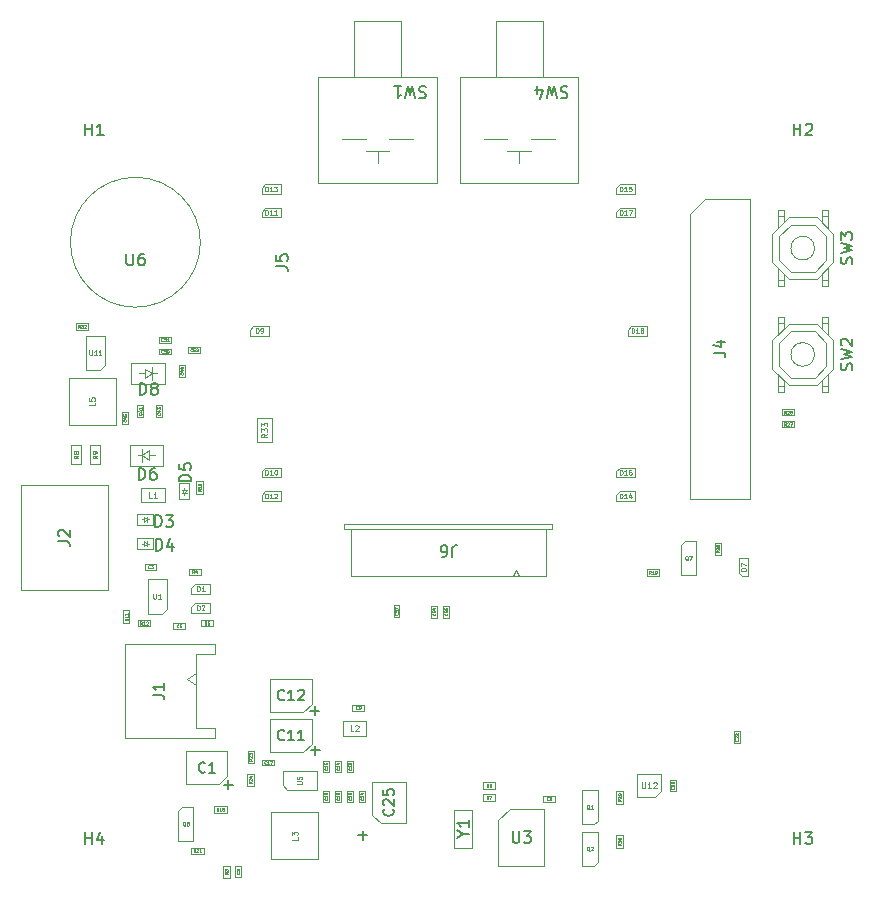
<source format=gbr>
%TF.GenerationSoftware,KiCad,Pcbnew,8.0.0*%
%TF.CreationDate,2024-03-17T03:11:13-07:00*%
%TF.ProjectId,ai-camera-rev3.2,61692d63-616d-4657-9261-2d726576332e,rev3.2*%
%TF.SameCoordinates,PX5a995c0PY2aea540*%
%TF.FileFunction,AssemblyDrawing,Top*%
%FSLAX46Y46*%
G04 Gerber Fmt 4.6, Leading zero omitted, Abs format (unit mm)*
G04 Created by KiCad (PCBNEW 8.0.0) date 2024-03-17 03:11:13*
%MOMM*%
%LPD*%
G01*
G04 APERTURE LIST*
%ADD10C,0.040000*%
%ADD11C,0.080000*%
%ADD12C,0.150000*%
%ADD13C,0.075000*%
%ADD14C,0.060000*%
%ADD15C,0.130000*%
%ADD16C,0.050000*%
%ADD17C,0.100000*%
G04 APERTURE END LIST*
D10*
X12150333Y-47089765D02*
X12138429Y-47101670D01*
X12138429Y-47101670D02*
X12102714Y-47113574D01*
X12102714Y-47113574D02*
X12078905Y-47113574D01*
X12078905Y-47113574D02*
X12043191Y-47101670D01*
X12043191Y-47101670D02*
X12019381Y-47077860D01*
X12019381Y-47077860D02*
X12007476Y-47054050D01*
X12007476Y-47054050D02*
X11995572Y-47006431D01*
X11995572Y-47006431D02*
X11995572Y-46970717D01*
X11995572Y-46970717D02*
X12007476Y-46923098D01*
X12007476Y-46923098D02*
X12019381Y-46899289D01*
X12019381Y-46899289D02*
X12043191Y-46875479D01*
X12043191Y-46875479D02*
X12078905Y-46863574D01*
X12078905Y-46863574D02*
X12102714Y-46863574D01*
X12102714Y-46863574D02*
X12138429Y-46875479D01*
X12138429Y-46875479D02*
X12150333Y-46887384D01*
X12376524Y-46863574D02*
X12257476Y-46863574D01*
X12257476Y-46863574D02*
X12245572Y-46982622D01*
X12245572Y-46982622D02*
X12257476Y-46970717D01*
X12257476Y-46970717D02*
X12281286Y-46958812D01*
X12281286Y-46958812D02*
X12340810Y-46958812D01*
X12340810Y-46958812D02*
X12364619Y-46970717D01*
X12364619Y-46970717D02*
X12376524Y-46982622D01*
X12376524Y-46982622D02*
X12388429Y-47006431D01*
X12388429Y-47006431D02*
X12388429Y-47065955D01*
X12388429Y-47065955D02*
X12376524Y-47089765D01*
X12376524Y-47089765D02*
X12364619Y-47101670D01*
X12364619Y-47101670D02*
X12340810Y-47113574D01*
X12340810Y-47113574D02*
X12281286Y-47113574D01*
X12281286Y-47113574D02*
X12257476Y-47101670D01*
X12257476Y-47101670D02*
X12245572Y-47089765D01*
D11*
X51380952Y-60227149D02*
X51380952Y-60631911D01*
X51380952Y-60631911D02*
X51404762Y-60679530D01*
X51404762Y-60679530D02*
X51428571Y-60703340D01*
X51428571Y-60703340D02*
X51476190Y-60727149D01*
X51476190Y-60727149D02*
X51571428Y-60727149D01*
X51571428Y-60727149D02*
X51619047Y-60703340D01*
X51619047Y-60703340D02*
X51642857Y-60679530D01*
X51642857Y-60679530D02*
X51666666Y-60631911D01*
X51666666Y-60631911D02*
X51666666Y-60227149D01*
X52166667Y-60727149D02*
X51880953Y-60727149D01*
X52023810Y-60727149D02*
X52023810Y-60227149D01*
X52023810Y-60227149D02*
X51976191Y-60298578D01*
X51976191Y-60298578D02*
X51928572Y-60346197D01*
X51928572Y-60346197D02*
X51880953Y-60370006D01*
X52357143Y-60274768D02*
X52380952Y-60250959D01*
X52380952Y-60250959D02*
X52428571Y-60227149D01*
X52428571Y-60227149D02*
X52547619Y-60227149D01*
X52547619Y-60227149D02*
X52595238Y-60250959D01*
X52595238Y-60250959D02*
X52619047Y-60274768D01*
X52619047Y-60274768D02*
X52642857Y-60322387D01*
X52642857Y-60322387D02*
X52642857Y-60370006D01*
X52642857Y-60370006D02*
X52619047Y-60441435D01*
X52619047Y-60441435D02*
X52333333Y-60727149D01*
X52333333Y-60727149D02*
X52642857Y-60727149D01*
D12*
X4238095Y-65454819D02*
X4238095Y-64454819D01*
X4238095Y-64931009D02*
X4809523Y-64931009D01*
X4809523Y-65454819D02*
X4809523Y-64454819D01*
X5714285Y-64788152D02*
X5714285Y-65454819D01*
X5476190Y-64407200D02*
X5238095Y-65121485D01*
X5238095Y-65121485D02*
X5857142Y-65121485D01*
X40433333Y-64365566D02*
X40433333Y-65158900D01*
X40433333Y-65158900D02*
X40480000Y-65252233D01*
X40480000Y-65252233D02*
X40526666Y-65298900D01*
X40526666Y-65298900D02*
X40620000Y-65345566D01*
X40620000Y-65345566D02*
X40806666Y-65345566D01*
X40806666Y-65345566D02*
X40900000Y-65298900D01*
X40900000Y-65298900D02*
X40946666Y-65252233D01*
X40946666Y-65252233D02*
X40993333Y-65158900D01*
X40993333Y-65158900D02*
X40993333Y-64365566D01*
X41366667Y-64365566D02*
X41973333Y-64365566D01*
X41973333Y-64365566D02*
X41646667Y-64738900D01*
X41646667Y-64738900D02*
X41786667Y-64738900D01*
X41786667Y-64738900D02*
X41880000Y-64785566D01*
X41880000Y-64785566D02*
X41926667Y-64832233D01*
X41926667Y-64832233D02*
X41973333Y-64925566D01*
X41973333Y-64925566D02*
X41973333Y-65158900D01*
X41973333Y-65158900D02*
X41926667Y-65252233D01*
X41926667Y-65252233D02*
X41880000Y-65298900D01*
X41880000Y-65298900D02*
X41786667Y-65345566D01*
X41786667Y-65345566D02*
X41506667Y-65345566D01*
X41506667Y-65345566D02*
X41413333Y-65298900D01*
X41413333Y-65298900D02*
X41366667Y-65252233D01*
X4238095Y-5454819D02*
X4238095Y-4454819D01*
X4238095Y-4931009D02*
X4809523Y-4931009D01*
X4809523Y-5454819D02*
X4809523Y-4454819D01*
X5809523Y-5454819D02*
X5238095Y-5454819D01*
X5523809Y-5454819D02*
X5523809Y-4454819D01*
X5523809Y-4454819D02*
X5428571Y-4597676D01*
X5428571Y-4597676D02*
X5333333Y-4692914D01*
X5333333Y-4692914D02*
X5238095Y-4740533D01*
D13*
X22227409Y-64833333D02*
X22227409Y-65071428D01*
X22227409Y-65071428D02*
X21727409Y-65071428D01*
X21727409Y-64714285D02*
X21727409Y-64404761D01*
X21727409Y-64404761D02*
X21917885Y-64571428D01*
X21917885Y-64571428D02*
X21917885Y-64499999D01*
X21917885Y-64499999D02*
X21941695Y-64452380D01*
X21941695Y-64452380D02*
X21965504Y-64428571D01*
X21965504Y-64428571D02*
X22013123Y-64404761D01*
X22013123Y-64404761D02*
X22132171Y-64404761D01*
X22132171Y-64404761D02*
X22179790Y-64428571D01*
X22179790Y-64428571D02*
X22203600Y-64452380D01*
X22203600Y-64452380D02*
X22227409Y-64499999D01*
X22227409Y-64499999D02*
X22227409Y-64642856D01*
X22227409Y-64642856D02*
X22203600Y-64690475D01*
X22203600Y-64690475D02*
X22179790Y-64714285D01*
D10*
X25743765Y-59046714D02*
X25755670Y-59058618D01*
X25755670Y-59058618D02*
X25767574Y-59094333D01*
X25767574Y-59094333D02*
X25767574Y-59118142D01*
X25767574Y-59118142D02*
X25755670Y-59153856D01*
X25755670Y-59153856D02*
X25731860Y-59177666D01*
X25731860Y-59177666D02*
X25708050Y-59189571D01*
X25708050Y-59189571D02*
X25660431Y-59201475D01*
X25660431Y-59201475D02*
X25624717Y-59201475D01*
X25624717Y-59201475D02*
X25577098Y-59189571D01*
X25577098Y-59189571D02*
X25553289Y-59177666D01*
X25553289Y-59177666D02*
X25529479Y-59153856D01*
X25529479Y-59153856D02*
X25517574Y-59118142D01*
X25517574Y-59118142D02*
X25517574Y-59094333D01*
X25517574Y-59094333D02*
X25529479Y-59058618D01*
X25529479Y-59058618D02*
X25541384Y-59046714D01*
X25767574Y-58808618D02*
X25767574Y-58951475D01*
X25767574Y-58880047D02*
X25517574Y-58880047D01*
X25517574Y-58880047D02*
X25553289Y-58903856D01*
X25553289Y-58903856D02*
X25577098Y-58927666D01*
X25577098Y-58927666D02*
X25589003Y-58951475D01*
X25600908Y-58594333D02*
X25767574Y-58594333D01*
X25505670Y-58653857D02*
X25684241Y-58713380D01*
X25684241Y-58713380D02*
X25684241Y-58558619D01*
D14*
X5281927Y-32566666D02*
X5091451Y-32699999D01*
X5281927Y-32795237D02*
X4881927Y-32795237D01*
X4881927Y-32795237D02*
X4881927Y-32642856D01*
X4881927Y-32642856D02*
X4900975Y-32604761D01*
X4900975Y-32604761D02*
X4920022Y-32585714D01*
X4920022Y-32585714D02*
X4958118Y-32566666D01*
X4958118Y-32566666D02*
X5015260Y-32566666D01*
X5015260Y-32566666D02*
X5053356Y-32585714D01*
X5053356Y-32585714D02*
X5072403Y-32604761D01*
X5072403Y-32604761D02*
X5091451Y-32642856D01*
X5091451Y-32642856D02*
X5091451Y-32795237D01*
X5281927Y-32376190D02*
X5281927Y-32299999D01*
X5281927Y-32299999D02*
X5262880Y-32261904D01*
X5262880Y-32261904D02*
X5243832Y-32242856D01*
X5243832Y-32242856D02*
X5186689Y-32204761D01*
X5186689Y-32204761D02*
X5110499Y-32185714D01*
X5110499Y-32185714D02*
X4958118Y-32185714D01*
X4958118Y-32185714D02*
X4920022Y-32204761D01*
X4920022Y-32204761D02*
X4900975Y-32223809D01*
X4900975Y-32223809D02*
X4881927Y-32261904D01*
X4881927Y-32261904D02*
X4881927Y-32338095D01*
X4881927Y-32338095D02*
X4900975Y-32376190D01*
X4900975Y-32376190D02*
X4920022Y-32395237D01*
X4920022Y-32395237D02*
X4958118Y-32414285D01*
X4958118Y-32414285D02*
X5053356Y-32414285D01*
X5053356Y-32414285D02*
X5091451Y-32395237D01*
X5091451Y-32395237D02*
X5110499Y-32376190D01*
X5110499Y-32376190D02*
X5129546Y-32338095D01*
X5129546Y-32338095D02*
X5129546Y-32261904D01*
X5129546Y-32261904D02*
X5110499Y-32223809D01*
X5110499Y-32223809D02*
X5091451Y-32204761D01*
X5091451Y-32204761D02*
X5053356Y-32185714D01*
D10*
X43478333Y-61709765D02*
X43466429Y-61721670D01*
X43466429Y-61721670D02*
X43430714Y-61733574D01*
X43430714Y-61733574D02*
X43406905Y-61733574D01*
X43406905Y-61733574D02*
X43371191Y-61721670D01*
X43371191Y-61721670D02*
X43347381Y-61697860D01*
X43347381Y-61697860D02*
X43335476Y-61674050D01*
X43335476Y-61674050D02*
X43323572Y-61626431D01*
X43323572Y-61626431D02*
X43323572Y-61590717D01*
X43323572Y-61590717D02*
X43335476Y-61543098D01*
X43335476Y-61543098D02*
X43347381Y-61519289D01*
X43347381Y-61519289D02*
X43371191Y-61495479D01*
X43371191Y-61495479D02*
X43406905Y-61483574D01*
X43406905Y-61483574D02*
X43430714Y-61483574D01*
X43430714Y-61483574D02*
X43466429Y-61495479D01*
X43466429Y-61495479D02*
X43478333Y-61507384D01*
X43692619Y-61483574D02*
X43645000Y-61483574D01*
X43645000Y-61483574D02*
X43621191Y-61495479D01*
X43621191Y-61495479D02*
X43609286Y-61507384D01*
X43609286Y-61507384D02*
X43585476Y-61543098D01*
X43585476Y-61543098D02*
X43573572Y-61590717D01*
X43573572Y-61590717D02*
X43573572Y-61685955D01*
X43573572Y-61685955D02*
X43585476Y-61709765D01*
X43585476Y-61709765D02*
X43597381Y-61721670D01*
X43597381Y-61721670D02*
X43621191Y-61733574D01*
X43621191Y-61733574D02*
X43668810Y-61733574D01*
X43668810Y-61733574D02*
X43692619Y-61721670D01*
X43692619Y-61721670D02*
X43704524Y-61709765D01*
X43704524Y-61709765D02*
X43716429Y-61685955D01*
X43716429Y-61685955D02*
X43716429Y-61626431D01*
X43716429Y-61626431D02*
X43704524Y-61602622D01*
X43704524Y-61602622D02*
X43692619Y-61590717D01*
X43692619Y-61590717D02*
X43668810Y-61578812D01*
X43668810Y-61578812D02*
X43621191Y-61578812D01*
X43621191Y-61578812D02*
X43597381Y-61590717D01*
X43597381Y-61590717D02*
X43585476Y-61602622D01*
X43585476Y-61602622D02*
X43573572Y-61626431D01*
X13582857Y-66138200D02*
X13496190Y-66014391D01*
X13434285Y-66138200D02*
X13434285Y-65878200D01*
X13434285Y-65878200D02*
X13533333Y-65878200D01*
X13533333Y-65878200D02*
X13558095Y-65890581D01*
X13558095Y-65890581D02*
X13570476Y-65902962D01*
X13570476Y-65902962D02*
X13582857Y-65927724D01*
X13582857Y-65927724D02*
X13582857Y-65964867D01*
X13582857Y-65964867D02*
X13570476Y-65989629D01*
X13570476Y-65989629D02*
X13558095Y-66002010D01*
X13558095Y-66002010D02*
X13533333Y-66014391D01*
X13533333Y-66014391D02*
X13434285Y-66014391D01*
X13681904Y-65902962D02*
X13694285Y-65890581D01*
X13694285Y-65890581D02*
X13719047Y-65878200D01*
X13719047Y-65878200D02*
X13780952Y-65878200D01*
X13780952Y-65878200D02*
X13805714Y-65890581D01*
X13805714Y-65890581D02*
X13818095Y-65902962D01*
X13818095Y-65902962D02*
X13830476Y-65927724D01*
X13830476Y-65927724D02*
X13830476Y-65952486D01*
X13830476Y-65952486D02*
X13818095Y-65989629D01*
X13818095Y-65989629D02*
X13669523Y-66138200D01*
X13669523Y-66138200D02*
X13830476Y-66138200D01*
X14078095Y-66138200D02*
X13929523Y-66138200D01*
X14003809Y-66138200D02*
X14003809Y-65878200D01*
X14003809Y-65878200D02*
X13979047Y-65915343D01*
X13979047Y-65915343D02*
X13954285Y-65940105D01*
X13954285Y-65940105D02*
X13929523Y-65952486D01*
D14*
X3681927Y-32566666D02*
X3491451Y-32699999D01*
X3681927Y-32795237D02*
X3281927Y-32795237D01*
X3281927Y-32795237D02*
X3281927Y-32642856D01*
X3281927Y-32642856D02*
X3300975Y-32604761D01*
X3300975Y-32604761D02*
X3320022Y-32585714D01*
X3320022Y-32585714D02*
X3358118Y-32566666D01*
X3358118Y-32566666D02*
X3415260Y-32566666D01*
X3415260Y-32566666D02*
X3453356Y-32585714D01*
X3453356Y-32585714D02*
X3472403Y-32604761D01*
X3472403Y-32604761D02*
X3491451Y-32642856D01*
X3491451Y-32642856D02*
X3491451Y-32795237D01*
X3453356Y-32338095D02*
X3434308Y-32376190D01*
X3434308Y-32376190D02*
X3415260Y-32395237D01*
X3415260Y-32395237D02*
X3377165Y-32414285D01*
X3377165Y-32414285D02*
X3358118Y-32414285D01*
X3358118Y-32414285D02*
X3320022Y-32395237D01*
X3320022Y-32395237D02*
X3300975Y-32376190D01*
X3300975Y-32376190D02*
X3281927Y-32338095D01*
X3281927Y-32338095D02*
X3281927Y-32261904D01*
X3281927Y-32261904D02*
X3300975Y-32223809D01*
X3300975Y-32223809D02*
X3320022Y-32204761D01*
X3320022Y-32204761D02*
X3358118Y-32185714D01*
X3358118Y-32185714D02*
X3377165Y-32185714D01*
X3377165Y-32185714D02*
X3415260Y-32204761D01*
X3415260Y-32204761D02*
X3434308Y-32223809D01*
X3434308Y-32223809D02*
X3453356Y-32261904D01*
X3453356Y-32261904D02*
X3453356Y-32338095D01*
X3453356Y-32338095D02*
X3472403Y-32376190D01*
X3472403Y-32376190D02*
X3491451Y-32395237D01*
X3491451Y-32395237D02*
X3529546Y-32414285D01*
X3529546Y-32414285D02*
X3605737Y-32414285D01*
X3605737Y-32414285D02*
X3643832Y-32395237D01*
X3643832Y-32395237D02*
X3662880Y-32376190D01*
X3662880Y-32376190D02*
X3681927Y-32338095D01*
X3681927Y-32338095D02*
X3681927Y-32261904D01*
X3681927Y-32261904D02*
X3662880Y-32223809D01*
X3662880Y-32223809D02*
X3643832Y-32204761D01*
X3643832Y-32204761D02*
X3605737Y-32185714D01*
X3605737Y-32185714D02*
X3529546Y-32185714D01*
X3529546Y-32185714D02*
X3491451Y-32204761D01*
X3491451Y-32204761D02*
X3472403Y-32223809D01*
X3472403Y-32223809D02*
X3453356Y-32261904D01*
D10*
X15522857Y-62648200D02*
X15436190Y-62524391D01*
X15374285Y-62648200D02*
X15374285Y-62388200D01*
X15374285Y-62388200D02*
X15473333Y-62388200D01*
X15473333Y-62388200D02*
X15498095Y-62400581D01*
X15498095Y-62400581D02*
X15510476Y-62412962D01*
X15510476Y-62412962D02*
X15522857Y-62437724D01*
X15522857Y-62437724D02*
X15522857Y-62474867D01*
X15522857Y-62474867D02*
X15510476Y-62499629D01*
X15510476Y-62499629D02*
X15498095Y-62512010D01*
X15498095Y-62512010D02*
X15473333Y-62524391D01*
X15473333Y-62524391D02*
X15374285Y-62524391D01*
X15770476Y-62648200D02*
X15621904Y-62648200D01*
X15696190Y-62648200D02*
X15696190Y-62388200D01*
X15696190Y-62388200D02*
X15671428Y-62425343D01*
X15671428Y-62425343D02*
X15646666Y-62450105D01*
X15646666Y-62450105D02*
X15621904Y-62462486D01*
X15919047Y-62499629D02*
X15894285Y-62487248D01*
X15894285Y-62487248D02*
X15881904Y-62474867D01*
X15881904Y-62474867D02*
X15869523Y-62450105D01*
X15869523Y-62450105D02*
X15869523Y-62437724D01*
X15869523Y-62437724D02*
X15881904Y-62412962D01*
X15881904Y-62412962D02*
X15894285Y-62400581D01*
X15894285Y-62400581D02*
X15919047Y-62388200D01*
X15919047Y-62388200D02*
X15968571Y-62388200D01*
X15968571Y-62388200D02*
X15993333Y-62400581D01*
X15993333Y-62400581D02*
X16005714Y-62412962D01*
X16005714Y-62412962D02*
X16018095Y-62437724D01*
X16018095Y-62437724D02*
X16018095Y-62450105D01*
X16018095Y-62450105D02*
X16005714Y-62474867D01*
X16005714Y-62474867D02*
X15993333Y-62487248D01*
X15993333Y-62487248D02*
X15968571Y-62499629D01*
X15968571Y-62499629D02*
X15919047Y-62499629D01*
X15919047Y-62499629D02*
X15894285Y-62512010D01*
X15894285Y-62512010D02*
X15881904Y-62524391D01*
X15881904Y-62524391D02*
X15869523Y-62549153D01*
X15869523Y-62549153D02*
X15869523Y-62598677D01*
X15869523Y-62598677D02*
X15881904Y-62623439D01*
X15881904Y-62623439D02*
X15894285Y-62635820D01*
X15894285Y-62635820D02*
X15919047Y-62648200D01*
X15919047Y-62648200D02*
X15968571Y-62648200D01*
X15968571Y-62648200D02*
X15993333Y-62635820D01*
X15993333Y-62635820D02*
X16005714Y-62623439D01*
X16005714Y-62623439D02*
X16018095Y-62598677D01*
X16018095Y-62598677D02*
X16018095Y-62549153D01*
X16018095Y-62549153D02*
X16005714Y-62524391D01*
X16005714Y-62524391D02*
X15993333Y-62512010D01*
X15993333Y-62512010D02*
X15968571Y-62499629D01*
D12*
X10161905Y-38604819D02*
X10161905Y-37604819D01*
X10161905Y-37604819D02*
X10400000Y-37604819D01*
X10400000Y-37604819D02*
X10542857Y-37652438D01*
X10542857Y-37652438D02*
X10638095Y-37747676D01*
X10638095Y-37747676D02*
X10685714Y-37842914D01*
X10685714Y-37842914D02*
X10733333Y-38033390D01*
X10733333Y-38033390D02*
X10733333Y-38176247D01*
X10733333Y-38176247D02*
X10685714Y-38366723D01*
X10685714Y-38366723D02*
X10638095Y-38461961D01*
X10638095Y-38461961D02*
X10542857Y-38557200D01*
X10542857Y-38557200D02*
X10400000Y-38604819D01*
X10400000Y-38604819D02*
X10161905Y-38604819D01*
X11066667Y-37604819D02*
X11685714Y-37604819D01*
X11685714Y-37604819D02*
X11352381Y-37985771D01*
X11352381Y-37985771D02*
X11495238Y-37985771D01*
X11495238Y-37985771D02*
X11590476Y-38033390D01*
X11590476Y-38033390D02*
X11638095Y-38081009D01*
X11638095Y-38081009D02*
X11685714Y-38176247D01*
X11685714Y-38176247D02*
X11685714Y-38414342D01*
X11685714Y-38414342D02*
X11638095Y-38509580D01*
X11638095Y-38509580D02*
X11590476Y-38557200D01*
X11590476Y-38557200D02*
X11495238Y-38604819D01*
X11495238Y-38604819D02*
X11209524Y-38604819D01*
X11209524Y-38604819D02*
X11114286Y-38557200D01*
X11114286Y-38557200D02*
X11066667Y-38509580D01*
X69157200Y-25333332D02*
X69204819Y-25190475D01*
X69204819Y-25190475D02*
X69204819Y-24952380D01*
X69204819Y-24952380D02*
X69157200Y-24857142D01*
X69157200Y-24857142D02*
X69109580Y-24809523D01*
X69109580Y-24809523D02*
X69014342Y-24761904D01*
X69014342Y-24761904D02*
X68919104Y-24761904D01*
X68919104Y-24761904D02*
X68823866Y-24809523D01*
X68823866Y-24809523D02*
X68776247Y-24857142D01*
X68776247Y-24857142D02*
X68728628Y-24952380D01*
X68728628Y-24952380D02*
X68681009Y-25142856D01*
X68681009Y-25142856D02*
X68633390Y-25238094D01*
X68633390Y-25238094D02*
X68585771Y-25285713D01*
X68585771Y-25285713D02*
X68490533Y-25333332D01*
X68490533Y-25333332D02*
X68395295Y-25333332D01*
X68395295Y-25333332D02*
X68300057Y-25285713D01*
X68300057Y-25285713D02*
X68252438Y-25238094D01*
X68252438Y-25238094D02*
X68204819Y-25142856D01*
X68204819Y-25142856D02*
X68204819Y-24904761D01*
X68204819Y-24904761D02*
X68252438Y-24761904D01*
X68204819Y-24428570D02*
X69204819Y-24190475D01*
X69204819Y-24190475D02*
X68490533Y-23999999D01*
X68490533Y-23999999D02*
X69204819Y-23809523D01*
X69204819Y-23809523D02*
X68204819Y-23571428D01*
X68300057Y-23238094D02*
X68252438Y-23190475D01*
X68252438Y-23190475D02*
X68204819Y-23095237D01*
X68204819Y-23095237D02*
X68204819Y-22857142D01*
X68204819Y-22857142D02*
X68252438Y-22761904D01*
X68252438Y-22761904D02*
X68300057Y-22714285D01*
X68300057Y-22714285D02*
X68395295Y-22666666D01*
X68395295Y-22666666D02*
X68490533Y-22666666D01*
X68490533Y-22666666D02*
X68633390Y-22714285D01*
X68633390Y-22714285D02*
X69204819Y-23285713D01*
X69204819Y-23285713D02*
X69204819Y-22666666D01*
X36278628Y-64601190D02*
X36754819Y-64601190D01*
X35754819Y-64934523D02*
X36278628Y-64601190D01*
X36278628Y-64601190D02*
X35754819Y-64267857D01*
X36754819Y-63410714D02*
X36754819Y-63982142D01*
X36754819Y-63696428D02*
X35754819Y-63696428D01*
X35754819Y-63696428D02*
X35897676Y-63791666D01*
X35897676Y-63791666D02*
X35992914Y-63886904D01*
X35992914Y-63886904D02*
X36040533Y-63982142D01*
D11*
X9916666Y-36157149D02*
X9678571Y-36157149D01*
X9678571Y-36157149D02*
X9678571Y-35657149D01*
X10345238Y-36157149D02*
X10059524Y-36157149D01*
X10202381Y-36157149D02*
X10202381Y-35657149D01*
X10202381Y-35657149D02*
X10154762Y-35728578D01*
X10154762Y-35728578D02*
X10107143Y-35776197D01*
X10107143Y-35776197D02*
X10059524Y-35800006D01*
D10*
X12539765Y-25545714D02*
X12551670Y-25557618D01*
X12551670Y-25557618D02*
X12563574Y-25593333D01*
X12563574Y-25593333D02*
X12563574Y-25617142D01*
X12563574Y-25617142D02*
X12551670Y-25652856D01*
X12551670Y-25652856D02*
X12527860Y-25676666D01*
X12527860Y-25676666D02*
X12504050Y-25688571D01*
X12504050Y-25688571D02*
X12456431Y-25700475D01*
X12456431Y-25700475D02*
X12420717Y-25700475D01*
X12420717Y-25700475D02*
X12373098Y-25688571D01*
X12373098Y-25688571D02*
X12349289Y-25676666D01*
X12349289Y-25676666D02*
X12325479Y-25652856D01*
X12325479Y-25652856D02*
X12313574Y-25617142D01*
X12313574Y-25617142D02*
X12313574Y-25593333D01*
X12313574Y-25593333D02*
X12325479Y-25557618D01*
X12325479Y-25557618D02*
X12337384Y-25545714D01*
X12396908Y-25331428D02*
X12563574Y-25331428D01*
X12301670Y-25390952D02*
X12480241Y-25450475D01*
X12480241Y-25450475D02*
X12480241Y-25295714D01*
X12563574Y-25188571D02*
X12563574Y-25140952D01*
X12563574Y-25140952D02*
X12551670Y-25117142D01*
X12551670Y-25117142D02*
X12539765Y-25105238D01*
X12539765Y-25105238D02*
X12504050Y-25081428D01*
X12504050Y-25081428D02*
X12456431Y-25069523D01*
X12456431Y-25069523D02*
X12361193Y-25069523D01*
X12361193Y-25069523D02*
X12337384Y-25081428D01*
X12337384Y-25081428D02*
X12325479Y-25093333D01*
X12325479Y-25093333D02*
X12313574Y-25117142D01*
X12313574Y-25117142D02*
X12313574Y-25164761D01*
X12313574Y-25164761D02*
X12325479Y-25188571D01*
X12325479Y-25188571D02*
X12337384Y-25200476D01*
X12337384Y-25200476D02*
X12361193Y-25212380D01*
X12361193Y-25212380D02*
X12420717Y-25212380D01*
X12420717Y-25212380D02*
X12444527Y-25200476D01*
X12444527Y-25200476D02*
X12456431Y-25188571D01*
X12456431Y-25188571D02*
X12468336Y-25164761D01*
X12468336Y-25164761D02*
X12468336Y-25117142D01*
X12468336Y-25117142D02*
X12456431Y-25093333D01*
X12456431Y-25093333D02*
X12444527Y-25081428D01*
X12444527Y-25081428D02*
X12420717Y-25069523D01*
D14*
X60181927Y-42295237D02*
X59781927Y-42295237D01*
X59781927Y-42295237D02*
X59781927Y-42199999D01*
X59781927Y-42199999D02*
X59800975Y-42142856D01*
X59800975Y-42142856D02*
X59839070Y-42104761D01*
X59839070Y-42104761D02*
X59877165Y-42085714D01*
X59877165Y-42085714D02*
X59953356Y-42066666D01*
X59953356Y-42066666D02*
X60010499Y-42066666D01*
X60010499Y-42066666D02*
X60086689Y-42085714D01*
X60086689Y-42085714D02*
X60124784Y-42104761D01*
X60124784Y-42104761D02*
X60162880Y-42142856D01*
X60162880Y-42142856D02*
X60181927Y-42199999D01*
X60181927Y-42199999D02*
X60181927Y-42295237D01*
X59781927Y-41933333D02*
X59781927Y-41666666D01*
X59781927Y-41666666D02*
X60181927Y-41838095D01*
D10*
X63592857Y-29008200D02*
X63506190Y-28884391D01*
X63444285Y-29008200D02*
X63444285Y-28748200D01*
X63444285Y-28748200D02*
X63543333Y-28748200D01*
X63543333Y-28748200D02*
X63568095Y-28760581D01*
X63568095Y-28760581D02*
X63580476Y-28772962D01*
X63580476Y-28772962D02*
X63592857Y-28797724D01*
X63592857Y-28797724D02*
X63592857Y-28834867D01*
X63592857Y-28834867D02*
X63580476Y-28859629D01*
X63580476Y-28859629D02*
X63568095Y-28872010D01*
X63568095Y-28872010D02*
X63543333Y-28884391D01*
X63543333Y-28884391D02*
X63444285Y-28884391D01*
X63691904Y-28772962D02*
X63704285Y-28760581D01*
X63704285Y-28760581D02*
X63729047Y-28748200D01*
X63729047Y-28748200D02*
X63790952Y-28748200D01*
X63790952Y-28748200D02*
X63815714Y-28760581D01*
X63815714Y-28760581D02*
X63828095Y-28772962D01*
X63828095Y-28772962D02*
X63840476Y-28797724D01*
X63840476Y-28797724D02*
X63840476Y-28822486D01*
X63840476Y-28822486D02*
X63828095Y-28859629D01*
X63828095Y-28859629D02*
X63679523Y-29008200D01*
X63679523Y-29008200D02*
X63840476Y-29008200D01*
X64063333Y-28748200D02*
X64013809Y-28748200D01*
X64013809Y-28748200D02*
X63989047Y-28760581D01*
X63989047Y-28760581D02*
X63976666Y-28772962D01*
X63976666Y-28772962D02*
X63951904Y-28810105D01*
X63951904Y-28810105D02*
X63939523Y-28859629D01*
X63939523Y-28859629D02*
X63939523Y-28958677D01*
X63939523Y-28958677D02*
X63951904Y-28983439D01*
X63951904Y-28983439D02*
X63964285Y-28995820D01*
X63964285Y-28995820D02*
X63989047Y-29008200D01*
X63989047Y-29008200D02*
X64038571Y-29008200D01*
X64038571Y-29008200D02*
X64063333Y-28995820D01*
X64063333Y-28995820D02*
X64075714Y-28983439D01*
X64075714Y-28983439D02*
X64088095Y-28958677D01*
X64088095Y-28958677D02*
X64088095Y-28896772D01*
X64088095Y-28896772D02*
X64075714Y-28872010D01*
X64075714Y-28872010D02*
X64063333Y-28859629D01*
X64063333Y-28859629D02*
X64038571Y-28847248D01*
X64038571Y-28847248D02*
X63989047Y-28847248D01*
X63989047Y-28847248D02*
X63964285Y-28859629D01*
X63964285Y-28859629D02*
X63951904Y-28872010D01*
X63951904Y-28872010D02*
X63939523Y-28896772D01*
D14*
X13741249Y-45641026D02*
X13741249Y-45241026D01*
X13741249Y-45241026D02*
X13836487Y-45241026D01*
X13836487Y-45241026D02*
X13893630Y-45260074D01*
X13893630Y-45260074D02*
X13931725Y-45298169D01*
X13931725Y-45298169D02*
X13950772Y-45336264D01*
X13950772Y-45336264D02*
X13969820Y-45412455D01*
X13969820Y-45412455D02*
X13969820Y-45469598D01*
X13969820Y-45469598D02*
X13950772Y-45545788D01*
X13950772Y-45545788D02*
X13931725Y-45583883D01*
X13931725Y-45583883D02*
X13893630Y-45621979D01*
X13893630Y-45621979D02*
X13836487Y-45641026D01*
X13836487Y-45641026D02*
X13741249Y-45641026D01*
X14122201Y-45279121D02*
X14141249Y-45260074D01*
X14141249Y-45260074D02*
X14179344Y-45241026D01*
X14179344Y-45241026D02*
X14274582Y-45241026D01*
X14274582Y-45241026D02*
X14312677Y-45260074D01*
X14312677Y-45260074D02*
X14331725Y-45279121D01*
X14331725Y-45279121D02*
X14350772Y-45317217D01*
X14350772Y-45317217D02*
X14350772Y-45355312D01*
X14350772Y-45355312D02*
X14331725Y-45412455D01*
X14331725Y-45412455D02*
X14103153Y-45641026D01*
X14103153Y-45641026D02*
X14350772Y-45641026D01*
X19514286Y-36181927D02*
X19514286Y-35781927D01*
X19514286Y-35781927D02*
X19609524Y-35781927D01*
X19609524Y-35781927D02*
X19666667Y-35800975D01*
X19666667Y-35800975D02*
X19704762Y-35839070D01*
X19704762Y-35839070D02*
X19723809Y-35877165D01*
X19723809Y-35877165D02*
X19742857Y-35953356D01*
X19742857Y-35953356D02*
X19742857Y-36010499D01*
X19742857Y-36010499D02*
X19723809Y-36086689D01*
X19723809Y-36086689D02*
X19704762Y-36124784D01*
X19704762Y-36124784D02*
X19666667Y-36162880D01*
X19666667Y-36162880D02*
X19609524Y-36181927D01*
X19609524Y-36181927D02*
X19514286Y-36181927D01*
X20123809Y-36181927D02*
X19895238Y-36181927D01*
X20009524Y-36181927D02*
X20009524Y-35781927D01*
X20009524Y-35781927D02*
X19971428Y-35839070D01*
X19971428Y-35839070D02*
X19933333Y-35877165D01*
X19933333Y-35877165D02*
X19895238Y-35896213D01*
X20276190Y-35820022D02*
X20295238Y-35800975D01*
X20295238Y-35800975D02*
X20333333Y-35781927D01*
X20333333Y-35781927D02*
X20428571Y-35781927D01*
X20428571Y-35781927D02*
X20466666Y-35800975D01*
X20466666Y-35800975D02*
X20485714Y-35820022D01*
X20485714Y-35820022D02*
X20504761Y-35858118D01*
X20504761Y-35858118D02*
X20504761Y-35896213D01*
X20504761Y-35896213D02*
X20485714Y-35953356D01*
X20485714Y-35953356D02*
X20257142Y-36181927D01*
X20257142Y-36181927D02*
X20504761Y-36181927D01*
D10*
X14506667Y-46868200D02*
X14420000Y-46744391D01*
X14358095Y-46868200D02*
X14358095Y-46608200D01*
X14358095Y-46608200D02*
X14457143Y-46608200D01*
X14457143Y-46608200D02*
X14481905Y-46620581D01*
X14481905Y-46620581D02*
X14494286Y-46632962D01*
X14494286Y-46632962D02*
X14506667Y-46657724D01*
X14506667Y-46657724D02*
X14506667Y-46694867D01*
X14506667Y-46694867D02*
X14494286Y-46719629D01*
X14494286Y-46719629D02*
X14481905Y-46732010D01*
X14481905Y-46732010D02*
X14457143Y-46744391D01*
X14457143Y-46744391D02*
X14358095Y-46744391D01*
X14741905Y-46608200D02*
X14618095Y-46608200D01*
X14618095Y-46608200D02*
X14605714Y-46732010D01*
X14605714Y-46732010D02*
X14618095Y-46719629D01*
X14618095Y-46719629D02*
X14642857Y-46707248D01*
X14642857Y-46707248D02*
X14704762Y-46707248D01*
X14704762Y-46707248D02*
X14729524Y-46719629D01*
X14729524Y-46719629D02*
X14741905Y-46732010D01*
X14741905Y-46732010D02*
X14754286Y-46756772D01*
X14754286Y-46756772D02*
X14754286Y-46818677D01*
X14754286Y-46818677D02*
X14741905Y-46843439D01*
X14741905Y-46843439D02*
X14729524Y-46855820D01*
X14729524Y-46855820D02*
X14704762Y-46868200D01*
X14704762Y-46868200D02*
X14642857Y-46868200D01*
X14642857Y-46868200D02*
X14618095Y-46855820D01*
X14618095Y-46855820D02*
X14605714Y-46843439D01*
D12*
X15994048Y-60423866D02*
X16755953Y-60423866D01*
X16375000Y-60804819D02*
X16375000Y-60042914D01*
D15*
X14390833Y-59316536D02*
X14348929Y-59358441D01*
X14348929Y-59358441D02*
X14223214Y-59400345D01*
X14223214Y-59400345D02*
X14139405Y-59400345D01*
X14139405Y-59400345D02*
X14013691Y-59358441D01*
X14013691Y-59358441D02*
X13929881Y-59274631D01*
X13929881Y-59274631D02*
X13887976Y-59190821D01*
X13887976Y-59190821D02*
X13846072Y-59023202D01*
X13846072Y-59023202D02*
X13846072Y-58897488D01*
X13846072Y-58897488D02*
X13887976Y-58729869D01*
X13887976Y-58729869D02*
X13929881Y-58646060D01*
X13929881Y-58646060D02*
X14013691Y-58562250D01*
X14013691Y-58562250D02*
X14139405Y-58520345D01*
X14139405Y-58520345D02*
X14223214Y-58520345D01*
X14223214Y-58520345D02*
X14348929Y-58562250D01*
X14348929Y-58562250D02*
X14390833Y-58604155D01*
X15228929Y-59400345D02*
X14726072Y-59400345D01*
X14977500Y-59400345D02*
X14977500Y-58520345D01*
X14977500Y-58520345D02*
X14893691Y-58646060D01*
X14893691Y-58646060D02*
X14809881Y-58729869D01*
X14809881Y-58729869D02*
X14726072Y-58771774D01*
D10*
X38376667Y-61618200D02*
X38290000Y-61494391D01*
X38228095Y-61618200D02*
X38228095Y-61358200D01*
X38228095Y-61358200D02*
X38327143Y-61358200D01*
X38327143Y-61358200D02*
X38351905Y-61370581D01*
X38351905Y-61370581D02*
X38364286Y-61382962D01*
X38364286Y-61382962D02*
X38376667Y-61407724D01*
X38376667Y-61407724D02*
X38376667Y-61444867D01*
X38376667Y-61444867D02*
X38364286Y-61469629D01*
X38364286Y-61469629D02*
X38351905Y-61482010D01*
X38351905Y-61482010D02*
X38327143Y-61494391D01*
X38327143Y-61494391D02*
X38228095Y-61494391D01*
X38463333Y-61358200D02*
X38636667Y-61358200D01*
X38636667Y-61358200D02*
X38525238Y-61618200D01*
X34887765Y-45941714D02*
X34899670Y-45953618D01*
X34899670Y-45953618D02*
X34911574Y-45989333D01*
X34911574Y-45989333D02*
X34911574Y-46013142D01*
X34911574Y-46013142D02*
X34899670Y-46048856D01*
X34899670Y-46048856D02*
X34875860Y-46072666D01*
X34875860Y-46072666D02*
X34852050Y-46084571D01*
X34852050Y-46084571D02*
X34804431Y-46096475D01*
X34804431Y-46096475D02*
X34768717Y-46096475D01*
X34768717Y-46096475D02*
X34721098Y-46084571D01*
X34721098Y-46084571D02*
X34697289Y-46072666D01*
X34697289Y-46072666D02*
X34673479Y-46048856D01*
X34673479Y-46048856D02*
X34661574Y-46013142D01*
X34661574Y-46013142D02*
X34661574Y-45989333D01*
X34661574Y-45989333D02*
X34673479Y-45953618D01*
X34673479Y-45953618D02*
X34685384Y-45941714D01*
X34661574Y-45715523D02*
X34661574Y-45834571D01*
X34661574Y-45834571D02*
X34780622Y-45846475D01*
X34780622Y-45846475D02*
X34768717Y-45834571D01*
X34768717Y-45834571D02*
X34756812Y-45810761D01*
X34756812Y-45810761D02*
X34756812Y-45751237D01*
X34756812Y-45751237D02*
X34768717Y-45727428D01*
X34768717Y-45727428D02*
X34780622Y-45715523D01*
X34780622Y-45715523D02*
X34804431Y-45703618D01*
X34804431Y-45703618D02*
X34863955Y-45703618D01*
X34863955Y-45703618D02*
X34887765Y-45715523D01*
X34887765Y-45715523D02*
X34899670Y-45727428D01*
X34899670Y-45727428D02*
X34911574Y-45751237D01*
X34911574Y-45751237D02*
X34911574Y-45810761D01*
X34911574Y-45810761D02*
X34899670Y-45834571D01*
X34899670Y-45834571D02*
X34887765Y-45846475D01*
X34661574Y-45489333D02*
X34661574Y-45536952D01*
X34661574Y-45536952D02*
X34673479Y-45560761D01*
X34673479Y-45560761D02*
X34685384Y-45572666D01*
X34685384Y-45572666D02*
X34721098Y-45596476D01*
X34721098Y-45596476D02*
X34768717Y-45608380D01*
X34768717Y-45608380D02*
X34863955Y-45608380D01*
X34863955Y-45608380D02*
X34887765Y-45596476D01*
X34887765Y-45596476D02*
X34899670Y-45584571D01*
X34899670Y-45584571D02*
X34911574Y-45560761D01*
X34911574Y-45560761D02*
X34911574Y-45513142D01*
X34911574Y-45513142D02*
X34899670Y-45489333D01*
X34899670Y-45489333D02*
X34887765Y-45477428D01*
X34887765Y-45477428D02*
X34863955Y-45465523D01*
X34863955Y-45465523D02*
X34804431Y-45465523D01*
X34804431Y-45465523D02*
X34780622Y-45477428D01*
X34780622Y-45477428D02*
X34768717Y-45489333D01*
X34768717Y-45489333D02*
X34756812Y-45513142D01*
X34756812Y-45513142D02*
X34756812Y-45560761D01*
X34756812Y-45560761D02*
X34768717Y-45584571D01*
X34768717Y-45584571D02*
X34780622Y-45596476D01*
X34780622Y-45596476D02*
X34804431Y-45608380D01*
X49618200Y-61667142D02*
X49494391Y-61753809D01*
X49618200Y-61815714D02*
X49358200Y-61815714D01*
X49358200Y-61815714D02*
X49358200Y-61716666D01*
X49358200Y-61716666D02*
X49370581Y-61691904D01*
X49370581Y-61691904D02*
X49382962Y-61679523D01*
X49382962Y-61679523D02*
X49407724Y-61667142D01*
X49407724Y-61667142D02*
X49444867Y-61667142D01*
X49444867Y-61667142D02*
X49469629Y-61679523D01*
X49469629Y-61679523D02*
X49482010Y-61691904D01*
X49482010Y-61691904D02*
X49494391Y-61716666D01*
X49494391Y-61716666D02*
X49494391Y-61815714D01*
X49382962Y-61568095D02*
X49370581Y-61555714D01*
X49370581Y-61555714D02*
X49358200Y-61530952D01*
X49358200Y-61530952D02*
X49358200Y-61469047D01*
X49358200Y-61469047D02*
X49370581Y-61444285D01*
X49370581Y-61444285D02*
X49382962Y-61431904D01*
X49382962Y-61431904D02*
X49407724Y-61419523D01*
X49407724Y-61419523D02*
X49432486Y-61419523D01*
X49432486Y-61419523D02*
X49469629Y-61431904D01*
X49469629Y-61431904D02*
X49618200Y-61580476D01*
X49618200Y-61580476D02*
X49618200Y-61419523D01*
X49618200Y-61295714D02*
X49618200Y-61246190D01*
X49618200Y-61246190D02*
X49605820Y-61221428D01*
X49605820Y-61221428D02*
X49593439Y-61209047D01*
X49593439Y-61209047D02*
X49556296Y-61184285D01*
X49556296Y-61184285D02*
X49506772Y-61171904D01*
X49506772Y-61171904D02*
X49407724Y-61171904D01*
X49407724Y-61171904D02*
X49382962Y-61184285D01*
X49382962Y-61184285D02*
X49370581Y-61196666D01*
X49370581Y-61196666D02*
X49358200Y-61221428D01*
X49358200Y-61221428D02*
X49358200Y-61270952D01*
X49358200Y-61270952D02*
X49370581Y-61295714D01*
X49370581Y-61295714D02*
X49382962Y-61308095D01*
X49382962Y-61308095D02*
X49407724Y-61320476D01*
X49407724Y-61320476D02*
X49469629Y-61320476D01*
X49469629Y-61320476D02*
X49494391Y-61308095D01*
X49494391Y-61308095D02*
X49506772Y-61295714D01*
X49506772Y-61295714D02*
X49519153Y-61270952D01*
X49519153Y-61270952D02*
X49519153Y-61221428D01*
X49519153Y-61221428D02*
X49506772Y-61196666D01*
X49506772Y-61196666D02*
X49494391Y-61184285D01*
X49494391Y-61184285D02*
X49469629Y-61171904D01*
D12*
X45083332Y-1342800D02*
X44940475Y-1295180D01*
X44940475Y-1295180D02*
X44702380Y-1295180D01*
X44702380Y-1295180D02*
X44607142Y-1342800D01*
X44607142Y-1342800D02*
X44559523Y-1390419D01*
X44559523Y-1390419D02*
X44511904Y-1485657D01*
X44511904Y-1485657D02*
X44511904Y-1580895D01*
X44511904Y-1580895D02*
X44559523Y-1676133D01*
X44559523Y-1676133D02*
X44607142Y-1723752D01*
X44607142Y-1723752D02*
X44702380Y-1771371D01*
X44702380Y-1771371D02*
X44892856Y-1818990D01*
X44892856Y-1818990D02*
X44988094Y-1866609D01*
X44988094Y-1866609D02*
X45035713Y-1914228D01*
X45035713Y-1914228D02*
X45083332Y-2009466D01*
X45083332Y-2009466D02*
X45083332Y-2104704D01*
X45083332Y-2104704D02*
X45035713Y-2199942D01*
X45035713Y-2199942D02*
X44988094Y-2247561D01*
X44988094Y-2247561D02*
X44892856Y-2295180D01*
X44892856Y-2295180D02*
X44654761Y-2295180D01*
X44654761Y-2295180D02*
X44511904Y-2247561D01*
X44178570Y-2295180D02*
X43940475Y-1295180D01*
X43940475Y-1295180D02*
X43749999Y-2009466D01*
X43749999Y-2009466D02*
X43559523Y-1295180D01*
X43559523Y-1295180D02*
X43321428Y-2295180D01*
X42511904Y-1961847D02*
X42511904Y-1295180D01*
X42749999Y-2342800D02*
X42988094Y-1628514D01*
X42988094Y-1628514D02*
X42369047Y-1628514D01*
X23344048Y-57498866D02*
X24105953Y-57498866D01*
X23725000Y-57879819D02*
X23725000Y-57117914D01*
D15*
X21109285Y-56566536D02*
X21067381Y-56608441D01*
X21067381Y-56608441D02*
X20941666Y-56650345D01*
X20941666Y-56650345D02*
X20857857Y-56650345D01*
X20857857Y-56650345D02*
X20732143Y-56608441D01*
X20732143Y-56608441D02*
X20648333Y-56524631D01*
X20648333Y-56524631D02*
X20606428Y-56440821D01*
X20606428Y-56440821D02*
X20564524Y-56273202D01*
X20564524Y-56273202D02*
X20564524Y-56147488D01*
X20564524Y-56147488D02*
X20606428Y-55979869D01*
X20606428Y-55979869D02*
X20648333Y-55896060D01*
X20648333Y-55896060D02*
X20732143Y-55812250D01*
X20732143Y-55812250D02*
X20857857Y-55770345D01*
X20857857Y-55770345D02*
X20941666Y-55770345D01*
X20941666Y-55770345D02*
X21067381Y-55812250D01*
X21067381Y-55812250D02*
X21109285Y-55854155D01*
X21947381Y-56650345D02*
X21444524Y-56650345D01*
X21695952Y-56650345D02*
X21695952Y-55770345D01*
X21695952Y-55770345D02*
X21612143Y-55896060D01*
X21612143Y-55896060D02*
X21528333Y-55979869D01*
X21528333Y-55979869D02*
X21444524Y-56021774D01*
X22785476Y-56650345D02*
X22282619Y-56650345D01*
X22534047Y-56650345D02*
X22534047Y-55770345D01*
X22534047Y-55770345D02*
X22450238Y-55896060D01*
X22450238Y-55896060D02*
X22366428Y-55979869D01*
X22366428Y-55979869D02*
X22282619Y-56021774D01*
D13*
X5077409Y-28073333D02*
X5077409Y-28311428D01*
X5077409Y-28311428D02*
X4577409Y-28311428D01*
X4577409Y-27668571D02*
X4577409Y-27906666D01*
X4577409Y-27906666D02*
X4815504Y-27930475D01*
X4815504Y-27930475D02*
X4791695Y-27906666D01*
X4791695Y-27906666D02*
X4767885Y-27859047D01*
X4767885Y-27859047D02*
X4767885Y-27739999D01*
X4767885Y-27739999D02*
X4791695Y-27692380D01*
X4791695Y-27692380D02*
X4815504Y-27668571D01*
X4815504Y-27668571D02*
X4863123Y-27644761D01*
X4863123Y-27644761D02*
X4982171Y-27644761D01*
X4982171Y-27644761D02*
X5029790Y-27668571D01*
X5029790Y-27668571D02*
X5053600Y-27692380D01*
X5053600Y-27692380D02*
X5077409Y-27739999D01*
X5077409Y-27739999D02*
X5077409Y-27859047D01*
X5077409Y-27859047D02*
X5053600Y-27906666D01*
X5053600Y-27906666D02*
X5029790Y-27930475D01*
D14*
X19514286Y-12181927D02*
X19514286Y-11781927D01*
X19514286Y-11781927D02*
X19609524Y-11781927D01*
X19609524Y-11781927D02*
X19666667Y-11800975D01*
X19666667Y-11800975D02*
X19704762Y-11839070D01*
X19704762Y-11839070D02*
X19723809Y-11877165D01*
X19723809Y-11877165D02*
X19742857Y-11953356D01*
X19742857Y-11953356D02*
X19742857Y-12010499D01*
X19742857Y-12010499D02*
X19723809Y-12086689D01*
X19723809Y-12086689D02*
X19704762Y-12124784D01*
X19704762Y-12124784D02*
X19666667Y-12162880D01*
X19666667Y-12162880D02*
X19609524Y-12181927D01*
X19609524Y-12181927D02*
X19514286Y-12181927D01*
X20123809Y-12181927D02*
X19895238Y-12181927D01*
X20009524Y-12181927D02*
X20009524Y-11781927D01*
X20009524Y-11781927D02*
X19971428Y-11839070D01*
X19971428Y-11839070D02*
X19933333Y-11877165D01*
X19933333Y-11877165D02*
X19895238Y-11896213D01*
X20504761Y-12181927D02*
X20276190Y-12181927D01*
X20390476Y-12181927D02*
X20390476Y-11781927D01*
X20390476Y-11781927D02*
X20352380Y-11839070D01*
X20352380Y-11839070D02*
X20314285Y-11877165D01*
X20314285Y-11877165D02*
X20276190Y-11896213D01*
D10*
X27338333Y-53989765D02*
X27326429Y-54001670D01*
X27326429Y-54001670D02*
X27290714Y-54013574D01*
X27290714Y-54013574D02*
X27266905Y-54013574D01*
X27266905Y-54013574D02*
X27231191Y-54001670D01*
X27231191Y-54001670D02*
X27207381Y-53977860D01*
X27207381Y-53977860D02*
X27195476Y-53954050D01*
X27195476Y-53954050D02*
X27183572Y-53906431D01*
X27183572Y-53906431D02*
X27183572Y-53870717D01*
X27183572Y-53870717D02*
X27195476Y-53823098D01*
X27195476Y-53823098D02*
X27207381Y-53799289D01*
X27207381Y-53799289D02*
X27231191Y-53775479D01*
X27231191Y-53775479D02*
X27266905Y-53763574D01*
X27266905Y-53763574D02*
X27290714Y-53763574D01*
X27290714Y-53763574D02*
X27326429Y-53775479D01*
X27326429Y-53775479D02*
X27338333Y-53787384D01*
X27457381Y-54013574D02*
X27505000Y-54013574D01*
X27505000Y-54013574D02*
X27528810Y-54001670D01*
X27528810Y-54001670D02*
X27540714Y-53989765D01*
X27540714Y-53989765D02*
X27564524Y-53954050D01*
X27564524Y-53954050D02*
X27576429Y-53906431D01*
X27576429Y-53906431D02*
X27576429Y-53811193D01*
X27576429Y-53811193D02*
X27564524Y-53787384D01*
X27564524Y-53787384D02*
X27552619Y-53775479D01*
X27552619Y-53775479D02*
X27528810Y-53763574D01*
X27528810Y-53763574D02*
X27481191Y-53763574D01*
X27481191Y-53763574D02*
X27457381Y-53775479D01*
X27457381Y-53775479D02*
X27445476Y-53787384D01*
X27445476Y-53787384D02*
X27433572Y-53811193D01*
X27433572Y-53811193D02*
X27433572Y-53870717D01*
X27433572Y-53870717D02*
X27445476Y-53894527D01*
X27445476Y-53894527D02*
X27457381Y-53906431D01*
X27457381Y-53906431D02*
X27481191Y-53918336D01*
X27481191Y-53918336D02*
X27528810Y-53918336D01*
X27528810Y-53918336D02*
X27552619Y-53906431D01*
X27552619Y-53906431D02*
X27564524Y-53894527D01*
X27564524Y-53894527D02*
X27576429Y-53870717D01*
X14038200Y-35427142D02*
X13914391Y-35513809D01*
X14038200Y-35575714D02*
X13778200Y-35575714D01*
X13778200Y-35575714D02*
X13778200Y-35476666D01*
X13778200Y-35476666D02*
X13790581Y-35451904D01*
X13790581Y-35451904D02*
X13802962Y-35439523D01*
X13802962Y-35439523D02*
X13827724Y-35427142D01*
X13827724Y-35427142D02*
X13864867Y-35427142D01*
X13864867Y-35427142D02*
X13889629Y-35439523D01*
X13889629Y-35439523D02*
X13902010Y-35451904D01*
X13902010Y-35451904D02*
X13914391Y-35476666D01*
X13914391Y-35476666D02*
X13914391Y-35575714D01*
X14038200Y-35179523D02*
X14038200Y-35328095D01*
X14038200Y-35253809D02*
X13778200Y-35253809D01*
X13778200Y-35253809D02*
X13815343Y-35278571D01*
X13815343Y-35278571D02*
X13840105Y-35303333D01*
X13840105Y-35303333D02*
X13852486Y-35328095D01*
X13778200Y-35018571D02*
X13778200Y-34993809D01*
X13778200Y-34993809D02*
X13790581Y-34969047D01*
X13790581Y-34969047D02*
X13802962Y-34956666D01*
X13802962Y-34956666D02*
X13827724Y-34944285D01*
X13827724Y-34944285D02*
X13877248Y-34931904D01*
X13877248Y-34931904D02*
X13939153Y-34931904D01*
X13939153Y-34931904D02*
X13988677Y-34944285D01*
X13988677Y-34944285D02*
X14013439Y-34956666D01*
X14013439Y-34956666D02*
X14025820Y-34969047D01*
X14025820Y-34969047D02*
X14038200Y-34993809D01*
X14038200Y-34993809D02*
X14038200Y-35018571D01*
X14038200Y-35018571D02*
X14025820Y-35043333D01*
X14025820Y-35043333D02*
X14013439Y-35055714D01*
X14013439Y-35055714D02*
X13988677Y-35068095D01*
X13988677Y-35068095D02*
X13939153Y-35080476D01*
X13939153Y-35080476D02*
X13877248Y-35080476D01*
X13877248Y-35080476D02*
X13827724Y-35068095D01*
X13827724Y-35068095D02*
X13802962Y-35055714D01*
X13802962Y-35055714D02*
X13790581Y-35043333D01*
X13790581Y-35043333D02*
X13778200Y-35018571D01*
D12*
X9954819Y-52833333D02*
X10669104Y-52833333D01*
X10669104Y-52833333D02*
X10811961Y-52880952D01*
X10811961Y-52880952D02*
X10907200Y-52976190D01*
X10907200Y-52976190D02*
X10954819Y-53119047D01*
X10954819Y-53119047D02*
X10954819Y-53214285D01*
X10954819Y-51833333D02*
X10954819Y-52404761D01*
X10954819Y-52119047D02*
X9954819Y-52119047D01*
X9954819Y-52119047D02*
X10097676Y-52214285D01*
X10097676Y-52214285D02*
X10192914Y-52309523D01*
X10192914Y-52309523D02*
X10240533Y-52404761D01*
D11*
X26966666Y-55897149D02*
X26728571Y-55897149D01*
X26728571Y-55897149D02*
X26728571Y-55397149D01*
X27109524Y-55444768D02*
X27133333Y-55420959D01*
X27133333Y-55420959D02*
X27180952Y-55397149D01*
X27180952Y-55397149D02*
X27300000Y-55397149D01*
X27300000Y-55397149D02*
X27347619Y-55420959D01*
X27347619Y-55420959D02*
X27371428Y-55444768D01*
X27371428Y-55444768D02*
X27395238Y-55492387D01*
X27395238Y-55492387D02*
X27395238Y-55540006D01*
X27395238Y-55540006D02*
X27371428Y-55611435D01*
X27371428Y-55611435D02*
X27085714Y-55897149D01*
X27085714Y-55897149D02*
X27395238Y-55897149D01*
D14*
X49514286Y-34181927D02*
X49514286Y-33781927D01*
X49514286Y-33781927D02*
X49609524Y-33781927D01*
X49609524Y-33781927D02*
X49666667Y-33800975D01*
X49666667Y-33800975D02*
X49704762Y-33839070D01*
X49704762Y-33839070D02*
X49723809Y-33877165D01*
X49723809Y-33877165D02*
X49742857Y-33953356D01*
X49742857Y-33953356D02*
X49742857Y-34010499D01*
X49742857Y-34010499D02*
X49723809Y-34086689D01*
X49723809Y-34086689D02*
X49704762Y-34124784D01*
X49704762Y-34124784D02*
X49666667Y-34162880D01*
X49666667Y-34162880D02*
X49609524Y-34181927D01*
X49609524Y-34181927D02*
X49514286Y-34181927D01*
X50123809Y-34181927D02*
X49895238Y-34181927D01*
X50009524Y-34181927D02*
X50009524Y-33781927D01*
X50009524Y-33781927D02*
X49971428Y-33839070D01*
X49971428Y-33839070D02*
X49933333Y-33877165D01*
X49933333Y-33877165D02*
X49895238Y-33896213D01*
X50466666Y-33781927D02*
X50390476Y-33781927D01*
X50390476Y-33781927D02*
X50352380Y-33800975D01*
X50352380Y-33800975D02*
X50333333Y-33820022D01*
X50333333Y-33820022D02*
X50295238Y-33877165D01*
X50295238Y-33877165D02*
X50276190Y-33953356D01*
X50276190Y-33953356D02*
X50276190Y-34105737D01*
X50276190Y-34105737D02*
X50295238Y-34143832D01*
X50295238Y-34143832D02*
X50314285Y-34162880D01*
X50314285Y-34162880D02*
X50352380Y-34181927D01*
X50352380Y-34181927D02*
X50428571Y-34181927D01*
X50428571Y-34181927D02*
X50466666Y-34162880D01*
X50466666Y-34162880D02*
X50485714Y-34143832D01*
X50485714Y-34143832D02*
X50504761Y-34105737D01*
X50504761Y-34105737D02*
X50504761Y-34010499D01*
X50504761Y-34010499D02*
X50485714Y-33972403D01*
X50485714Y-33972403D02*
X50466666Y-33953356D01*
X50466666Y-33953356D02*
X50428571Y-33934308D01*
X50428571Y-33934308D02*
X50352380Y-33934308D01*
X50352380Y-33934308D02*
X50314285Y-33953356D01*
X50314285Y-33953356D02*
X50295238Y-33972403D01*
X50295238Y-33972403D02*
X50276190Y-34010499D01*
D10*
X19569285Y-58639765D02*
X19557381Y-58651670D01*
X19557381Y-58651670D02*
X19521666Y-58663574D01*
X19521666Y-58663574D02*
X19497857Y-58663574D01*
X19497857Y-58663574D02*
X19462143Y-58651670D01*
X19462143Y-58651670D02*
X19438333Y-58627860D01*
X19438333Y-58627860D02*
X19426428Y-58604050D01*
X19426428Y-58604050D02*
X19414524Y-58556431D01*
X19414524Y-58556431D02*
X19414524Y-58520717D01*
X19414524Y-58520717D02*
X19426428Y-58473098D01*
X19426428Y-58473098D02*
X19438333Y-58449289D01*
X19438333Y-58449289D02*
X19462143Y-58425479D01*
X19462143Y-58425479D02*
X19497857Y-58413574D01*
X19497857Y-58413574D02*
X19521666Y-58413574D01*
X19521666Y-58413574D02*
X19557381Y-58425479D01*
X19557381Y-58425479D02*
X19569285Y-58437384D01*
X19807381Y-58663574D02*
X19664524Y-58663574D01*
X19735952Y-58663574D02*
X19735952Y-58413574D01*
X19735952Y-58413574D02*
X19712143Y-58449289D01*
X19712143Y-58449289D02*
X19688333Y-58473098D01*
X19688333Y-58473098D02*
X19664524Y-58485003D01*
X19890714Y-58413574D02*
X20057380Y-58413574D01*
X20057380Y-58413574D02*
X19950238Y-58663574D01*
D14*
X19514286Y-34181927D02*
X19514286Y-33781927D01*
X19514286Y-33781927D02*
X19609524Y-33781927D01*
X19609524Y-33781927D02*
X19666667Y-33800975D01*
X19666667Y-33800975D02*
X19704762Y-33839070D01*
X19704762Y-33839070D02*
X19723809Y-33877165D01*
X19723809Y-33877165D02*
X19742857Y-33953356D01*
X19742857Y-33953356D02*
X19742857Y-34010499D01*
X19742857Y-34010499D02*
X19723809Y-34086689D01*
X19723809Y-34086689D02*
X19704762Y-34124784D01*
X19704762Y-34124784D02*
X19666667Y-34162880D01*
X19666667Y-34162880D02*
X19609524Y-34181927D01*
X19609524Y-34181927D02*
X19514286Y-34181927D01*
X20123809Y-34181927D02*
X19895238Y-34181927D01*
X20009524Y-34181927D02*
X20009524Y-33781927D01*
X20009524Y-33781927D02*
X19971428Y-33839070D01*
X19971428Y-33839070D02*
X19933333Y-33877165D01*
X19933333Y-33877165D02*
X19895238Y-33896213D01*
X20371428Y-33781927D02*
X20409523Y-33781927D01*
X20409523Y-33781927D02*
X20447619Y-33800975D01*
X20447619Y-33800975D02*
X20466666Y-33820022D01*
X20466666Y-33820022D02*
X20485714Y-33858118D01*
X20485714Y-33858118D02*
X20504761Y-33934308D01*
X20504761Y-33934308D02*
X20504761Y-34029546D01*
X20504761Y-34029546D02*
X20485714Y-34105737D01*
X20485714Y-34105737D02*
X20466666Y-34143832D01*
X20466666Y-34143832D02*
X20447619Y-34162880D01*
X20447619Y-34162880D02*
X20409523Y-34181927D01*
X20409523Y-34181927D02*
X20371428Y-34181927D01*
X20371428Y-34181927D02*
X20333333Y-34162880D01*
X20333333Y-34162880D02*
X20314285Y-34143832D01*
X20314285Y-34143832D02*
X20295238Y-34105737D01*
X20295238Y-34105737D02*
X20276190Y-34029546D01*
X20276190Y-34029546D02*
X20276190Y-33934308D01*
X20276190Y-33934308D02*
X20295238Y-33858118D01*
X20295238Y-33858118D02*
X20314285Y-33820022D01*
X20314285Y-33820022D02*
X20333333Y-33800975D01*
X20333333Y-33800975D02*
X20371428Y-33781927D01*
D10*
X18388200Y-58247142D02*
X18264391Y-58333809D01*
X18388200Y-58395714D02*
X18128200Y-58395714D01*
X18128200Y-58395714D02*
X18128200Y-58296666D01*
X18128200Y-58296666D02*
X18140581Y-58271904D01*
X18140581Y-58271904D02*
X18152962Y-58259523D01*
X18152962Y-58259523D02*
X18177724Y-58247142D01*
X18177724Y-58247142D02*
X18214867Y-58247142D01*
X18214867Y-58247142D02*
X18239629Y-58259523D01*
X18239629Y-58259523D02*
X18252010Y-58271904D01*
X18252010Y-58271904D02*
X18264391Y-58296666D01*
X18264391Y-58296666D02*
X18264391Y-58395714D01*
X18152962Y-58148095D02*
X18140581Y-58135714D01*
X18140581Y-58135714D02*
X18128200Y-58110952D01*
X18128200Y-58110952D02*
X18128200Y-58049047D01*
X18128200Y-58049047D02*
X18140581Y-58024285D01*
X18140581Y-58024285D02*
X18152962Y-58011904D01*
X18152962Y-58011904D02*
X18177724Y-57999523D01*
X18177724Y-57999523D02*
X18202486Y-57999523D01*
X18202486Y-57999523D02*
X18239629Y-58011904D01*
X18239629Y-58011904D02*
X18388200Y-58160476D01*
X18388200Y-58160476D02*
X18388200Y-57999523D01*
X18128200Y-57912857D02*
X18128200Y-57751904D01*
X18128200Y-57751904D02*
X18227248Y-57838571D01*
X18227248Y-57838571D02*
X18227248Y-57801428D01*
X18227248Y-57801428D02*
X18239629Y-57776666D01*
X18239629Y-57776666D02*
X18252010Y-57764285D01*
X18252010Y-57764285D02*
X18276772Y-57751904D01*
X18276772Y-57751904D02*
X18338677Y-57751904D01*
X18338677Y-57751904D02*
X18363439Y-57764285D01*
X18363439Y-57764285D02*
X18375820Y-57776666D01*
X18375820Y-57776666D02*
X18388200Y-57801428D01*
X18388200Y-57801428D02*
X18388200Y-57875714D01*
X18388200Y-57875714D02*
X18375820Y-57900476D01*
X18375820Y-57900476D02*
X18363439Y-57912857D01*
X8999765Y-28960714D02*
X9011670Y-28972618D01*
X9011670Y-28972618D02*
X9023574Y-29008333D01*
X9023574Y-29008333D02*
X9023574Y-29032142D01*
X9023574Y-29032142D02*
X9011670Y-29067856D01*
X9011670Y-29067856D02*
X8987860Y-29091666D01*
X8987860Y-29091666D02*
X8964050Y-29103571D01*
X8964050Y-29103571D02*
X8916431Y-29115475D01*
X8916431Y-29115475D02*
X8880717Y-29115475D01*
X8880717Y-29115475D02*
X8833098Y-29103571D01*
X8833098Y-29103571D02*
X8809289Y-29091666D01*
X8809289Y-29091666D02*
X8785479Y-29067856D01*
X8785479Y-29067856D02*
X8773574Y-29032142D01*
X8773574Y-29032142D02*
X8773574Y-29008333D01*
X8773574Y-29008333D02*
X8785479Y-28972618D01*
X8785479Y-28972618D02*
X8797384Y-28960714D01*
X8856908Y-28746428D02*
X9023574Y-28746428D01*
X8761670Y-28805952D02*
X8940241Y-28865475D01*
X8940241Y-28865475D02*
X8940241Y-28710714D01*
X9023574Y-28484523D02*
X9023574Y-28627380D01*
X9023574Y-28555952D02*
X8773574Y-28555952D01*
X8773574Y-28555952D02*
X8809289Y-28579761D01*
X8809289Y-28579761D02*
X8833098Y-28603571D01*
X8833098Y-28603571D02*
X8845003Y-28627380D01*
D14*
X13753748Y-44041026D02*
X13753748Y-43641026D01*
X13753748Y-43641026D02*
X13848986Y-43641026D01*
X13848986Y-43641026D02*
X13906129Y-43660074D01*
X13906129Y-43660074D02*
X13944224Y-43698169D01*
X13944224Y-43698169D02*
X13963271Y-43736264D01*
X13963271Y-43736264D02*
X13982319Y-43812455D01*
X13982319Y-43812455D02*
X13982319Y-43869598D01*
X13982319Y-43869598D02*
X13963271Y-43945788D01*
X13963271Y-43945788D02*
X13944224Y-43983883D01*
X13944224Y-43983883D02*
X13906129Y-44021979D01*
X13906129Y-44021979D02*
X13848986Y-44041026D01*
X13848986Y-44041026D02*
X13753748Y-44041026D01*
X14363271Y-44041026D02*
X14134700Y-44041026D01*
X14248986Y-44041026D02*
X14248986Y-43641026D01*
X14248986Y-43641026D02*
X14210890Y-43698169D01*
X14210890Y-43698169D02*
X14172795Y-43736264D01*
X14172795Y-43736264D02*
X14134700Y-43755312D01*
D10*
X18378200Y-60177142D02*
X18254391Y-60263809D01*
X18378200Y-60325714D02*
X18118200Y-60325714D01*
X18118200Y-60325714D02*
X18118200Y-60226666D01*
X18118200Y-60226666D02*
X18130581Y-60201904D01*
X18130581Y-60201904D02*
X18142962Y-60189523D01*
X18142962Y-60189523D02*
X18167724Y-60177142D01*
X18167724Y-60177142D02*
X18204867Y-60177142D01*
X18204867Y-60177142D02*
X18229629Y-60189523D01*
X18229629Y-60189523D02*
X18242010Y-60201904D01*
X18242010Y-60201904D02*
X18254391Y-60226666D01*
X18254391Y-60226666D02*
X18254391Y-60325714D01*
X18142962Y-60078095D02*
X18130581Y-60065714D01*
X18130581Y-60065714D02*
X18118200Y-60040952D01*
X18118200Y-60040952D02*
X18118200Y-59979047D01*
X18118200Y-59979047D02*
X18130581Y-59954285D01*
X18130581Y-59954285D02*
X18142962Y-59941904D01*
X18142962Y-59941904D02*
X18167724Y-59929523D01*
X18167724Y-59929523D02*
X18192486Y-59929523D01*
X18192486Y-59929523D02*
X18229629Y-59941904D01*
X18229629Y-59941904D02*
X18378200Y-60090476D01*
X18378200Y-60090476D02*
X18378200Y-59929523D01*
X18204867Y-59706666D02*
X18378200Y-59706666D01*
X18105820Y-59768571D02*
X18291534Y-59830476D01*
X18291534Y-59830476D02*
X18291534Y-59669523D01*
X17289765Y-67821666D02*
X17301670Y-67833570D01*
X17301670Y-67833570D02*
X17313574Y-67869285D01*
X17313574Y-67869285D02*
X17313574Y-67893094D01*
X17313574Y-67893094D02*
X17301670Y-67928808D01*
X17301670Y-67928808D02*
X17277860Y-67952618D01*
X17277860Y-67952618D02*
X17254050Y-67964523D01*
X17254050Y-67964523D02*
X17206431Y-67976427D01*
X17206431Y-67976427D02*
X17170717Y-67976427D01*
X17170717Y-67976427D02*
X17123098Y-67964523D01*
X17123098Y-67964523D02*
X17099289Y-67952618D01*
X17099289Y-67952618D02*
X17075479Y-67928808D01*
X17075479Y-67928808D02*
X17063574Y-67893094D01*
X17063574Y-67893094D02*
X17063574Y-67869285D01*
X17063574Y-67869285D02*
X17075479Y-67833570D01*
X17075479Y-67833570D02*
X17087384Y-67821666D01*
X17087384Y-67726427D02*
X17075479Y-67714523D01*
X17075479Y-67714523D02*
X17063574Y-67690713D01*
X17063574Y-67690713D02*
X17063574Y-67631189D01*
X17063574Y-67631189D02*
X17075479Y-67607380D01*
X17075479Y-67607380D02*
X17087384Y-67595475D01*
X17087384Y-67595475D02*
X17111193Y-67583570D01*
X17111193Y-67583570D02*
X17135003Y-67583570D01*
X17135003Y-67583570D02*
X17170717Y-67595475D01*
X17170717Y-67595475D02*
X17313574Y-67738332D01*
X17313574Y-67738332D02*
X17313574Y-67583570D01*
D14*
X4614762Y-23651927D02*
X4614762Y-23975737D01*
X4614762Y-23975737D02*
X4633809Y-24013832D01*
X4633809Y-24013832D02*
X4652857Y-24032880D01*
X4652857Y-24032880D02*
X4690952Y-24051927D01*
X4690952Y-24051927D02*
X4767143Y-24051927D01*
X4767143Y-24051927D02*
X4805238Y-24032880D01*
X4805238Y-24032880D02*
X4824285Y-24013832D01*
X4824285Y-24013832D02*
X4843333Y-23975737D01*
X4843333Y-23975737D02*
X4843333Y-23651927D01*
X5243333Y-24051927D02*
X5014762Y-24051927D01*
X5129048Y-24051927D02*
X5129048Y-23651927D01*
X5129048Y-23651927D02*
X5090952Y-23709070D01*
X5090952Y-23709070D02*
X5052857Y-23747165D01*
X5052857Y-23747165D02*
X5014762Y-23766213D01*
X5624285Y-24051927D02*
X5395714Y-24051927D01*
X5510000Y-24051927D02*
X5510000Y-23651927D01*
X5510000Y-23651927D02*
X5471904Y-23709070D01*
X5471904Y-23709070D02*
X5433809Y-23747165D01*
X5433809Y-23747165D02*
X5395714Y-23766213D01*
D12*
X35333333Y-41145180D02*
X35333333Y-40430895D01*
X35333333Y-40430895D02*
X35380952Y-40288038D01*
X35380952Y-40288038D02*
X35476190Y-40192800D01*
X35476190Y-40192800D02*
X35619047Y-40145180D01*
X35619047Y-40145180D02*
X35714285Y-40145180D01*
X34428571Y-41145180D02*
X34619047Y-41145180D01*
X34619047Y-41145180D02*
X34714285Y-41097561D01*
X34714285Y-41097561D02*
X34761904Y-41049942D01*
X34761904Y-41049942D02*
X34857142Y-40907085D01*
X34857142Y-40907085D02*
X34904761Y-40716609D01*
X34904761Y-40716609D02*
X34904761Y-40335657D01*
X34904761Y-40335657D02*
X34857142Y-40240419D01*
X34857142Y-40240419D02*
X34809523Y-40192800D01*
X34809523Y-40192800D02*
X34714285Y-40145180D01*
X34714285Y-40145180D02*
X34523809Y-40145180D01*
X34523809Y-40145180D02*
X34428571Y-40192800D01*
X34428571Y-40192800D02*
X34380952Y-40240419D01*
X34380952Y-40240419D02*
X34333333Y-40335657D01*
X34333333Y-40335657D02*
X34333333Y-40573752D01*
X34333333Y-40573752D02*
X34380952Y-40668990D01*
X34380952Y-40668990D02*
X34428571Y-40716609D01*
X34428571Y-40716609D02*
X34523809Y-40764228D01*
X34523809Y-40764228D02*
X34714285Y-40764228D01*
X34714285Y-40764228D02*
X34809523Y-40716609D01*
X34809523Y-40716609D02*
X34857142Y-40668990D01*
X34857142Y-40668990D02*
X34904761Y-40573752D01*
D14*
X49514286Y-10181927D02*
X49514286Y-9781927D01*
X49514286Y-9781927D02*
X49609524Y-9781927D01*
X49609524Y-9781927D02*
X49666667Y-9800975D01*
X49666667Y-9800975D02*
X49704762Y-9839070D01*
X49704762Y-9839070D02*
X49723809Y-9877165D01*
X49723809Y-9877165D02*
X49742857Y-9953356D01*
X49742857Y-9953356D02*
X49742857Y-10010499D01*
X49742857Y-10010499D02*
X49723809Y-10086689D01*
X49723809Y-10086689D02*
X49704762Y-10124784D01*
X49704762Y-10124784D02*
X49666667Y-10162880D01*
X49666667Y-10162880D02*
X49609524Y-10181927D01*
X49609524Y-10181927D02*
X49514286Y-10181927D01*
X50123809Y-10181927D02*
X49895238Y-10181927D01*
X50009524Y-10181927D02*
X50009524Y-9781927D01*
X50009524Y-9781927D02*
X49971428Y-9839070D01*
X49971428Y-9839070D02*
X49933333Y-9877165D01*
X49933333Y-9877165D02*
X49895238Y-9896213D01*
X50485714Y-9781927D02*
X50295238Y-9781927D01*
X50295238Y-9781927D02*
X50276190Y-9972403D01*
X50276190Y-9972403D02*
X50295238Y-9953356D01*
X50295238Y-9953356D02*
X50333333Y-9934308D01*
X50333333Y-9934308D02*
X50428571Y-9934308D01*
X50428571Y-9934308D02*
X50466666Y-9953356D01*
X50466666Y-9953356D02*
X50485714Y-9972403D01*
X50485714Y-9972403D02*
X50504761Y-10010499D01*
X50504761Y-10010499D02*
X50504761Y-10105737D01*
X50504761Y-10105737D02*
X50485714Y-10143832D01*
X50485714Y-10143832D02*
X50466666Y-10162880D01*
X50466666Y-10162880D02*
X50428571Y-10181927D01*
X50428571Y-10181927D02*
X50333333Y-10181927D01*
X50333333Y-10181927D02*
X50295238Y-10162880D01*
X50295238Y-10162880D02*
X50276190Y-10143832D01*
D16*
X46959523Y-62515914D02*
X46929047Y-62500676D01*
X46929047Y-62500676D02*
X46898571Y-62470200D01*
X46898571Y-62470200D02*
X46852857Y-62424485D01*
X46852857Y-62424485D02*
X46822380Y-62409247D01*
X46822380Y-62409247D02*
X46791904Y-62409247D01*
X46807142Y-62485438D02*
X46776666Y-62470200D01*
X46776666Y-62470200D02*
X46746190Y-62439723D01*
X46746190Y-62439723D02*
X46730952Y-62378771D01*
X46730952Y-62378771D02*
X46730952Y-62272104D01*
X46730952Y-62272104D02*
X46746190Y-62211152D01*
X46746190Y-62211152D02*
X46776666Y-62180676D01*
X46776666Y-62180676D02*
X46807142Y-62165438D01*
X46807142Y-62165438D02*
X46868095Y-62165438D01*
X46868095Y-62165438D02*
X46898571Y-62180676D01*
X46898571Y-62180676D02*
X46929047Y-62211152D01*
X46929047Y-62211152D02*
X46944285Y-62272104D01*
X46944285Y-62272104D02*
X46944285Y-62378771D01*
X46944285Y-62378771D02*
X46929047Y-62439723D01*
X46929047Y-62439723D02*
X46898571Y-62470200D01*
X46898571Y-62470200D02*
X46868095Y-62485438D01*
X46868095Y-62485438D02*
X46807142Y-62485438D01*
X47249047Y-62485438D02*
X47066190Y-62485438D01*
X47157618Y-62485438D02*
X47157618Y-62165438D01*
X47157618Y-62165438D02*
X47127142Y-62211152D01*
X47127142Y-62211152D02*
X47096666Y-62241628D01*
X47096666Y-62241628D02*
X47066190Y-62256866D01*
D10*
X16318200Y-67843332D02*
X16194391Y-67929999D01*
X16318200Y-67991904D02*
X16058200Y-67991904D01*
X16058200Y-67991904D02*
X16058200Y-67892856D01*
X16058200Y-67892856D02*
X16070581Y-67868094D01*
X16070581Y-67868094D02*
X16082962Y-67855713D01*
X16082962Y-67855713D02*
X16107724Y-67843332D01*
X16107724Y-67843332D02*
X16144867Y-67843332D01*
X16144867Y-67843332D02*
X16169629Y-67855713D01*
X16169629Y-67855713D02*
X16182010Y-67868094D01*
X16182010Y-67868094D02*
X16194391Y-67892856D01*
X16194391Y-67892856D02*
X16194391Y-67991904D01*
X16058200Y-67756666D02*
X16058200Y-67595713D01*
X16058200Y-67595713D02*
X16157248Y-67682380D01*
X16157248Y-67682380D02*
X16157248Y-67645237D01*
X16157248Y-67645237D02*
X16169629Y-67620475D01*
X16169629Y-67620475D02*
X16182010Y-67608094D01*
X16182010Y-67608094D02*
X16206772Y-67595713D01*
X16206772Y-67595713D02*
X16268677Y-67595713D01*
X16268677Y-67595713D02*
X16293439Y-67608094D01*
X16293439Y-67608094D02*
X16305820Y-67620475D01*
X16305820Y-67620475D02*
X16318200Y-67645237D01*
X16318200Y-67645237D02*
X16318200Y-67719523D01*
X16318200Y-67719523D02*
X16305820Y-67744285D01*
X16305820Y-67744285D02*
X16293439Y-67756666D01*
D12*
X13204819Y-34738094D02*
X12204819Y-34738094D01*
X12204819Y-34738094D02*
X12204819Y-34499999D01*
X12204819Y-34499999D02*
X12252438Y-34357142D01*
X12252438Y-34357142D02*
X12347676Y-34261904D01*
X12347676Y-34261904D02*
X12442914Y-34214285D01*
X12442914Y-34214285D02*
X12633390Y-34166666D01*
X12633390Y-34166666D02*
X12776247Y-34166666D01*
X12776247Y-34166666D02*
X12966723Y-34214285D01*
X12966723Y-34214285D02*
X13061961Y-34261904D01*
X13061961Y-34261904D02*
X13157200Y-34357142D01*
X13157200Y-34357142D02*
X13204819Y-34499999D01*
X13204819Y-34499999D02*
X13204819Y-34738094D01*
X12204819Y-33261904D02*
X12204819Y-33738094D01*
X12204819Y-33738094D02*
X12681009Y-33785713D01*
X12681009Y-33785713D02*
X12633390Y-33738094D01*
X12633390Y-33738094D02*
X12585771Y-33642856D01*
X12585771Y-33642856D02*
X12585771Y-33404761D01*
X12585771Y-33404761D02*
X12633390Y-33309523D01*
X12633390Y-33309523D02*
X12681009Y-33261904D01*
X12681009Y-33261904D02*
X12776247Y-33214285D01*
X12776247Y-33214285D02*
X13014342Y-33214285D01*
X13014342Y-33214285D02*
X13109580Y-33261904D01*
X13109580Y-33261904D02*
X13157200Y-33309523D01*
X13157200Y-33309523D02*
X13204819Y-33404761D01*
X13204819Y-33404761D02*
X13204819Y-33642856D01*
X13204819Y-33642856D02*
X13157200Y-33738094D01*
X13157200Y-33738094D02*
X13109580Y-33785713D01*
D14*
X19514286Y-10181927D02*
X19514286Y-9781927D01*
X19514286Y-9781927D02*
X19609524Y-9781927D01*
X19609524Y-9781927D02*
X19666667Y-9800975D01*
X19666667Y-9800975D02*
X19704762Y-9839070D01*
X19704762Y-9839070D02*
X19723809Y-9877165D01*
X19723809Y-9877165D02*
X19742857Y-9953356D01*
X19742857Y-9953356D02*
X19742857Y-10010499D01*
X19742857Y-10010499D02*
X19723809Y-10086689D01*
X19723809Y-10086689D02*
X19704762Y-10124784D01*
X19704762Y-10124784D02*
X19666667Y-10162880D01*
X19666667Y-10162880D02*
X19609524Y-10181927D01*
X19609524Y-10181927D02*
X19514286Y-10181927D01*
X20123809Y-10181927D02*
X19895238Y-10181927D01*
X20009524Y-10181927D02*
X20009524Y-9781927D01*
X20009524Y-9781927D02*
X19971428Y-9839070D01*
X19971428Y-9839070D02*
X19933333Y-9877165D01*
X19933333Y-9877165D02*
X19895238Y-9896213D01*
X20257142Y-9781927D02*
X20504761Y-9781927D01*
X20504761Y-9781927D02*
X20371428Y-9934308D01*
X20371428Y-9934308D02*
X20428571Y-9934308D01*
X20428571Y-9934308D02*
X20466666Y-9953356D01*
X20466666Y-9953356D02*
X20485714Y-9972403D01*
X20485714Y-9972403D02*
X20504761Y-10010499D01*
X20504761Y-10010499D02*
X20504761Y-10105737D01*
X20504761Y-10105737D02*
X20485714Y-10143832D01*
X20485714Y-10143832D02*
X20466666Y-10162880D01*
X20466666Y-10162880D02*
X20428571Y-10181927D01*
X20428571Y-10181927D02*
X20314285Y-10181927D01*
X20314285Y-10181927D02*
X20276190Y-10162880D01*
X20276190Y-10162880D02*
X20257142Y-10143832D01*
D12*
X33083332Y-1342800D02*
X32940475Y-1295180D01*
X32940475Y-1295180D02*
X32702380Y-1295180D01*
X32702380Y-1295180D02*
X32607142Y-1342800D01*
X32607142Y-1342800D02*
X32559523Y-1390419D01*
X32559523Y-1390419D02*
X32511904Y-1485657D01*
X32511904Y-1485657D02*
X32511904Y-1580895D01*
X32511904Y-1580895D02*
X32559523Y-1676133D01*
X32559523Y-1676133D02*
X32607142Y-1723752D01*
X32607142Y-1723752D02*
X32702380Y-1771371D01*
X32702380Y-1771371D02*
X32892856Y-1818990D01*
X32892856Y-1818990D02*
X32988094Y-1866609D01*
X32988094Y-1866609D02*
X33035713Y-1914228D01*
X33035713Y-1914228D02*
X33083332Y-2009466D01*
X33083332Y-2009466D02*
X33083332Y-2104704D01*
X33083332Y-2104704D02*
X33035713Y-2199942D01*
X33035713Y-2199942D02*
X32988094Y-2247561D01*
X32988094Y-2247561D02*
X32892856Y-2295180D01*
X32892856Y-2295180D02*
X32654761Y-2295180D01*
X32654761Y-2295180D02*
X32511904Y-2247561D01*
X32178570Y-2295180D02*
X31940475Y-1295180D01*
X31940475Y-1295180D02*
X31749999Y-2009466D01*
X31749999Y-2009466D02*
X31559523Y-1295180D01*
X31559523Y-1295180D02*
X31321428Y-2295180D01*
X30416666Y-1295180D02*
X30988094Y-1295180D01*
X30702380Y-1295180D02*
X30702380Y-2295180D01*
X30702380Y-2295180D02*
X30797618Y-2152323D01*
X30797618Y-2152323D02*
X30892856Y-2057085D01*
X30892856Y-2057085D02*
X30988094Y-2009466D01*
X69157200Y-16333332D02*
X69204819Y-16190475D01*
X69204819Y-16190475D02*
X69204819Y-15952380D01*
X69204819Y-15952380D02*
X69157200Y-15857142D01*
X69157200Y-15857142D02*
X69109580Y-15809523D01*
X69109580Y-15809523D02*
X69014342Y-15761904D01*
X69014342Y-15761904D02*
X68919104Y-15761904D01*
X68919104Y-15761904D02*
X68823866Y-15809523D01*
X68823866Y-15809523D02*
X68776247Y-15857142D01*
X68776247Y-15857142D02*
X68728628Y-15952380D01*
X68728628Y-15952380D02*
X68681009Y-16142856D01*
X68681009Y-16142856D02*
X68633390Y-16238094D01*
X68633390Y-16238094D02*
X68585771Y-16285713D01*
X68585771Y-16285713D02*
X68490533Y-16333332D01*
X68490533Y-16333332D02*
X68395295Y-16333332D01*
X68395295Y-16333332D02*
X68300057Y-16285713D01*
X68300057Y-16285713D02*
X68252438Y-16238094D01*
X68252438Y-16238094D02*
X68204819Y-16142856D01*
X68204819Y-16142856D02*
X68204819Y-15904761D01*
X68204819Y-15904761D02*
X68252438Y-15761904D01*
X68204819Y-15428570D02*
X69204819Y-15190475D01*
X69204819Y-15190475D02*
X68490533Y-14999999D01*
X68490533Y-14999999D02*
X69204819Y-14809523D01*
X69204819Y-14809523D02*
X68204819Y-14571428D01*
X68204819Y-14285713D02*
X68204819Y-13666666D01*
X68204819Y-13666666D02*
X68585771Y-13999999D01*
X68585771Y-13999999D02*
X68585771Y-13857142D01*
X68585771Y-13857142D02*
X68633390Y-13761904D01*
X68633390Y-13761904D02*
X68681009Y-13714285D01*
X68681009Y-13714285D02*
X68776247Y-13666666D01*
X68776247Y-13666666D02*
X69014342Y-13666666D01*
X69014342Y-13666666D02*
X69109580Y-13714285D01*
X69109580Y-13714285D02*
X69157200Y-13761904D01*
X69157200Y-13761904D02*
X69204819Y-13857142D01*
X69204819Y-13857142D02*
X69204819Y-14142856D01*
X69204819Y-14142856D02*
X69157200Y-14238094D01*
X69157200Y-14238094D02*
X69109580Y-14285713D01*
X8861905Y-27429819D02*
X8861905Y-26429819D01*
X8861905Y-26429819D02*
X9100000Y-26429819D01*
X9100000Y-26429819D02*
X9242857Y-26477438D01*
X9242857Y-26477438D02*
X9338095Y-26572676D01*
X9338095Y-26572676D02*
X9385714Y-26667914D01*
X9385714Y-26667914D02*
X9433333Y-26858390D01*
X9433333Y-26858390D02*
X9433333Y-27001247D01*
X9433333Y-27001247D02*
X9385714Y-27191723D01*
X9385714Y-27191723D02*
X9338095Y-27286961D01*
X9338095Y-27286961D02*
X9242857Y-27382200D01*
X9242857Y-27382200D02*
X9100000Y-27429819D01*
X9100000Y-27429819D02*
X8861905Y-27429819D01*
X10004762Y-26858390D02*
X9909524Y-26810771D01*
X9909524Y-26810771D02*
X9861905Y-26763152D01*
X9861905Y-26763152D02*
X9814286Y-26667914D01*
X9814286Y-26667914D02*
X9814286Y-26620295D01*
X9814286Y-26620295D02*
X9861905Y-26525057D01*
X9861905Y-26525057D02*
X9909524Y-26477438D01*
X9909524Y-26477438D02*
X10004762Y-26429819D01*
X10004762Y-26429819D02*
X10195238Y-26429819D01*
X10195238Y-26429819D02*
X10290476Y-26477438D01*
X10290476Y-26477438D02*
X10338095Y-26525057D01*
X10338095Y-26525057D02*
X10385714Y-26620295D01*
X10385714Y-26620295D02*
X10385714Y-26667914D01*
X10385714Y-26667914D02*
X10338095Y-26763152D01*
X10338095Y-26763152D02*
X10290476Y-26810771D01*
X10290476Y-26810771D02*
X10195238Y-26858390D01*
X10195238Y-26858390D02*
X10004762Y-26858390D01*
X10004762Y-26858390D02*
X9909524Y-26906009D01*
X9909524Y-26906009D02*
X9861905Y-26953628D01*
X9861905Y-26953628D02*
X9814286Y-27048866D01*
X9814286Y-27048866D02*
X9814286Y-27239342D01*
X9814286Y-27239342D02*
X9861905Y-27334580D01*
X9861905Y-27334580D02*
X9909524Y-27382200D01*
X9909524Y-27382200D02*
X10004762Y-27429819D01*
X10004762Y-27429819D02*
X10195238Y-27429819D01*
X10195238Y-27429819D02*
X10290476Y-27382200D01*
X10290476Y-27382200D02*
X10338095Y-27334580D01*
X10338095Y-27334580D02*
X10385714Y-27239342D01*
X10385714Y-27239342D02*
X10385714Y-27048866D01*
X10385714Y-27048866D02*
X10338095Y-26953628D01*
X10338095Y-26953628D02*
X10290476Y-26906009D01*
X10290476Y-26906009D02*
X10195238Y-26858390D01*
D10*
X10839285Y-23839765D02*
X10827381Y-23851670D01*
X10827381Y-23851670D02*
X10791666Y-23863574D01*
X10791666Y-23863574D02*
X10767857Y-23863574D01*
X10767857Y-23863574D02*
X10732143Y-23851670D01*
X10732143Y-23851670D02*
X10708333Y-23827860D01*
X10708333Y-23827860D02*
X10696428Y-23804050D01*
X10696428Y-23804050D02*
X10684524Y-23756431D01*
X10684524Y-23756431D02*
X10684524Y-23720717D01*
X10684524Y-23720717D02*
X10696428Y-23673098D01*
X10696428Y-23673098D02*
X10708333Y-23649289D01*
X10708333Y-23649289D02*
X10732143Y-23625479D01*
X10732143Y-23625479D02*
X10767857Y-23613574D01*
X10767857Y-23613574D02*
X10791666Y-23613574D01*
X10791666Y-23613574D02*
X10827381Y-23625479D01*
X10827381Y-23625479D02*
X10839285Y-23637384D01*
X11065476Y-23613574D02*
X10946428Y-23613574D01*
X10946428Y-23613574D02*
X10934524Y-23732622D01*
X10934524Y-23732622D02*
X10946428Y-23720717D01*
X10946428Y-23720717D02*
X10970238Y-23708812D01*
X10970238Y-23708812D02*
X11029762Y-23708812D01*
X11029762Y-23708812D02*
X11053571Y-23720717D01*
X11053571Y-23720717D02*
X11065476Y-23732622D01*
X11065476Y-23732622D02*
X11077381Y-23756431D01*
X11077381Y-23756431D02*
X11077381Y-23815955D01*
X11077381Y-23815955D02*
X11065476Y-23839765D01*
X11065476Y-23839765D02*
X11053571Y-23851670D01*
X11053571Y-23851670D02*
X11029762Y-23863574D01*
X11029762Y-23863574D02*
X10970238Y-23863574D01*
X10970238Y-23863574D02*
X10946428Y-23851670D01*
X10946428Y-23851670D02*
X10934524Y-23839765D01*
X11232142Y-23613574D02*
X11255952Y-23613574D01*
X11255952Y-23613574D02*
X11279761Y-23625479D01*
X11279761Y-23625479D02*
X11291666Y-23637384D01*
X11291666Y-23637384D02*
X11303571Y-23661193D01*
X11303571Y-23661193D02*
X11315476Y-23708812D01*
X11315476Y-23708812D02*
X11315476Y-23768336D01*
X11315476Y-23768336D02*
X11303571Y-23815955D01*
X11303571Y-23815955D02*
X11291666Y-23839765D01*
X11291666Y-23839765D02*
X11279761Y-23851670D01*
X11279761Y-23851670D02*
X11255952Y-23863574D01*
X11255952Y-23863574D02*
X11232142Y-23863574D01*
X11232142Y-23863574D02*
X11208333Y-23851670D01*
X11208333Y-23851670D02*
X11196428Y-23839765D01*
X11196428Y-23839765D02*
X11184523Y-23815955D01*
X11184523Y-23815955D02*
X11172619Y-23768336D01*
X11172619Y-23768336D02*
X11172619Y-23708812D01*
X11172619Y-23708812D02*
X11184523Y-23661193D01*
X11184523Y-23661193D02*
X11196428Y-23637384D01*
X11196428Y-23637384D02*
X11208333Y-23625479D01*
X11208333Y-23625479D02*
X11232142Y-23613574D01*
D12*
X20404819Y-16533333D02*
X21119104Y-16533333D01*
X21119104Y-16533333D02*
X21261961Y-16580952D01*
X21261961Y-16580952D02*
X21357200Y-16676190D01*
X21357200Y-16676190D02*
X21404819Y-16819047D01*
X21404819Y-16819047D02*
X21404819Y-16914285D01*
X20404819Y-15580952D02*
X20404819Y-16057142D01*
X20404819Y-16057142D02*
X20881009Y-16104761D01*
X20881009Y-16104761D02*
X20833390Y-16057142D01*
X20833390Y-16057142D02*
X20785771Y-15961904D01*
X20785771Y-15961904D02*
X20785771Y-15723809D01*
X20785771Y-15723809D02*
X20833390Y-15628571D01*
X20833390Y-15628571D02*
X20881009Y-15580952D01*
X20881009Y-15580952D02*
X20976247Y-15533333D01*
X20976247Y-15533333D02*
X21214342Y-15533333D01*
X21214342Y-15533333D02*
X21309580Y-15580952D01*
X21309580Y-15580952D02*
X21357200Y-15628571D01*
X21357200Y-15628571D02*
X21404819Y-15723809D01*
X21404819Y-15723809D02*
X21404819Y-15961904D01*
X21404819Y-15961904D02*
X21357200Y-16057142D01*
X21357200Y-16057142D02*
X21309580Y-16104761D01*
D10*
X3822857Y-21738200D02*
X3736190Y-21614391D01*
X3674285Y-21738200D02*
X3674285Y-21478200D01*
X3674285Y-21478200D02*
X3773333Y-21478200D01*
X3773333Y-21478200D02*
X3798095Y-21490581D01*
X3798095Y-21490581D02*
X3810476Y-21502962D01*
X3810476Y-21502962D02*
X3822857Y-21527724D01*
X3822857Y-21527724D02*
X3822857Y-21564867D01*
X3822857Y-21564867D02*
X3810476Y-21589629D01*
X3810476Y-21589629D02*
X3798095Y-21602010D01*
X3798095Y-21602010D02*
X3773333Y-21614391D01*
X3773333Y-21614391D02*
X3674285Y-21614391D01*
X3909523Y-21478200D02*
X4070476Y-21478200D01*
X4070476Y-21478200D02*
X3983809Y-21577248D01*
X3983809Y-21577248D02*
X4020952Y-21577248D01*
X4020952Y-21577248D02*
X4045714Y-21589629D01*
X4045714Y-21589629D02*
X4058095Y-21602010D01*
X4058095Y-21602010D02*
X4070476Y-21626772D01*
X4070476Y-21626772D02*
X4070476Y-21688677D01*
X4070476Y-21688677D02*
X4058095Y-21713439D01*
X4058095Y-21713439D02*
X4045714Y-21725820D01*
X4045714Y-21725820D02*
X4020952Y-21738200D01*
X4020952Y-21738200D02*
X3946666Y-21738200D01*
X3946666Y-21738200D02*
X3921904Y-21725820D01*
X3921904Y-21725820D02*
X3909523Y-21713439D01*
X4169523Y-21502962D02*
X4181904Y-21490581D01*
X4181904Y-21490581D02*
X4206666Y-21478200D01*
X4206666Y-21478200D02*
X4268571Y-21478200D01*
X4268571Y-21478200D02*
X4293333Y-21490581D01*
X4293333Y-21490581D02*
X4305714Y-21502962D01*
X4305714Y-21502962D02*
X4318095Y-21527724D01*
X4318095Y-21527724D02*
X4318095Y-21552486D01*
X4318095Y-21552486D02*
X4305714Y-21589629D01*
X4305714Y-21589629D02*
X4157142Y-21738200D01*
X4157142Y-21738200D02*
X4318095Y-21738200D01*
D14*
X49514286Y-12181927D02*
X49514286Y-11781927D01*
X49514286Y-11781927D02*
X49609524Y-11781927D01*
X49609524Y-11781927D02*
X49666667Y-11800975D01*
X49666667Y-11800975D02*
X49704762Y-11839070D01*
X49704762Y-11839070D02*
X49723809Y-11877165D01*
X49723809Y-11877165D02*
X49742857Y-11953356D01*
X49742857Y-11953356D02*
X49742857Y-12010499D01*
X49742857Y-12010499D02*
X49723809Y-12086689D01*
X49723809Y-12086689D02*
X49704762Y-12124784D01*
X49704762Y-12124784D02*
X49666667Y-12162880D01*
X49666667Y-12162880D02*
X49609524Y-12181927D01*
X49609524Y-12181927D02*
X49514286Y-12181927D01*
X50123809Y-12181927D02*
X49895238Y-12181927D01*
X50009524Y-12181927D02*
X50009524Y-11781927D01*
X50009524Y-11781927D02*
X49971428Y-11839070D01*
X49971428Y-11839070D02*
X49933333Y-11877165D01*
X49933333Y-11877165D02*
X49895238Y-11896213D01*
X50257142Y-11781927D02*
X50523809Y-11781927D01*
X50523809Y-11781927D02*
X50352380Y-12181927D01*
D10*
X49618200Y-65417142D02*
X49494391Y-65503809D01*
X49618200Y-65565714D02*
X49358200Y-65565714D01*
X49358200Y-65565714D02*
X49358200Y-65466666D01*
X49358200Y-65466666D02*
X49370581Y-65441904D01*
X49370581Y-65441904D02*
X49382962Y-65429523D01*
X49382962Y-65429523D02*
X49407724Y-65417142D01*
X49407724Y-65417142D02*
X49444867Y-65417142D01*
X49444867Y-65417142D02*
X49469629Y-65429523D01*
X49469629Y-65429523D02*
X49482010Y-65441904D01*
X49482010Y-65441904D02*
X49494391Y-65466666D01*
X49494391Y-65466666D02*
X49494391Y-65565714D01*
X49358200Y-65330476D02*
X49358200Y-65169523D01*
X49358200Y-65169523D02*
X49457248Y-65256190D01*
X49457248Y-65256190D02*
X49457248Y-65219047D01*
X49457248Y-65219047D02*
X49469629Y-65194285D01*
X49469629Y-65194285D02*
X49482010Y-65181904D01*
X49482010Y-65181904D02*
X49506772Y-65169523D01*
X49506772Y-65169523D02*
X49568677Y-65169523D01*
X49568677Y-65169523D02*
X49593439Y-65181904D01*
X49593439Y-65181904D02*
X49605820Y-65194285D01*
X49605820Y-65194285D02*
X49618200Y-65219047D01*
X49618200Y-65219047D02*
X49618200Y-65293333D01*
X49618200Y-65293333D02*
X49605820Y-65318095D01*
X49605820Y-65318095D02*
X49593439Y-65330476D01*
X49358200Y-65008571D02*
X49358200Y-64983809D01*
X49358200Y-64983809D02*
X49370581Y-64959047D01*
X49370581Y-64959047D02*
X49382962Y-64946666D01*
X49382962Y-64946666D02*
X49407724Y-64934285D01*
X49407724Y-64934285D02*
X49457248Y-64921904D01*
X49457248Y-64921904D02*
X49519153Y-64921904D01*
X49519153Y-64921904D02*
X49568677Y-64934285D01*
X49568677Y-64934285D02*
X49593439Y-64946666D01*
X49593439Y-64946666D02*
X49605820Y-64959047D01*
X49605820Y-64959047D02*
X49618200Y-64983809D01*
X49618200Y-64983809D02*
X49618200Y-65008571D01*
X49618200Y-65008571D02*
X49605820Y-65033333D01*
X49605820Y-65033333D02*
X49593439Y-65045714D01*
X49593439Y-65045714D02*
X49568677Y-65058095D01*
X49568677Y-65058095D02*
X49519153Y-65070476D01*
X49519153Y-65070476D02*
X49457248Y-65070476D01*
X49457248Y-65070476D02*
X49407724Y-65058095D01*
X49407724Y-65058095D02*
X49382962Y-65045714D01*
X49382962Y-65045714D02*
X49370581Y-65033333D01*
X49370581Y-65033333D02*
X49358200Y-65008571D01*
X59499765Y-56560714D02*
X59511670Y-56572618D01*
X59511670Y-56572618D02*
X59523574Y-56608333D01*
X59523574Y-56608333D02*
X59523574Y-56632142D01*
X59523574Y-56632142D02*
X59511670Y-56667856D01*
X59511670Y-56667856D02*
X59487860Y-56691666D01*
X59487860Y-56691666D02*
X59464050Y-56703571D01*
X59464050Y-56703571D02*
X59416431Y-56715475D01*
X59416431Y-56715475D02*
X59380717Y-56715475D01*
X59380717Y-56715475D02*
X59333098Y-56703571D01*
X59333098Y-56703571D02*
X59309289Y-56691666D01*
X59309289Y-56691666D02*
X59285479Y-56667856D01*
X59285479Y-56667856D02*
X59273574Y-56632142D01*
X59273574Y-56632142D02*
X59273574Y-56608333D01*
X59273574Y-56608333D02*
X59285479Y-56572618D01*
X59285479Y-56572618D02*
X59297384Y-56560714D01*
X59297384Y-56465475D02*
X59285479Y-56453571D01*
X59285479Y-56453571D02*
X59273574Y-56429761D01*
X59273574Y-56429761D02*
X59273574Y-56370237D01*
X59273574Y-56370237D02*
X59285479Y-56346428D01*
X59285479Y-56346428D02*
X59297384Y-56334523D01*
X59297384Y-56334523D02*
X59321193Y-56322618D01*
X59321193Y-56322618D02*
X59345003Y-56322618D01*
X59345003Y-56322618D02*
X59380717Y-56334523D01*
X59380717Y-56334523D02*
X59523574Y-56477380D01*
X59523574Y-56477380D02*
X59523574Y-56322618D01*
X59297384Y-56227380D02*
X59285479Y-56215476D01*
X59285479Y-56215476D02*
X59273574Y-56191666D01*
X59273574Y-56191666D02*
X59273574Y-56132142D01*
X59273574Y-56132142D02*
X59285479Y-56108333D01*
X59285479Y-56108333D02*
X59297384Y-56096428D01*
X59297384Y-56096428D02*
X59321193Y-56084523D01*
X59321193Y-56084523D02*
X59345003Y-56084523D01*
X59345003Y-56084523D02*
X59380717Y-56096428D01*
X59380717Y-56096428D02*
X59523574Y-56239285D01*
X59523574Y-56239285D02*
X59523574Y-56084523D01*
X27775765Y-61586714D02*
X27787670Y-61598618D01*
X27787670Y-61598618D02*
X27799574Y-61634333D01*
X27799574Y-61634333D02*
X27799574Y-61658142D01*
X27799574Y-61658142D02*
X27787670Y-61693856D01*
X27787670Y-61693856D02*
X27763860Y-61717666D01*
X27763860Y-61717666D02*
X27740050Y-61729571D01*
X27740050Y-61729571D02*
X27692431Y-61741475D01*
X27692431Y-61741475D02*
X27656717Y-61741475D01*
X27656717Y-61741475D02*
X27609098Y-61729571D01*
X27609098Y-61729571D02*
X27585289Y-61717666D01*
X27585289Y-61717666D02*
X27561479Y-61693856D01*
X27561479Y-61693856D02*
X27549574Y-61658142D01*
X27549574Y-61658142D02*
X27549574Y-61634333D01*
X27549574Y-61634333D02*
X27561479Y-61598618D01*
X27561479Y-61598618D02*
X27573384Y-61586714D01*
X27573384Y-61491475D02*
X27561479Y-61479571D01*
X27561479Y-61479571D02*
X27549574Y-61455761D01*
X27549574Y-61455761D02*
X27549574Y-61396237D01*
X27549574Y-61396237D02*
X27561479Y-61372428D01*
X27561479Y-61372428D02*
X27573384Y-61360523D01*
X27573384Y-61360523D02*
X27597193Y-61348618D01*
X27597193Y-61348618D02*
X27621003Y-61348618D01*
X27621003Y-61348618D02*
X27656717Y-61360523D01*
X27656717Y-61360523D02*
X27799574Y-61503380D01*
X27799574Y-61503380D02*
X27799574Y-61348618D01*
X27632908Y-61134333D02*
X27799574Y-61134333D01*
X27537670Y-61193857D02*
X27716241Y-61253380D01*
X27716241Y-61253380D02*
X27716241Y-61098619D01*
D12*
X7738095Y-15454819D02*
X7738095Y-16264342D01*
X7738095Y-16264342D02*
X7785714Y-16359580D01*
X7785714Y-16359580D02*
X7833333Y-16407200D01*
X7833333Y-16407200D02*
X7928571Y-16454819D01*
X7928571Y-16454819D02*
X8119047Y-16454819D01*
X8119047Y-16454819D02*
X8214285Y-16407200D01*
X8214285Y-16407200D02*
X8261904Y-16359580D01*
X8261904Y-16359580D02*
X8309523Y-16264342D01*
X8309523Y-16264342D02*
X8309523Y-15454819D01*
X9214285Y-15454819D02*
X9023809Y-15454819D01*
X9023809Y-15454819D02*
X8928571Y-15502438D01*
X8928571Y-15502438D02*
X8880952Y-15550057D01*
X8880952Y-15550057D02*
X8785714Y-15692914D01*
X8785714Y-15692914D02*
X8738095Y-15883390D01*
X8738095Y-15883390D02*
X8738095Y-16264342D01*
X8738095Y-16264342D02*
X8785714Y-16359580D01*
X8785714Y-16359580D02*
X8833333Y-16407200D01*
X8833333Y-16407200D02*
X8928571Y-16454819D01*
X8928571Y-16454819D02*
X9119047Y-16454819D01*
X9119047Y-16454819D02*
X9214285Y-16407200D01*
X9214285Y-16407200D02*
X9261904Y-16359580D01*
X9261904Y-16359580D02*
X9309523Y-16264342D01*
X9309523Y-16264342D02*
X9309523Y-16026247D01*
X9309523Y-16026247D02*
X9261904Y-15931009D01*
X9261904Y-15931009D02*
X9214285Y-15883390D01*
X9214285Y-15883390D02*
X9119047Y-15835771D01*
X9119047Y-15835771D02*
X8928571Y-15835771D01*
X8928571Y-15835771D02*
X8833333Y-15883390D01*
X8833333Y-15883390D02*
X8785714Y-15931009D01*
X8785714Y-15931009D02*
X8738095Y-16026247D01*
D10*
X25743765Y-61586714D02*
X25755670Y-61598618D01*
X25755670Y-61598618D02*
X25767574Y-61634333D01*
X25767574Y-61634333D02*
X25767574Y-61658142D01*
X25767574Y-61658142D02*
X25755670Y-61693856D01*
X25755670Y-61693856D02*
X25731860Y-61717666D01*
X25731860Y-61717666D02*
X25708050Y-61729571D01*
X25708050Y-61729571D02*
X25660431Y-61741475D01*
X25660431Y-61741475D02*
X25624717Y-61741475D01*
X25624717Y-61741475D02*
X25577098Y-61729571D01*
X25577098Y-61729571D02*
X25553289Y-61717666D01*
X25553289Y-61717666D02*
X25529479Y-61693856D01*
X25529479Y-61693856D02*
X25517574Y-61658142D01*
X25517574Y-61658142D02*
X25517574Y-61634333D01*
X25517574Y-61634333D02*
X25529479Y-61598618D01*
X25529479Y-61598618D02*
X25541384Y-61586714D01*
X25767574Y-61348618D02*
X25767574Y-61491475D01*
X25767574Y-61420047D02*
X25517574Y-61420047D01*
X25517574Y-61420047D02*
X25553289Y-61443856D01*
X25553289Y-61443856D02*
X25577098Y-61467666D01*
X25577098Y-61467666D02*
X25589003Y-61491475D01*
X25767574Y-61229571D02*
X25767574Y-61181952D01*
X25767574Y-61181952D02*
X25755670Y-61158142D01*
X25755670Y-61158142D02*
X25743765Y-61146238D01*
X25743765Y-61146238D02*
X25708050Y-61122428D01*
X25708050Y-61122428D02*
X25660431Y-61110523D01*
X25660431Y-61110523D02*
X25565193Y-61110523D01*
X25565193Y-61110523D02*
X25541384Y-61122428D01*
X25541384Y-61122428D02*
X25529479Y-61134333D01*
X25529479Y-61134333D02*
X25517574Y-61158142D01*
X25517574Y-61158142D02*
X25517574Y-61205761D01*
X25517574Y-61205761D02*
X25529479Y-61229571D01*
X25529479Y-61229571D02*
X25541384Y-61241476D01*
X25541384Y-61241476D02*
X25565193Y-61253380D01*
X25565193Y-61253380D02*
X25624717Y-61253380D01*
X25624717Y-61253380D02*
X25648527Y-61241476D01*
X25648527Y-61241476D02*
X25660431Y-61229571D01*
X25660431Y-61229571D02*
X25672336Y-61205761D01*
X25672336Y-61205761D02*
X25672336Y-61158142D01*
X25672336Y-61158142D02*
X25660431Y-61134333D01*
X25660431Y-61134333D02*
X25648527Y-61122428D01*
X25648527Y-61122428D02*
X25624717Y-61110523D01*
D12*
X10211905Y-40604819D02*
X10211905Y-39604819D01*
X10211905Y-39604819D02*
X10450000Y-39604819D01*
X10450000Y-39604819D02*
X10592857Y-39652438D01*
X10592857Y-39652438D02*
X10688095Y-39747676D01*
X10688095Y-39747676D02*
X10735714Y-39842914D01*
X10735714Y-39842914D02*
X10783333Y-40033390D01*
X10783333Y-40033390D02*
X10783333Y-40176247D01*
X10783333Y-40176247D02*
X10735714Y-40366723D01*
X10735714Y-40366723D02*
X10688095Y-40461961D01*
X10688095Y-40461961D02*
X10592857Y-40557200D01*
X10592857Y-40557200D02*
X10450000Y-40604819D01*
X10450000Y-40604819D02*
X10211905Y-40604819D01*
X11640476Y-39938152D02*
X11640476Y-40604819D01*
X11402381Y-39557200D02*
X11164286Y-40271485D01*
X11164286Y-40271485D02*
X11783333Y-40271485D01*
D14*
X22194427Y-60367261D02*
X22518237Y-60367261D01*
X22518237Y-60367261D02*
X22556332Y-60348214D01*
X22556332Y-60348214D02*
X22575380Y-60329166D01*
X22575380Y-60329166D02*
X22594427Y-60291071D01*
X22594427Y-60291071D02*
X22594427Y-60214880D01*
X22594427Y-60214880D02*
X22575380Y-60176785D01*
X22575380Y-60176785D02*
X22556332Y-60157738D01*
X22556332Y-60157738D02*
X22518237Y-60138690D01*
X22518237Y-60138690D02*
X22194427Y-60138690D01*
X22194427Y-59757737D02*
X22194427Y-59948213D01*
X22194427Y-59948213D02*
X22384903Y-59967261D01*
X22384903Y-59967261D02*
X22365856Y-59948213D01*
X22365856Y-59948213D02*
X22346808Y-59910118D01*
X22346808Y-59910118D02*
X22346808Y-59814880D01*
X22346808Y-59814880D02*
X22365856Y-59776785D01*
X22365856Y-59776785D02*
X22384903Y-59757737D01*
X22384903Y-59757737D02*
X22422999Y-59738690D01*
X22422999Y-59738690D02*
X22518237Y-59738690D01*
X22518237Y-59738690D02*
X22556332Y-59757737D01*
X22556332Y-59757737D02*
X22575380Y-59776785D01*
X22575380Y-59776785D02*
X22594427Y-59814880D01*
X22594427Y-59814880D02*
X22594427Y-59910118D01*
X22594427Y-59910118D02*
X22575380Y-59948213D01*
X22575380Y-59948213D02*
X22556332Y-59967261D01*
D10*
X24727765Y-61586714D02*
X24739670Y-61598618D01*
X24739670Y-61598618D02*
X24751574Y-61634333D01*
X24751574Y-61634333D02*
X24751574Y-61658142D01*
X24751574Y-61658142D02*
X24739670Y-61693856D01*
X24739670Y-61693856D02*
X24715860Y-61717666D01*
X24715860Y-61717666D02*
X24692050Y-61729571D01*
X24692050Y-61729571D02*
X24644431Y-61741475D01*
X24644431Y-61741475D02*
X24608717Y-61741475D01*
X24608717Y-61741475D02*
X24561098Y-61729571D01*
X24561098Y-61729571D02*
X24537289Y-61717666D01*
X24537289Y-61717666D02*
X24513479Y-61693856D01*
X24513479Y-61693856D02*
X24501574Y-61658142D01*
X24501574Y-61658142D02*
X24501574Y-61634333D01*
X24501574Y-61634333D02*
X24513479Y-61598618D01*
X24513479Y-61598618D02*
X24525384Y-61586714D01*
X24751574Y-61348618D02*
X24751574Y-61491475D01*
X24751574Y-61420047D02*
X24501574Y-61420047D01*
X24501574Y-61420047D02*
X24537289Y-61443856D01*
X24537289Y-61443856D02*
X24561098Y-61467666D01*
X24561098Y-61467666D02*
X24573003Y-61491475D01*
X24608717Y-61205761D02*
X24596812Y-61229571D01*
X24596812Y-61229571D02*
X24584908Y-61241476D01*
X24584908Y-61241476D02*
X24561098Y-61253380D01*
X24561098Y-61253380D02*
X24549193Y-61253380D01*
X24549193Y-61253380D02*
X24525384Y-61241476D01*
X24525384Y-61241476D02*
X24513479Y-61229571D01*
X24513479Y-61229571D02*
X24501574Y-61205761D01*
X24501574Y-61205761D02*
X24501574Y-61158142D01*
X24501574Y-61158142D02*
X24513479Y-61134333D01*
X24513479Y-61134333D02*
X24525384Y-61122428D01*
X24525384Y-61122428D02*
X24549193Y-61110523D01*
X24549193Y-61110523D02*
X24561098Y-61110523D01*
X24561098Y-61110523D02*
X24584908Y-61122428D01*
X24584908Y-61122428D02*
X24596812Y-61134333D01*
X24596812Y-61134333D02*
X24608717Y-61158142D01*
X24608717Y-61158142D02*
X24608717Y-61205761D01*
X24608717Y-61205761D02*
X24620622Y-61229571D01*
X24620622Y-61229571D02*
X24632527Y-61241476D01*
X24632527Y-61241476D02*
X24656336Y-61253380D01*
X24656336Y-61253380D02*
X24703955Y-61253380D01*
X24703955Y-61253380D02*
X24727765Y-61241476D01*
X24727765Y-61241476D02*
X24739670Y-61229571D01*
X24739670Y-61229571D02*
X24751574Y-61205761D01*
X24751574Y-61205761D02*
X24751574Y-61158142D01*
X24751574Y-61158142D02*
X24739670Y-61134333D01*
X24739670Y-61134333D02*
X24727765Y-61122428D01*
X24727765Y-61122428D02*
X24703955Y-61110523D01*
X24703955Y-61110523D02*
X24656336Y-61110523D01*
X24656336Y-61110523D02*
X24632527Y-61122428D01*
X24632527Y-61122428D02*
X24620622Y-61134333D01*
X24620622Y-61134333D02*
X24608717Y-61158142D01*
X7843200Y-46367142D02*
X7719391Y-46453809D01*
X7843200Y-46515714D02*
X7583200Y-46515714D01*
X7583200Y-46515714D02*
X7583200Y-46416666D01*
X7583200Y-46416666D02*
X7595581Y-46391904D01*
X7595581Y-46391904D02*
X7607962Y-46379523D01*
X7607962Y-46379523D02*
X7632724Y-46367142D01*
X7632724Y-46367142D02*
X7669867Y-46367142D01*
X7669867Y-46367142D02*
X7694629Y-46379523D01*
X7694629Y-46379523D02*
X7707010Y-46391904D01*
X7707010Y-46391904D02*
X7719391Y-46416666D01*
X7719391Y-46416666D02*
X7719391Y-46515714D01*
X7843200Y-46119523D02*
X7843200Y-46268095D01*
X7843200Y-46193809D02*
X7583200Y-46193809D01*
X7583200Y-46193809D02*
X7620343Y-46218571D01*
X7620343Y-46218571D02*
X7645105Y-46243333D01*
X7645105Y-46243333D02*
X7657486Y-46268095D01*
X7843200Y-45871904D02*
X7843200Y-46020476D01*
X7843200Y-45946190D02*
X7583200Y-45946190D01*
X7583200Y-45946190D02*
X7620343Y-45970952D01*
X7620343Y-45970952D02*
X7645105Y-45995714D01*
X7645105Y-45995714D02*
X7657486Y-46020476D01*
X26759765Y-61586714D02*
X26771670Y-61598618D01*
X26771670Y-61598618D02*
X26783574Y-61634333D01*
X26783574Y-61634333D02*
X26783574Y-61658142D01*
X26783574Y-61658142D02*
X26771670Y-61693856D01*
X26771670Y-61693856D02*
X26747860Y-61717666D01*
X26747860Y-61717666D02*
X26724050Y-61729571D01*
X26724050Y-61729571D02*
X26676431Y-61741475D01*
X26676431Y-61741475D02*
X26640717Y-61741475D01*
X26640717Y-61741475D02*
X26593098Y-61729571D01*
X26593098Y-61729571D02*
X26569289Y-61717666D01*
X26569289Y-61717666D02*
X26545479Y-61693856D01*
X26545479Y-61693856D02*
X26533574Y-61658142D01*
X26533574Y-61658142D02*
X26533574Y-61634333D01*
X26533574Y-61634333D02*
X26545479Y-61598618D01*
X26545479Y-61598618D02*
X26557384Y-61586714D01*
X26557384Y-61491475D02*
X26545479Y-61479571D01*
X26545479Y-61479571D02*
X26533574Y-61455761D01*
X26533574Y-61455761D02*
X26533574Y-61396237D01*
X26533574Y-61396237D02*
X26545479Y-61372428D01*
X26545479Y-61372428D02*
X26557384Y-61360523D01*
X26557384Y-61360523D02*
X26581193Y-61348618D01*
X26581193Y-61348618D02*
X26605003Y-61348618D01*
X26605003Y-61348618D02*
X26640717Y-61360523D01*
X26640717Y-61360523D02*
X26783574Y-61503380D01*
X26783574Y-61503380D02*
X26783574Y-61348618D01*
X26533574Y-61193857D02*
X26533574Y-61170047D01*
X26533574Y-61170047D02*
X26545479Y-61146238D01*
X26545479Y-61146238D02*
X26557384Y-61134333D01*
X26557384Y-61134333D02*
X26581193Y-61122428D01*
X26581193Y-61122428D02*
X26628812Y-61110523D01*
X26628812Y-61110523D02*
X26688336Y-61110523D01*
X26688336Y-61110523D02*
X26735955Y-61122428D01*
X26735955Y-61122428D02*
X26759765Y-61134333D01*
X26759765Y-61134333D02*
X26771670Y-61146238D01*
X26771670Y-61146238D02*
X26783574Y-61170047D01*
X26783574Y-61170047D02*
X26783574Y-61193857D01*
X26783574Y-61193857D02*
X26771670Y-61217666D01*
X26771670Y-61217666D02*
X26759765Y-61229571D01*
X26759765Y-61229571D02*
X26735955Y-61241476D01*
X26735955Y-61241476D02*
X26688336Y-61253380D01*
X26688336Y-61253380D02*
X26628812Y-61253380D01*
X26628812Y-61253380D02*
X26581193Y-61241476D01*
X26581193Y-61241476D02*
X26557384Y-61229571D01*
X26557384Y-61229571D02*
X26545479Y-61217666D01*
X26545479Y-61217666D02*
X26533574Y-61193857D01*
D14*
X49514286Y-36181927D02*
X49514286Y-35781927D01*
X49514286Y-35781927D02*
X49609524Y-35781927D01*
X49609524Y-35781927D02*
X49666667Y-35800975D01*
X49666667Y-35800975D02*
X49704762Y-35839070D01*
X49704762Y-35839070D02*
X49723809Y-35877165D01*
X49723809Y-35877165D02*
X49742857Y-35953356D01*
X49742857Y-35953356D02*
X49742857Y-36010499D01*
X49742857Y-36010499D02*
X49723809Y-36086689D01*
X49723809Y-36086689D02*
X49704762Y-36124784D01*
X49704762Y-36124784D02*
X49666667Y-36162880D01*
X49666667Y-36162880D02*
X49609524Y-36181927D01*
X49609524Y-36181927D02*
X49514286Y-36181927D01*
X50123809Y-36181927D02*
X49895238Y-36181927D01*
X50009524Y-36181927D02*
X50009524Y-35781927D01*
X50009524Y-35781927D02*
X49971428Y-35839070D01*
X49971428Y-35839070D02*
X49933333Y-35877165D01*
X49933333Y-35877165D02*
X49895238Y-35896213D01*
X50466666Y-35915260D02*
X50466666Y-36181927D01*
X50371428Y-35762880D02*
X50276190Y-36048594D01*
X50276190Y-36048594D02*
X50523809Y-36048594D01*
D12*
X64238095Y-5454819D02*
X64238095Y-4454819D01*
X64238095Y-4931009D02*
X64809523Y-4931009D01*
X64809523Y-5454819D02*
X64809523Y-4454819D01*
X65238095Y-4550057D02*
X65285714Y-4502438D01*
X65285714Y-4502438D02*
X65380952Y-4454819D01*
X65380952Y-4454819D02*
X65619047Y-4454819D01*
X65619047Y-4454819D02*
X65714285Y-4502438D01*
X65714285Y-4502438D02*
X65761904Y-4550057D01*
X65761904Y-4550057D02*
X65809523Y-4645295D01*
X65809523Y-4645295D02*
X65809523Y-4740533D01*
X65809523Y-4740533D02*
X65761904Y-4883390D01*
X65761904Y-4883390D02*
X65190476Y-5454819D01*
X65190476Y-5454819D02*
X65809523Y-5454819D01*
D10*
X26759765Y-59046714D02*
X26771670Y-59058618D01*
X26771670Y-59058618D02*
X26783574Y-59094333D01*
X26783574Y-59094333D02*
X26783574Y-59118142D01*
X26783574Y-59118142D02*
X26771670Y-59153856D01*
X26771670Y-59153856D02*
X26747860Y-59177666D01*
X26747860Y-59177666D02*
X26724050Y-59189571D01*
X26724050Y-59189571D02*
X26676431Y-59201475D01*
X26676431Y-59201475D02*
X26640717Y-59201475D01*
X26640717Y-59201475D02*
X26593098Y-59189571D01*
X26593098Y-59189571D02*
X26569289Y-59177666D01*
X26569289Y-59177666D02*
X26545479Y-59153856D01*
X26545479Y-59153856D02*
X26533574Y-59118142D01*
X26533574Y-59118142D02*
X26533574Y-59094333D01*
X26533574Y-59094333D02*
X26545479Y-59058618D01*
X26545479Y-59058618D02*
X26557384Y-59046714D01*
X26783574Y-58808618D02*
X26783574Y-58951475D01*
X26783574Y-58880047D02*
X26533574Y-58880047D01*
X26533574Y-58880047D02*
X26569289Y-58903856D01*
X26569289Y-58903856D02*
X26593098Y-58927666D01*
X26593098Y-58927666D02*
X26605003Y-58951475D01*
X26533574Y-58725285D02*
X26533574Y-58570523D01*
X26533574Y-58570523D02*
X26628812Y-58653857D01*
X26628812Y-58653857D02*
X26628812Y-58618142D01*
X26628812Y-58618142D02*
X26640717Y-58594333D01*
X26640717Y-58594333D02*
X26652622Y-58582428D01*
X26652622Y-58582428D02*
X26676431Y-58570523D01*
X26676431Y-58570523D02*
X26735955Y-58570523D01*
X26735955Y-58570523D02*
X26759765Y-58582428D01*
X26759765Y-58582428D02*
X26771670Y-58594333D01*
X26771670Y-58594333D02*
X26783574Y-58618142D01*
X26783574Y-58618142D02*
X26783574Y-58689571D01*
X26783574Y-58689571D02*
X26771670Y-58713380D01*
X26771670Y-58713380D02*
X26759765Y-58725285D01*
X38386667Y-60618200D02*
X38300000Y-60494391D01*
X38238095Y-60618200D02*
X38238095Y-60358200D01*
X38238095Y-60358200D02*
X38337143Y-60358200D01*
X38337143Y-60358200D02*
X38361905Y-60370581D01*
X38361905Y-60370581D02*
X38374286Y-60382962D01*
X38374286Y-60382962D02*
X38386667Y-60407724D01*
X38386667Y-60407724D02*
X38386667Y-60444867D01*
X38386667Y-60444867D02*
X38374286Y-60469629D01*
X38374286Y-60469629D02*
X38361905Y-60482010D01*
X38361905Y-60482010D02*
X38337143Y-60494391D01*
X38337143Y-60494391D02*
X38238095Y-60494391D01*
X38609524Y-60358200D02*
X38560000Y-60358200D01*
X38560000Y-60358200D02*
X38535238Y-60370581D01*
X38535238Y-60370581D02*
X38522857Y-60382962D01*
X38522857Y-60382962D02*
X38498095Y-60420105D01*
X38498095Y-60420105D02*
X38485714Y-60469629D01*
X38485714Y-60469629D02*
X38485714Y-60568677D01*
X38485714Y-60568677D02*
X38498095Y-60593439D01*
X38498095Y-60593439D02*
X38510476Y-60605820D01*
X38510476Y-60605820D02*
X38535238Y-60618200D01*
X38535238Y-60618200D02*
X38584762Y-60618200D01*
X38584762Y-60618200D02*
X38609524Y-60605820D01*
X38609524Y-60605820D02*
X38621905Y-60593439D01*
X38621905Y-60593439D02*
X38634286Y-60568677D01*
X38634286Y-60568677D02*
X38634286Y-60506772D01*
X38634286Y-60506772D02*
X38621905Y-60482010D01*
X38621905Y-60482010D02*
X38609524Y-60469629D01*
X38609524Y-60469629D02*
X38584762Y-60457248D01*
X38584762Y-60457248D02*
X38535238Y-60457248D01*
X38535238Y-60457248D02*
X38510476Y-60469629D01*
X38510476Y-60469629D02*
X38498095Y-60482010D01*
X38498095Y-60482010D02*
X38485714Y-60506772D01*
D12*
X57449819Y-23838333D02*
X58164104Y-23838333D01*
X58164104Y-23838333D02*
X58306961Y-23885952D01*
X58306961Y-23885952D02*
X58402200Y-23981190D01*
X58402200Y-23981190D02*
X58449819Y-24124047D01*
X58449819Y-24124047D02*
X58449819Y-24219285D01*
X57783152Y-22933571D02*
X58449819Y-22933571D01*
X57402200Y-23171666D02*
X58116485Y-23409761D01*
X58116485Y-23409761D02*
X58116485Y-22790714D01*
D10*
X10839285Y-22839765D02*
X10827381Y-22851670D01*
X10827381Y-22851670D02*
X10791666Y-22863574D01*
X10791666Y-22863574D02*
X10767857Y-22863574D01*
X10767857Y-22863574D02*
X10732143Y-22851670D01*
X10732143Y-22851670D02*
X10708333Y-22827860D01*
X10708333Y-22827860D02*
X10696428Y-22804050D01*
X10696428Y-22804050D02*
X10684524Y-22756431D01*
X10684524Y-22756431D02*
X10684524Y-22720717D01*
X10684524Y-22720717D02*
X10696428Y-22673098D01*
X10696428Y-22673098D02*
X10708333Y-22649289D01*
X10708333Y-22649289D02*
X10732143Y-22625479D01*
X10732143Y-22625479D02*
X10767857Y-22613574D01*
X10767857Y-22613574D02*
X10791666Y-22613574D01*
X10791666Y-22613574D02*
X10827381Y-22625479D01*
X10827381Y-22625479D02*
X10839285Y-22637384D01*
X11065476Y-22613574D02*
X10946428Y-22613574D01*
X10946428Y-22613574D02*
X10934524Y-22732622D01*
X10934524Y-22732622D02*
X10946428Y-22720717D01*
X10946428Y-22720717D02*
X10970238Y-22708812D01*
X10970238Y-22708812D02*
X11029762Y-22708812D01*
X11029762Y-22708812D02*
X11053571Y-22720717D01*
X11053571Y-22720717D02*
X11065476Y-22732622D01*
X11065476Y-22732622D02*
X11077381Y-22756431D01*
X11077381Y-22756431D02*
X11077381Y-22815955D01*
X11077381Y-22815955D02*
X11065476Y-22839765D01*
X11065476Y-22839765D02*
X11053571Y-22851670D01*
X11053571Y-22851670D02*
X11029762Y-22863574D01*
X11029762Y-22863574D02*
X10970238Y-22863574D01*
X10970238Y-22863574D02*
X10946428Y-22851670D01*
X10946428Y-22851670D02*
X10934524Y-22839765D01*
X11315476Y-22863574D02*
X11172619Y-22863574D01*
X11244047Y-22863574D02*
X11244047Y-22613574D01*
X11244047Y-22613574D02*
X11220238Y-22649289D01*
X11220238Y-22649289D02*
X11196428Y-22673098D01*
X11196428Y-22673098D02*
X11172619Y-22685003D01*
X33871765Y-45941714D02*
X33883670Y-45953618D01*
X33883670Y-45953618D02*
X33895574Y-45989333D01*
X33895574Y-45989333D02*
X33895574Y-46013142D01*
X33895574Y-46013142D02*
X33883670Y-46048856D01*
X33883670Y-46048856D02*
X33859860Y-46072666D01*
X33859860Y-46072666D02*
X33836050Y-46084571D01*
X33836050Y-46084571D02*
X33788431Y-46096475D01*
X33788431Y-46096475D02*
X33752717Y-46096475D01*
X33752717Y-46096475D02*
X33705098Y-46084571D01*
X33705098Y-46084571D02*
X33681289Y-46072666D01*
X33681289Y-46072666D02*
X33657479Y-46048856D01*
X33657479Y-46048856D02*
X33645574Y-46013142D01*
X33645574Y-46013142D02*
X33645574Y-45989333D01*
X33645574Y-45989333D02*
X33657479Y-45953618D01*
X33657479Y-45953618D02*
X33669384Y-45941714D01*
X33645574Y-45715523D02*
X33645574Y-45834571D01*
X33645574Y-45834571D02*
X33764622Y-45846475D01*
X33764622Y-45846475D02*
X33752717Y-45834571D01*
X33752717Y-45834571D02*
X33740812Y-45810761D01*
X33740812Y-45810761D02*
X33740812Y-45751237D01*
X33740812Y-45751237D02*
X33752717Y-45727428D01*
X33752717Y-45727428D02*
X33764622Y-45715523D01*
X33764622Y-45715523D02*
X33788431Y-45703618D01*
X33788431Y-45703618D02*
X33847955Y-45703618D01*
X33847955Y-45703618D02*
X33871765Y-45715523D01*
X33871765Y-45715523D02*
X33883670Y-45727428D01*
X33883670Y-45727428D02*
X33895574Y-45751237D01*
X33895574Y-45751237D02*
X33895574Y-45810761D01*
X33895574Y-45810761D02*
X33883670Y-45834571D01*
X33883670Y-45834571D02*
X33871765Y-45846475D01*
X33728908Y-45489333D02*
X33895574Y-45489333D01*
X33633670Y-45548857D02*
X33812241Y-45608380D01*
X33812241Y-45608380D02*
X33812241Y-45453619D01*
X57948200Y-40617142D02*
X57824391Y-40703809D01*
X57948200Y-40765714D02*
X57688200Y-40765714D01*
X57688200Y-40765714D02*
X57688200Y-40666666D01*
X57688200Y-40666666D02*
X57700581Y-40641904D01*
X57700581Y-40641904D02*
X57712962Y-40629523D01*
X57712962Y-40629523D02*
X57737724Y-40617142D01*
X57737724Y-40617142D02*
X57774867Y-40617142D01*
X57774867Y-40617142D02*
X57799629Y-40629523D01*
X57799629Y-40629523D02*
X57812010Y-40641904D01*
X57812010Y-40641904D02*
X57824391Y-40666666D01*
X57824391Y-40666666D02*
X57824391Y-40765714D01*
X57712962Y-40518095D02*
X57700581Y-40505714D01*
X57700581Y-40505714D02*
X57688200Y-40480952D01*
X57688200Y-40480952D02*
X57688200Y-40419047D01*
X57688200Y-40419047D02*
X57700581Y-40394285D01*
X57700581Y-40394285D02*
X57712962Y-40381904D01*
X57712962Y-40381904D02*
X57737724Y-40369523D01*
X57737724Y-40369523D02*
X57762486Y-40369523D01*
X57762486Y-40369523D02*
X57799629Y-40381904D01*
X57799629Y-40381904D02*
X57948200Y-40530476D01*
X57948200Y-40530476D02*
X57948200Y-40369523D01*
X57799629Y-40220952D02*
X57787248Y-40245714D01*
X57787248Y-40245714D02*
X57774867Y-40258095D01*
X57774867Y-40258095D02*
X57750105Y-40270476D01*
X57750105Y-40270476D02*
X57737724Y-40270476D01*
X57737724Y-40270476D02*
X57712962Y-40258095D01*
X57712962Y-40258095D02*
X57700581Y-40245714D01*
X57700581Y-40245714D02*
X57688200Y-40220952D01*
X57688200Y-40220952D02*
X57688200Y-40171428D01*
X57688200Y-40171428D02*
X57700581Y-40146666D01*
X57700581Y-40146666D02*
X57712962Y-40134285D01*
X57712962Y-40134285D02*
X57737724Y-40121904D01*
X57737724Y-40121904D02*
X57750105Y-40121904D01*
X57750105Y-40121904D02*
X57774867Y-40134285D01*
X57774867Y-40134285D02*
X57787248Y-40146666D01*
X57787248Y-40146666D02*
X57799629Y-40171428D01*
X57799629Y-40171428D02*
X57799629Y-40220952D01*
X57799629Y-40220952D02*
X57812010Y-40245714D01*
X57812010Y-40245714D02*
X57824391Y-40258095D01*
X57824391Y-40258095D02*
X57849153Y-40270476D01*
X57849153Y-40270476D02*
X57898677Y-40270476D01*
X57898677Y-40270476D02*
X57923439Y-40258095D01*
X57923439Y-40258095D02*
X57935820Y-40245714D01*
X57935820Y-40245714D02*
X57948200Y-40220952D01*
X57948200Y-40220952D02*
X57948200Y-40171428D01*
X57948200Y-40171428D02*
X57935820Y-40146666D01*
X57935820Y-40146666D02*
X57923439Y-40134285D01*
X57923439Y-40134285D02*
X57898677Y-40121904D01*
X57898677Y-40121904D02*
X57849153Y-40121904D01*
X57849153Y-40121904D02*
X57824391Y-40134285D01*
X57824391Y-40134285D02*
X57812010Y-40146666D01*
X57812010Y-40146666D02*
X57799629Y-40171428D01*
X54089765Y-60660714D02*
X54101670Y-60672618D01*
X54101670Y-60672618D02*
X54113574Y-60708333D01*
X54113574Y-60708333D02*
X54113574Y-60732142D01*
X54113574Y-60732142D02*
X54101670Y-60767856D01*
X54101670Y-60767856D02*
X54077860Y-60791666D01*
X54077860Y-60791666D02*
X54054050Y-60803571D01*
X54054050Y-60803571D02*
X54006431Y-60815475D01*
X54006431Y-60815475D02*
X53970717Y-60815475D01*
X53970717Y-60815475D02*
X53923098Y-60803571D01*
X53923098Y-60803571D02*
X53899289Y-60791666D01*
X53899289Y-60791666D02*
X53875479Y-60767856D01*
X53875479Y-60767856D02*
X53863574Y-60732142D01*
X53863574Y-60732142D02*
X53863574Y-60708333D01*
X53863574Y-60708333D02*
X53875479Y-60672618D01*
X53875479Y-60672618D02*
X53887384Y-60660714D01*
X53863574Y-60434523D02*
X53863574Y-60553571D01*
X53863574Y-60553571D02*
X53982622Y-60565475D01*
X53982622Y-60565475D02*
X53970717Y-60553571D01*
X53970717Y-60553571D02*
X53958812Y-60529761D01*
X53958812Y-60529761D02*
X53958812Y-60470237D01*
X53958812Y-60470237D02*
X53970717Y-60446428D01*
X53970717Y-60446428D02*
X53982622Y-60434523D01*
X53982622Y-60434523D02*
X54006431Y-60422618D01*
X54006431Y-60422618D02*
X54065955Y-60422618D01*
X54065955Y-60422618D02*
X54089765Y-60434523D01*
X54089765Y-60434523D02*
X54101670Y-60446428D01*
X54101670Y-60446428D02*
X54113574Y-60470237D01*
X54113574Y-60470237D02*
X54113574Y-60529761D01*
X54113574Y-60529761D02*
X54101670Y-60553571D01*
X54101670Y-60553571D02*
X54089765Y-60565475D01*
X53863574Y-60196428D02*
X53863574Y-60315476D01*
X53863574Y-60315476D02*
X53982622Y-60327380D01*
X53982622Y-60327380D02*
X53970717Y-60315476D01*
X53970717Y-60315476D02*
X53958812Y-60291666D01*
X53958812Y-60291666D02*
X53958812Y-60232142D01*
X53958812Y-60232142D02*
X53970717Y-60208333D01*
X53970717Y-60208333D02*
X53982622Y-60196428D01*
X53982622Y-60196428D02*
X54006431Y-60184523D01*
X54006431Y-60184523D02*
X54065955Y-60184523D01*
X54065955Y-60184523D02*
X54089765Y-60196428D01*
X54089765Y-60196428D02*
X54101670Y-60208333D01*
X54101670Y-60208333D02*
X54113574Y-60232142D01*
X54113574Y-60232142D02*
X54113574Y-60291666D01*
X54113574Y-60291666D02*
X54101670Y-60315476D01*
X54101670Y-60315476D02*
X54089765Y-60327380D01*
D14*
X50514286Y-22181927D02*
X50514286Y-21781927D01*
X50514286Y-21781927D02*
X50609524Y-21781927D01*
X50609524Y-21781927D02*
X50666667Y-21800975D01*
X50666667Y-21800975D02*
X50704762Y-21839070D01*
X50704762Y-21839070D02*
X50723809Y-21877165D01*
X50723809Y-21877165D02*
X50742857Y-21953356D01*
X50742857Y-21953356D02*
X50742857Y-22010499D01*
X50742857Y-22010499D02*
X50723809Y-22086689D01*
X50723809Y-22086689D02*
X50704762Y-22124784D01*
X50704762Y-22124784D02*
X50666667Y-22162880D01*
X50666667Y-22162880D02*
X50609524Y-22181927D01*
X50609524Y-22181927D02*
X50514286Y-22181927D01*
X51123809Y-22181927D02*
X50895238Y-22181927D01*
X51009524Y-22181927D02*
X51009524Y-21781927D01*
X51009524Y-21781927D02*
X50971428Y-21839070D01*
X50971428Y-21839070D02*
X50933333Y-21877165D01*
X50933333Y-21877165D02*
X50895238Y-21896213D01*
X51352380Y-21953356D02*
X51314285Y-21934308D01*
X51314285Y-21934308D02*
X51295238Y-21915260D01*
X51295238Y-21915260D02*
X51276190Y-21877165D01*
X51276190Y-21877165D02*
X51276190Y-21858118D01*
X51276190Y-21858118D02*
X51295238Y-21820022D01*
X51295238Y-21820022D02*
X51314285Y-21800975D01*
X51314285Y-21800975D02*
X51352380Y-21781927D01*
X51352380Y-21781927D02*
X51428571Y-21781927D01*
X51428571Y-21781927D02*
X51466666Y-21800975D01*
X51466666Y-21800975D02*
X51485714Y-21820022D01*
X51485714Y-21820022D02*
X51504761Y-21858118D01*
X51504761Y-21858118D02*
X51504761Y-21877165D01*
X51504761Y-21877165D02*
X51485714Y-21915260D01*
X51485714Y-21915260D02*
X51466666Y-21934308D01*
X51466666Y-21934308D02*
X51428571Y-21953356D01*
X51428571Y-21953356D02*
X51352380Y-21953356D01*
X51352380Y-21953356D02*
X51314285Y-21972403D01*
X51314285Y-21972403D02*
X51295238Y-21991451D01*
X51295238Y-21991451D02*
X51276190Y-22029546D01*
X51276190Y-22029546D02*
X51276190Y-22105737D01*
X51276190Y-22105737D02*
X51295238Y-22143832D01*
X51295238Y-22143832D02*
X51314285Y-22162880D01*
X51314285Y-22162880D02*
X51352380Y-22181927D01*
X51352380Y-22181927D02*
X51428571Y-22181927D01*
X51428571Y-22181927D02*
X51466666Y-22162880D01*
X51466666Y-22162880D02*
X51485714Y-22143832D01*
X51485714Y-22143832D02*
X51504761Y-22105737D01*
X51504761Y-22105737D02*
X51504761Y-22029546D01*
X51504761Y-22029546D02*
X51485714Y-21991451D01*
X51485714Y-21991451D02*
X51466666Y-21972403D01*
X51466666Y-21972403D02*
X51428571Y-21953356D01*
D12*
X8771905Y-34614819D02*
X8771905Y-33614819D01*
X8771905Y-33614819D02*
X9010000Y-33614819D01*
X9010000Y-33614819D02*
X9152857Y-33662438D01*
X9152857Y-33662438D02*
X9248095Y-33757676D01*
X9248095Y-33757676D02*
X9295714Y-33852914D01*
X9295714Y-33852914D02*
X9343333Y-34043390D01*
X9343333Y-34043390D02*
X9343333Y-34186247D01*
X9343333Y-34186247D02*
X9295714Y-34376723D01*
X9295714Y-34376723D02*
X9248095Y-34471961D01*
X9248095Y-34471961D02*
X9152857Y-34567200D01*
X9152857Y-34567200D02*
X9010000Y-34614819D01*
X9010000Y-34614819D02*
X8771905Y-34614819D01*
X10200476Y-33614819D02*
X10010000Y-33614819D01*
X10010000Y-33614819D02*
X9914762Y-33662438D01*
X9914762Y-33662438D02*
X9867143Y-33710057D01*
X9867143Y-33710057D02*
X9771905Y-33852914D01*
X9771905Y-33852914D02*
X9724286Y-34043390D01*
X9724286Y-34043390D02*
X9724286Y-34424342D01*
X9724286Y-34424342D02*
X9771905Y-34519580D01*
X9771905Y-34519580D02*
X9819524Y-34567200D01*
X9819524Y-34567200D02*
X9914762Y-34614819D01*
X9914762Y-34614819D02*
X10105238Y-34614819D01*
X10105238Y-34614819D02*
X10200476Y-34567200D01*
X10200476Y-34567200D02*
X10248095Y-34519580D01*
X10248095Y-34519580D02*
X10295714Y-34424342D01*
X10295714Y-34424342D02*
X10295714Y-34186247D01*
X10295714Y-34186247D02*
X10248095Y-34091009D01*
X10248095Y-34091009D02*
X10200476Y-34043390D01*
X10200476Y-34043390D02*
X10105238Y-33995771D01*
X10105238Y-33995771D02*
X9914762Y-33995771D01*
X9914762Y-33995771D02*
X9819524Y-34043390D01*
X9819524Y-34043390D02*
X9771905Y-34091009D01*
X9771905Y-34091009D02*
X9724286Y-34186247D01*
D10*
X13480653Y-42527299D02*
X13393986Y-42403490D01*
X13332081Y-42527299D02*
X13332081Y-42267299D01*
X13332081Y-42267299D02*
X13431129Y-42267299D01*
X13431129Y-42267299D02*
X13455891Y-42279680D01*
X13455891Y-42279680D02*
X13468272Y-42292061D01*
X13468272Y-42292061D02*
X13480653Y-42316823D01*
X13480653Y-42316823D02*
X13480653Y-42353966D01*
X13480653Y-42353966D02*
X13468272Y-42378728D01*
X13468272Y-42378728D02*
X13455891Y-42391109D01*
X13455891Y-42391109D02*
X13431129Y-42403490D01*
X13431129Y-42403490D02*
X13332081Y-42403490D01*
X13703510Y-42353966D02*
X13703510Y-42527299D01*
X13641605Y-42254919D02*
X13579700Y-42440633D01*
X13579700Y-42440633D02*
X13740653Y-42440633D01*
X9733333Y-42064765D02*
X9721429Y-42076670D01*
X9721429Y-42076670D02*
X9685714Y-42088574D01*
X9685714Y-42088574D02*
X9661905Y-42088574D01*
X9661905Y-42088574D02*
X9626191Y-42076670D01*
X9626191Y-42076670D02*
X9602381Y-42052860D01*
X9602381Y-42052860D02*
X9590476Y-42029050D01*
X9590476Y-42029050D02*
X9578572Y-41981431D01*
X9578572Y-41981431D02*
X9578572Y-41945717D01*
X9578572Y-41945717D02*
X9590476Y-41898098D01*
X9590476Y-41898098D02*
X9602381Y-41874289D01*
X9602381Y-41874289D02*
X9626191Y-41850479D01*
X9626191Y-41850479D02*
X9661905Y-41838574D01*
X9661905Y-41838574D02*
X9685714Y-41838574D01*
X9685714Y-41838574D02*
X9721429Y-41850479D01*
X9721429Y-41850479D02*
X9733333Y-41862384D01*
X9816667Y-41838574D02*
X9971429Y-41838574D01*
X9971429Y-41838574D02*
X9888095Y-41933812D01*
X9888095Y-41933812D02*
X9923810Y-41933812D01*
X9923810Y-41933812D02*
X9947619Y-41945717D01*
X9947619Y-41945717D02*
X9959524Y-41957622D01*
X9959524Y-41957622D02*
X9971429Y-41981431D01*
X9971429Y-41981431D02*
X9971429Y-42040955D01*
X9971429Y-42040955D02*
X9959524Y-42064765D01*
X9959524Y-42064765D02*
X9947619Y-42076670D01*
X9947619Y-42076670D02*
X9923810Y-42088574D01*
X9923810Y-42088574D02*
X9852381Y-42088574D01*
X9852381Y-42088574D02*
X9828572Y-42076670D01*
X9828572Y-42076670D02*
X9816667Y-42064765D01*
X9057857Y-46868200D02*
X8971190Y-46744391D01*
X8909285Y-46868200D02*
X8909285Y-46608200D01*
X8909285Y-46608200D02*
X9008333Y-46608200D01*
X9008333Y-46608200D02*
X9033095Y-46620581D01*
X9033095Y-46620581D02*
X9045476Y-46632962D01*
X9045476Y-46632962D02*
X9057857Y-46657724D01*
X9057857Y-46657724D02*
X9057857Y-46694867D01*
X9057857Y-46694867D02*
X9045476Y-46719629D01*
X9045476Y-46719629D02*
X9033095Y-46732010D01*
X9033095Y-46732010D02*
X9008333Y-46744391D01*
X9008333Y-46744391D02*
X8909285Y-46744391D01*
X9305476Y-46868200D02*
X9156904Y-46868200D01*
X9231190Y-46868200D02*
X9231190Y-46608200D01*
X9231190Y-46608200D02*
X9206428Y-46645343D01*
X9206428Y-46645343D02*
X9181666Y-46670105D01*
X9181666Y-46670105D02*
X9156904Y-46682486D01*
X9404523Y-46632962D02*
X9416904Y-46620581D01*
X9416904Y-46620581D02*
X9441666Y-46608200D01*
X9441666Y-46608200D02*
X9503571Y-46608200D01*
X9503571Y-46608200D02*
X9528333Y-46620581D01*
X9528333Y-46620581D02*
X9540714Y-46632962D01*
X9540714Y-46632962D02*
X9553095Y-46657724D01*
X9553095Y-46657724D02*
X9553095Y-46682486D01*
X9553095Y-46682486D02*
X9540714Y-46719629D01*
X9540714Y-46719629D02*
X9392142Y-46868200D01*
X9392142Y-46868200D02*
X9553095Y-46868200D01*
D14*
X18704762Y-22181927D02*
X18704762Y-21781927D01*
X18704762Y-21781927D02*
X18800000Y-21781927D01*
X18800000Y-21781927D02*
X18857143Y-21800975D01*
X18857143Y-21800975D02*
X18895238Y-21839070D01*
X18895238Y-21839070D02*
X18914285Y-21877165D01*
X18914285Y-21877165D02*
X18933333Y-21953356D01*
X18933333Y-21953356D02*
X18933333Y-22010499D01*
X18933333Y-22010499D02*
X18914285Y-22086689D01*
X18914285Y-22086689D02*
X18895238Y-22124784D01*
X18895238Y-22124784D02*
X18857143Y-22162880D01*
X18857143Y-22162880D02*
X18800000Y-22181927D01*
X18800000Y-22181927D02*
X18704762Y-22181927D01*
X19123809Y-22181927D02*
X19200000Y-22181927D01*
X19200000Y-22181927D02*
X19238095Y-22162880D01*
X19238095Y-22162880D02*
X19257143Y-22143832D01*
X19257143Y-22143832D02*
X19295238Y-22086689D01*
X19295238Y-22086689D02*
X19314285Y-22010499D01*
X19314285Y-22010499D02*
X19314285Y-21858118D01*
X19314285Y-21858118D02*
X19295238Y-21820022D01*
X19295238Y-21820022D02*
X19276190Y-21800975D01*
X19276190Y-21800975D02*
X19238095Y-21781927D01*
X19238095Y-21781927D02*
X19161904Y-21781927D01*
X19161904Y-21781927D02*
X19123809Y-21800975D01*
X19123809Y-21800975D02*
X19104762Y-21820022D01*
X19104762Y-21820022D02*
X19085714Y-21858118D01*
X19085714Y-21858118D02*
X19085714Y-21953356D01*
X19085714Y-21953356D02*
X19104762Y-21991451D01*
X19104762Y-21991451D02*
X19123809Y-22010499D01*
X19123809Y-22010499D02*
X19161904Y-22029546D01*
X19161904Y-22029546D02*
X19238095Y-22029546D01*
X19238095Y-22029546D02*
X19276190Y-22010499D01*
X19276190Y-22010499D02*
X19295238Y-21991451D01*
X19295238Y-21991451D02*
X19314285Y-21953356D01*
D16*
X55287023Y-41425914D02*
X55256547Y-41410676D01*
X55256547Y-41410676D02*
X55226071Y-41380200D01*
X55226071Y-41380200D02*
X55180357Y-41334485D01*
X55180357Y-41334485D02*
X55149880Y-41319247D01*
X55149880Y-41319247D02*
X55119404Y-41319247D01*
X55134642Y-41395438D02*
X55104166Y-41380200D01*
X55104166Y-41380200D02*
X55073690Y-41349723D01*
X55073690Y-41349723D02*
X55058452Y-41288771D01*
X55058452Y-41288771D02*
X55058452Y-41182104D01*
X55058452Y-41182104D02*
X55073690Y-41121152D01*
X55073690Y-41121152D02*
X55104166Y-41090676D01*
X55104166Y-41090676D02*
X55134642Y-41075438D01*
X55134642Y-41075438D02*
X55195595Y-41075438D01*
X55195595Y-41075438D02*
X55226071Y-41090676D01*
X55226071Y-41090676D02*
X55256547Y-41121152D01*
X55256547Y-41121152D02*
X55271785Y-41182104D01*
X55271785Y-41182104D02*
X55271785Y-41288771D01*
X55271785Y-41288771D02*
X55256547Y-41349723D01*
X55256547Y-41349723D02*
X55226071Y-41380200D01*
X55226071Y-41380200D02*
X55195595Y-41395438D01*
X55195595Y-41395438D02*
X55134642Y-41395438D01*
X55378452Y-41075438D02*
X55591785Y-41075438D01*
X55591785Y-41075438D02*
X55454642Y-41395438D01*
D12*
X1954819Y-39833333D02*
X2669104Y-39833333D01*
X2669104Y-39833333D02*
X2811961Y-39880952D01*
X2811961Y-39880952D02*
X2907200Y-39976190D01*
X2907200Y-39976190D02*
X2954819Y-40119047D01*
X2954819Y-40119047D02*
X2954819Y-40214285D01*
X2050057Y-39404761D02*
X2002438Y-39357142D01*
X2002438Y-39357142D02*
X1954819Y-39261904D01*
X1954819Y-39261904D02*
X1954819Y-39023809D01*
X1954819Y-39023809D02*
X2002438Y-38928571D01*
X2002438Y-38928571D02*
X2050057Y-38880952D01*
X2050057Y-38880952D02*
X2145295Y-38833333D01*
X2145295Y-38833333D02*
X2240533Y-38833333D01*
X2240533Y-38833333D02*
X2383390Y-38880952D01*
X2383390Y-38880952D02*
X2954819Y-39452380D01*
X2954819Y-39452380D02*
X2954819Y-38833333D01*
X64238095Y-65454819D02*
X64238095Y-64454819D01*
X64238095Y-64931009D02*
X64809523Y-64931009D01*
X64809523Y-65454819D02*
X64809523Y-64454819D01*
X65190476Y-64454819D02*
X65809523Y-64454819D01*
X65809523Y-64454819D02*
X65476190Y-64835771D01*
X65476190Y-64835771D02*
X65619047Y-64835771D01*
X65619047Y-64835771D02*
X65714285Y-64883390D01*
X65714285Y-64883390D02*
X65761904Y-64931009D01*
X65761904Y-64931009D02*
X65809523Y-65026247D01*
X65809523Y-65026247D02*
X65809523Y-65264342D01*
X65809523Y-65264342D02*
X65761904Y-65359580D01*
X65761904Y-65359580D02*
X65714285Y-65407200D01*
X65714285Y-65407200D02*
X65619047Y-65454819D01*
X65619047Y-65454819D02*
X65333333Y-65454819D01*
X65333333Y-65454819D02*
X65238095Y-65407200D01*
X65238095Y-65407200D02*
X65190476Y-65359580D01*
D10*
X10579765Y-28965714D02*
X10591670Y-28977618D01*
X10591670Y-28977618D02*
X10603574Y-29013333D01*
X10603574Y-29013333D02*
X10603574Y-29037142D01*
X10603574Y-29037142D02*
X10591670Y-29072856D01*
X10591670Y-29072856D02*
X10567860Y-29096666D01*
X10567860Y-29096666D02*
X10544050Y-29108571D01*
X10544050Y-29108571D02*
X10496431Y-29120475D01*
X10496431Y-29120475D02*
X10460717Y-29120475D01*
X10460717Y-29120475D02*
X10413098Y-29108571D01*
X10413098Y-29108571D02*
X10389289Y-29096666D01*
X10389289Y-29096666D02*
X10365479Y-29072856D01*
X10365479Y-29072856D02*
X10353574Y-29037142D01*
X10353574Y-29037142D02*
X10353574Y-29013333D01*
X10353574Y-29013333D02*
X10365479Y-28977618D01*
X10365479Y-28977618D02*
X10377384Y-28965714D01*
X10436908Y-28751428D02*
X10603574Y-28751428D01*
X10341670Y-28810952D02*
X10520241Y-28870475D01*
X10520241Y-28870475D02*
X10520241Y-28715714D01*
X10353574Y-28644285D02*
X10353574Y-28489523D01*
X10353574Y-28489523D02*
X10448812Y-28572857D01*
X10448812Y-28572857D02*
X10448812Y-28537142D01*
X10448812Y-28537142D02*
X10460717Y-28513333D01*
X10460717Y-28513333D02*
X10472622Y-28501428D01*
X10472622Y-28501428D02*
X10496431Y-28489523D01*
X10496431Y-28489523D02*
X10555955Y-28489523D01*
X10555955Y-28489523D02*
X10579765Y-28501428D01*
X10579765Y-28501428D02*
X10591670Y-28513333D01*
X10591670Y-28513333D02*
X10603574Y-28537142D01*
X10603574Y-28537142D02*
X10603574Y-28608571D01*
X10603574Y-28608571D02*
X10591670Y-28632380D01*
X10591670Y-28632380D02*
X10579765Y-28644285D01*
X52152857Y-42588200D02*
X52066190Y-42464391D01*
X52004285Y-42588200D02*
X52004285Y-42328200D01*
X52004285Y-42328200D02*
X52103333Y-42328200D01*
X52103333Y-42328200D02*
X52128095Y-42340581D01*
X52128095Y-42340581D02*
X52140476Y-42352962D01*
X52140476Y-42352962D02*
X52152857Y-42377724D01*
X52152857Y-42377724D02*
X52152857Y-42414867D01*
X52152857Y-42414867D02*
X52140476Y-42439629D01*
X52140476Y-42439629D02*
X52128095Y-42452010D01*
X52128095Y-42452010D02*
X52103333Y-42464391D01*
X52103333Y-42464391D02*
X52004285Y-42464391D01*
X52400476Y-42588200D02*
X52251904Y-42588200D01*
X52326190Y-42588200D02*
X52326190Y-42328200D01*
X52326190Y-42328200D02*
X52301428Y-42365343D01*
X52301428Y-42365343D02*
X52276666Y-42390105D01*
X52276666Y-42390105D02*
X52251904Y-42402486D01*
X52524285Y-42588200D02*
X52573809Y-42588200D01*
X52573809Y-42588200D02*
X52598571Y-42575820D01*
X52598571Y-42575820D02*
X52610952Y-42563439D01*
X52610952Y-42563439D02*
X52635714Y-42526296D01*
X52635714Y-42526296D02*
X52648095Y-42476772D01*
X52648095Y-42476772D02*
X52648095Y-42377724D01*
X52648095Y-42377724D02*
X52635714Y-42352962D01*
X52635714Y-42352962D02*
X52623333Y-42340581D01*
X52623333Y-42340581D02*
X52598571Y-42328200D01*
X52598571Y-42328200D02*
X52549047Y-42328200D01*
X52549047Y-42328200D02*
X52524285Y-42340581D01*
X52524285Y-42340581D02*
X52511904Y-42352962D01*
X52511904Y-42352962D02*
X52499523Y-42377724D01*
X52499523Y-42377724D02*
X52499523Y-42439629D01*
X52499523Y-42439629D02*
X52511904Y-42464391D01*
X52511904Y-42464391D02*
X52524285Y-42476772D01*
X52524285Y-42476772D02*
X52549047Y-42489153D01*
X52549047Y-42489153D02*
X52598571Y-42489153D01*
X52598571Y-42489153D02*
X52623333Y-42476772D01*
X52623333Y-42476772D02*
X52635714Y-42464391D01*
X52635714Y-42464391D02*
X52648095Y-42439629D01*
X24727765Y-59046714D02*
X24739670Y-59058618D01*
X24739670Y-59058618D02*
X24751574Y-59094333D01*
X24751574Y-59094333D02*
X24751574Y-59118142D01*
X24751574Y-59118142D02*
X24739670Y-59153856D01*
X24739670Y-59153856D02*
X24715860Y-59177666D01*
X24715860Y-59177666D02*
X24692050Y-59189571D01*
X24692050Y-59189571D02*
X24644431Y-59201475D01*
X24644431Y-59201475D02*
X24608717Y-59201475D01*
X24608717Y-59201475D02*
X24561098Y-59189571D01*
X24561098Y-59189571D02*
X24537289Y-59177666D01*
X24537289Y-59177666D02*
X24513479Y-59153856D01*
X24513479Y-59153856D02*
X24501574Y-59118142D01*
X24501574Y-59118142D02*
X24501574Y-59094333D01*
X24501574Y-59094333D02*
X24513479Y-59058618D01*
X24513479Y-59058618D02*
X24525384Y-59046714D01*
X24751574Y-58808618D02*
X24751574Y-58951475D01*
X24751574Y-58880047D02*
X24501574Y-58880047D01*
X24501574Y-58880047D02*
X24537289Y-58903856D01*
X24537289Y-58903856D02*
X24561098Y-58927666D01*
X24561098Y-58927666D02*
X24573003Y-58951475D01*
X24501574Y-58582428D02*
X24501574Y-58701476D01*
X24501574Y-58701476D02*
X24620622Y-58713380D01*
X24620622Y-58713380D02*
X24608717Y-58701476D01*
X24608717Y-58701476D02*
X24596812Y-58677666D01*
X24596812Y-58677666D02*
X24596812Y-58618142D01*
X24596812Y-58618142D02*
X24608717Y-58594333D01*
X24608717Y-58594333D02*
X24620622Y-58582428D01*
X24620622Y-58582428D02*
X24644431Y-58570523D01*
X24644431Y-58570523D02*
X24703955Y-58570523D01*
X24703955Y-58570523D02*
X24727765Y-58582428D01*
X24727765Y-58582428D02*
X24739670Y-58594333D01*
X24739670Y-58594333D02*
X24751574Y-58618142D01*
X24751574Y-58618142D02*
X24751574Y-58677666D01*
X24751574Y-58677666D02*
X24739670Y-58701476D01*
X24739670Y-58701476D02*
X24727765Y-58713380D01*
D16*
X12739523Y-63915914D02*
X12709047Y-63900676D01*
X12709047Y-63900676D02*
X12678571Y-63870200D01*
X12678571Y-63870200D02*
X12632857Y-63824485D01*
X12632857Y-63824485D02*
X12602380Y-63809247D01*
X12602380Y-63809247D02*
X12571904Y-63809247D01*
X12587142Y-63885438D02*
X12556666Y-63870200D01*
X12556666Y-63870200D02*
X12526190Y-63839723D01*
X12526190Y-63839723D02*
X12510952Y-63778771D01*
X12510952Y-63778771D02*
X12510952Y-63672104D01*
X12510952Y-63672104D02*
X12526190Y-63611152D01*
X12526190Y-63611152D02*
X12556666Y-63580676D01*
X12556666Y-63580676D02*
X12587142Y-63565438D01*
X12587142Y-63565438D02*
X12648095Y-63565438D01*
X12648095Y-63565438D02*
X12678571Y-63580676D01*
X12678571Y-63580676D02*
X12709047Y-63611152D01*
X12709047Y-63611152D02*
X12724285Y-63672104D01*
X12724285Y-63672104D02*
X12724285Y-63778771D01*
X12724285Y-63778771D02*
X12709047Y-63839723D01*
X12709047Y-63839723D02*
X12678571Y-63870200D01*
X12678571Y-63870200D02*
X12648095Y-63885438D01*
X12648095Y-63885438D02*
X12587142Y-63885438D01*
X12998571Y-63565438D02*
X12937618Y-63565438D01*
X12937618Y-63565438D02*
X12907142Y-63580676D01*
X12907142Y-63580676D02*
X12891904Y-63595914D01*
X12891904Y-63595914D02*
X12861428Y-63641628D01*
X12861428Y-63641628D02*
X12846190Y-63702580D01*
X12846190Y-63702580D02*
X12846190Y-63824485D01*
X12846190Y-63824485D02*
X12861428Y-63854961D01*
X12861428Y-63854961D02*
X12876666Y-63870200D01*
X12876666Y-63870200D02*
X12907142Y-63885438D01*
X12907142Y-63885438D02*
X12968095Y-63885438D01*
X12968095Y-63885438D02*
X12998571Y-63870200D01*
X12998571Y-63870200D02*
X13013809Y-63854961D01*
X13013809Y-63854961D02*
X13029047Y-63824485D01*
X13029047Y-63824485D02*
X13029047Y-63748295D01*
X13029047Y-63748295D02*
X13013809Y-63717819D01*
X13013809Y-63717819D02*
X12998571Y-63702580D01*
X12998571Y-63702580D02*
X12968095Y-63687342D01*
X12968095Y-63687342D02*
X12907142Y-63687342D01*
X12907142Y-63687342D02*
X12876666Y-63702580D01*
X12876666Y-63702580D02*
X12861428Y-63717819D01*
X12861428Y-63717819D02*
X12846190Y-63748295D01*
D10*
X63592857Y-30018200D02*
X63506190Y-29894391D01*
X63444285Y-30018200D02*
X63444285Y-29758200D01*
X63444285Y-29758200D02*
X63543333Y-29758200D01*
X63543333Y-29758200D02*
X63568095Y-29770581D01*
X63568095Y-29770581D02*
X63580476Y-29782962D01*
X63580476Y-29782962D02*
X63592857Y-29807724D01*
X63592857Y-29807724D02*
X63592857Y-29844867D01*
X63592857Y-29844867D02*
X63580476Y-29869629D01*
X63580476Y-29869629D02*
X63568095Y-29882010D01*
X63568095Y-29882010D02*
X63543333Y-29894391D01*
X63543333Y-29894391D02*
X63444285Y-29894391D01*
X63691904Y-29782962D02*
X63704285Y-29770581D01*
X63704285Y-29770581D02*
X63729047Y-29758200D01*
X63729047Y-29758200D02*
X63790952Y-29758200D01*
X63790952Y-29758200D02*
X63815714Y-29770581D01*
X63815714Y-29770581D02*
X63828095Y-29782962D01*
X63828095Y-29782962D02*
X63840476Y-29807724D01*
X63840476Y-29807724D02*
X63840476Y-29832486D01*
X63840476Y-29832486D02*
X63828095Y-29869629D01*
X63828095Y-29869629D02*
X63679523Y-30018200D01*
X63679523Y-30018200D02*
X63840476Y-30018200D01*
X63927142Y-29758200D02*
X64100476Y-29758200D01*
X64100476Y-29758200D02*
X63989047Y-30018200D01*
X30696765Y-45901714D02*
X30708670Y-45913618D01*
X30708670Y-45913618D02*
X30720574Y-45949333D01*
X30720574Y-45949333D02*
X30720574Y-45973142D01*
X30720574Y-45973142D02*
X30708670Y-46008856D01*
X30708670Y-46008856D02*
X30684860Y-46032666D01*
X30684860Y-46032666D02*
X30661050Y-46044571D01*
X30661050Y-46044571D02*
X30613431Y-46056475D01*
X30613431Y-46056475D02*
X30577717Y-46056475D01*
X30577717Y-46056475D02*
X30530098Y-46044571D01*
X30530098Y-46044571D02*
X30506289Y-46032666D01*
X30506289Y-46032666D02*
X30482479Y-46008856D01*
X30482479Y-46008856D02*
X30470574Y-45973142D01*
X30470574Y-45973142D02*
X30470574Y-45949333D01*
X30470574Y-45949333D02*
X30482479Y-45913618D01*
X30482479Y-45913618D02*
X30494384Y-45901714D01*
X30470574Y-45675523D02*
X30470574Y-45794571D01*
X30470574Y-45794571D02*
X30589622Y-45806475D01*
X30589622Y-45806475D02*
X30577717Y-45794571D01*
X30577717Y-45794571D02*
X30565812Y-45770761D01*
X30565812Y-45770761D02*
X30565812Y-45711237D01*
X30565812Y-45711237D02*
X30577717Y-45687428D01*
X30577717Y-45687428D02*
X30589622Y-45675523D01*
X30589622Y-45675523D02*
X30613431Y-45663618D01*
X30613431Y-45663618D02*
X30672955Y-45663618D01*
X30672955Y-45663618D02*
X30696765Y-45675523D01*
X30696765Y-45675523D02*
X30708670Y-45687428D01*
X30708670Y-45687428D02*
X30720574Y-45711237D01*
X30720574Y-45711237D02*
X30720574Y-45770761D01*
X30720574Y-45770761D02*
X30708670Y-45794571D01*
X30708670Y-45794571D02*
X30696765Y-45806475D01*
X30470574Y-45580285D02*
X30470574Y-45413619D01*
X30470574Y-45413619D02*
X30720574Y-45520761D01*
D16*
X46949523Y-66025914D02*
X46919047Y-66010676D01*
X46919047Y-66010676D02*
X46888571Y-65980200D01*
X46888571Y-65980200D02*
X46842857Y-65934485D01*
X46842857Y-65934485D02*
X46812380Y-65919247D01*
X46812380Y-65919247D02*
X46781904Y-65919247D01*
X46797142Y-65995438D02*
X46766666Y-65980200D01*
X46766666Y-65980200D02*
X46736190Y-65949723D01*
X46736190Y-65949723D02*
X46720952Y-65888771D01*
X46720952Y-65888771D02*
X46720952Y-65782104D01*
X46720952Y-65782104D02*
X46736190Y-65721152D01*
X46736190Y-65721152D02*
X46766666Y-65690676D01*
X46766666Y-65690676D02*
X46797142Y-65675438D01*
X46797142Y-65675438D02*
X46858095Y-65675438D01*
X46858095Y-65675438D02*
X46888571Y-65690676D01*
X46888571Y-65690676D02*
X46919047Y-65721152D01*
X46919047Y-65721152D02*
X46934285Y-65782104D01*
X46934285Y-65782104D02*
X46934285Y-65888771D01*
X46934285Y-65888771D02*
X46919047Y-65949723D01*
X46919047Y-65949723D02*
X46888571Y-65980200D01*
X46888571Y-65980200D02*
X46858095Y-65995438D01*
X46858095Y-65995438D02*
X46797142Y-65995438D01*
X47056190Y-65705914D02*
X47071428Y-65690676D01*
X47071428Y-65690676D02*
X47101904Y-65675438D01*
X47101904Y-65675438D02*
X47178095Y-65675438D01*
X47178095Y-65675438D02*
X47208571Y-65690676D01*
X47208571Y-65690676D02*
X47223809Y-65705914D01*
X47223809Y-65705914D02*
X47239047Y-65736390D01*
X47239047Y-65736390D02*
X47239047Y-65766866D01*
X47239047Y-65766866D02*
X47223809Y-65812580D01*
X47223809Y-65812580D02*
X47040952Y-65995438D01*
X47040952Y-65995438D02*
X47239047Y-65995438D01*
D12*
X27759866Y-65108951D02*
X27759866Y-64347047D01*
X28140819Y-64727999D02*
X27378914Y-64727999D01*
D15*
X30288536Y-62499714D02*
X30330441Y-62541618D01*
X30330441Y-62541618D02*
X30372345Y-62667333D01*
X30372345Y-62667333D02*
X30372345Y-62751142D01*
X30372345Y-62751142D02*
X30330441Y-62876856D01*
X30330441Y-62876856D02*
X30246631Y-62960666D01*
X30246631Y-62960666D02*
X30162821Y-63002571D01*
X30162821Y-63002571D02*
X29995202Y-63044475D01*
X29995202Y-63044475D02*
X29869488Y-63044475D01*
X29869488Y-63044475D02*
X29701869Y-63002571D01*
X29701869Y-63002571D02*
X29618060Y-62960666D01*
X29618060Y-62960666D02*
X29534250Y-62876856D01*
X29534250Y-62876856D02*
X29492345Y-62751142D01*
X29492345Y-62751142D02*
X29492345Y-62667333D01*
X29492345Y-62667333D02*
X29534250Y-62541618D01*
X29534250Y-62541618D02*
X29576155Y-62499714D01*
X29576155Y-62164475D02*
X29534250Y-62122571D01*
X29534250Y-62122571D02*
X29492345Y-62038761D01*
X29492345Y-62038761D02*
X29492345Y-61829237D01*
X29492345Y-61829237D02*
X29534250Y-61745428D01*
X29534250Y-61745428D02*
X29576155Y-61703523D01*
X29576155Y-61703523D02*
X29659964Y-61661618D01*
X29659964Y-61661618D02*
X29743774Y-61661618D01*
X29743774Y-61661618D02*
X29869488Y-61703523D01*
X29869488Y-61703523D02*
X30372345Y-62206380D01*
X30372345Y-62206380D02*
X30372345Y-61661618D01*
X29492345Y-60865428D02*
X29492345Y-61284476D01*
X29492345Y-61284476D02*
X29911393Y-61326380D01*
X29911393Y-61326380D02*
X29869488Y-61284476D01*
X29869488Y-61284476D02*
X29827583Y-61200666D01*
X29827583Y-61200666D02*
X29827583Y-60991142D01*
X29827583Y-60991142D02*
X29869488Y-60907333D01*
X29869488Y-60907333D02*
X29911393Y-60865428D01*
X29911393Y-60865428D02*
X29995202Y-60823523D01*
X29995202Y-60823523D02*
X30204726Y-60823523D01*
X30204726Y-60823523D02*
X30288536Y-60865428D01*
X30288536Y-60865428D02*
X30330441Y-60907333D01*
X30330441Y-60907333D02*
X30372345Y-60991142D01*
X30372345Y-60991142D02*
X30372345Y-61200666D01*
X30372345Y-61200666D02*
X30330441Y-61284476D01*
X30330441Y-61284476D02*
X30288536Y-61326380D01*
D14*
X10032738Y-44281926D02*
X10032738Y-44605736D01*
X10032738Y-44605736D02*
X10051785Y-44643831D01*
X10051785Y-44643831D02*
X10070833Y-44662879D01*
X10070833Y-44662879D02*
X10108928Y-44681926D01*
X10108928Y-44681926D02*
X10185119Y-44681926D01*
X10185119Y-44681926D02*
X10223214Y-44662879D01*
X10223214Y-44662879D02*
X10242261Y-44643831D01*
X10242261Y-44643831D02*
X10261309Y-44605736D01*
X10261309Y-44605736D02*
X10261309Y-44281926D01*
X10661309Y-44681926D02*
X10432738Y-44681926D01*
X10547024Y-44681926D02*
X10547024Y-44281926D01*
X10547024Y-44281926D02*
X10508928Y-44339069D01*
X10508928Y-44339069D02*
X10470833Y-44377164D01*
X10470833Y-44377164D02*
X10432738Y-44396212D01*
D11*
X19667149Y-30741428D02*
X19429054Y-30908094D01*
X19667149Y-31027142D02*
X19167149Y-31027142D01*
X19167149Y-31027142D02*
X19167149Y-30836666D01*
X19167149Y-30836666D02*
X19190959Y-30789047D01*
X19190959Y-30789047D02*
X19214768Y-30765237D01*
X19214768Y-30765237D02*
X19262387Y-30741428D01*
X19262387Y-30741428D02*
X19333816Y-30741428D01*
X19333816Y-30741428D02*
X19381435Y-30765237D01*
X19381435Y-30765237D02*
X19405244Y-30789047D01*
X19405244Y-30789047D02*
X19429054Y-30836666D01*
X19429054Y-30836666D02*
X19429054Y-31027142D01*
X19167149Y-30574761D02*
X19167149Y-30265237D01*
X19167149Y-30265237D02*
X19357625Y-30431904D01*
X19357625Y-30431904D02*
X19357625Y-30360475D01*
X19357625Y-30360475D02*
X19381435Y-30312856D01*
X19381435Y-30312856D02*
X19405244Y-30289047D01*
X19405244Y-30289047D02*
X19452863Y-30265237D01*
X19452863Y-30265237D02*
X19571911Y-30265237D01*
X19571911Y-30265237D02*
X19619530Y-30289047D01*
X19619530Y-30289047D02*
X19643340Y-30312856D01*
X19643340Y-30312856D02*
X19667149Y-30360475D01*
X19667149Y-30360475D02*
X19667149Y-30503332D01*
X19667149Y-30503332D02*
X19643340Y-30550951D01*
X19643340Y-30550951D02*
X19619530Y-30574761D01*
X19167149Y-30098571D02*
X19167149Y-29789047D01*
X19167149Y-29789047D02*
X19357625Y-29955714D01*
X19357625Y-29955714D02*
X19357625Y-29884285D01*
X19357625Y-29884285D02*
X19381435Y-29836666D01*
X19381435Y-29836666D02*
X19405244Y-29812857D01*
X19405244Y-29812857D02*
X19452863Y-29789047D01*
X19452863Y-29789047D02*
X19571911Y-29789047D01*
X19571911Y-29789047D02*
X19619530Y-29812857D01*
X19619530Y-29812857D02*
X19643340Y-29836666D01*
X19643340Y-29836666D02*
X19667149Y-29884285D01*
X19667149Y-29884285D02*
X19667149Y-30027142D01*
X19667149Y-30027142D02*
X19643340Y-30074761D01*
X19643340Y-30074761D02*
X19619530Y-30098571D01*
D12*
X23319048Y-54148866D02*
X24080953Y-54148866D01*
X23700000Y-54529819D02*
X23700000Y-53767914D01*
D15*
X21109285Y-53191537D02*
X21067381Y-53233442D01*
X21067381Y-53233442D02*
X20941666Y-53275346D01*
X20941666Y-53275346D02*
X20857857Y-53275346D01*
X20857857Y-53275346D02*
X20732143Y-53233442D01*
X20732143Y-53233442D02*
X20648333Y-53149632D01*
X20648333Y-53149632D02*
X20606428Y-53065822D01*
X20606428Y-53065822D02*
X20564524Y-52898203D01*
X20564524Y-52898203D02*
X20564524Y-52772489D01*
X20564524Y-52772489D02*
X20606428Y-52604870D01*
X20606428Y-52604870D02*
X20648333Y-52521061D01*
X20648333Y-52521061D02*
X20732143Y-52437251D01*
X20732143Y-52437251D02*
X20857857Y-52395346D01*
X20857857Y-52395346D02*
X20941666Y-52395346D01*
X20941666Y-52395346D02*
X21067381Y-52437251D01*
X21067381Y-52437251D02*
X21109285Y-52479156D01*
X21947381Y-53275346D02*
X21444524Y-53275346D01*
X21695952Y-53275346D02*
X21695952Y-52395346D01*
X21695952Y-52395346D02*
X21612143Y-52521061D01*
X21612143Y-52521061D02*
X21528333Y-52604870D01*
X21528333Y-52604870D02*
X21444524Y-52646775D01*
X22282619Y-52479156D02*
X22324523Y-52437251D01*
X22324523Y-52437251D02*
X22408333Y-52395346D01*
X22408333Y-52395346D02*
X22617857Y-52395346D01*
X22617857Y-52395346D02*
X22701666Y-52437251D01*
X22701666Y-52437251D02*
X22743571Y-52479156D01*
X22743571Y-52479156D02*
X22785476Y-52562965D01*
X22785476Y-52562965D02*
X22785476Y-52646775D01*
X22785476Y-52646775D02*
X22743571Y-52772489D01*
X22743571Y-52772489D02*
X22240714Y-53275346D01*
X22240714Y-53275346D02*
X22785476Y-53275346D01*
D10*
X7719765Y-29530714D02*
X7731670Y-29542618D01*
X7731670Y-29542618D02*
X7743574Y-29578333D01*
X7743574Y-29578333D02*
X7743574Y-29602142D01*
X7743574Y-29602142D02*
X7731670Y-29637856D01*
X7731670Y-29637856D02*
X7707860Y-29661666D01*
X7707860Y-29661666D02*
X7684050Y-29673571D01*
X7684050Y-29673571D02*
X7636431Y-29685475D01*
X7636431Y-29685475D02*
X7600717Y-29685475D01*
X7600717Y-29685475D02*
X7553098Y-29673571D01*
X7553098Y-29673571D02*
X7529289Y-29661666D01*
X7529289Y-29661666D02*
X7505479Y-29637856D01*
X7505479Y-29637856D02*
X7493574Y-29602142D01*
X7493574Y-29602142D02*
X7493574Y-29578333D01*
X7493574Y-29578333D02*
X7505479Y-29542618D01*
X7505479Y-29542618D02*
X7517384Y-29530714D01*
X7576908Y-29316428D02*
X7743574Y-29316428D01*
X7481670Y-29375952D02*
X7660241Y-29435475D01*
X7660241Y-29435475D02*
X7660241Y-29280714D01*
X7493574Y-29066428D02*
X7493574Y-29185476D01*
X7493574Y-29185476D02*
X7612622Y-29197380D01*
X7612622Y-29197380D02*
X7600717Y-29185476D01*
X7600717Y-29185476D02*
X7588812Y-29161666D01*
X7588812Y-29161666D02*
X7588812Y-29102142D01*
X7588812Y-29102142D02*
X7600717Y-29078333D01*
X7600717Y-29078333D02*
X7612622Y-29066428D01*
X7612622Y-29066428D02*
X7636431Y-29054523D01*
X7636431Y-29054523D02*
X7695955Y-29054523D01*
X7695955Y-29054523D02*
X7719765Y-29066428D01*
X7719765Y-29066428D02*
X7731670Y-29078333D01*
X7731670Y-29078333D02*
X7743574Y-29102142D01*
X7743574Y-29102142D02*
X7743574Y-29161666D01*
X7743574Y-29161666D02*
X7731670Y-29185476D01*
X7731670Y-29185476D02*
X7719765Y-29197380D01*
X13309285Y-23719765D02*
X13297381Y-23731670D01*
X13297381Y-23731670D02*
X13261666Y-23743574D01*
X13261666Y-23743574D02*
X13237857Y-23743574D01*
X13237857Y-23743574D02*
X13202143Y-23731670D01*
X13202143Y-23731670D02*
X13178333Y-23707860D01*
X13178333Y-23707860D02*
X13166428Y-23684050D01*
X13166428Y-23684050D02*
X13154524Y-23636431D01*
X13154524Y-23636431D02*
X13154524Y-23600717D01*
X13154524Y-23600717D02*
X13166428Y-23553098D01*
X13166428Y-23553098D02*
X13178333Y-23529289D01*
X13178333Y-23529289D02*
X13202143Y-23505479D01*
X13202143Y-23505479D02*
X13237857Y-23493574D01*
X13237857Y-23493574D02*
X13261666Y-23493574D01*
X13261666Y-23493574D02*
X13297381Y-23505479D01*
X13297381Y-23505479D02*
X13309285Y-23517384D01*
X13535476Y-23493574D02*
X13416428Y-23493574D01*
X13416428Y-23493574D02*
X13404524Y-23612622D01*
X13404524Y-23612622D02*
X13416428Y-23600717D01*
X13416428Y-23600717D02*
X13440238Y-23588812D01*
X13440238Y-23588812D02*
X13499762Y-23588812D01*
X13499762Y-23588812D02*
X13523571Y-23600717D01*
X13523571Y-23600717D02*
X13535476Y-23612622D01*
X13535476Y-23612622D02*
X13547381Y-23636431D01*
X13547381Y-23636431D02*
X13547381Y-23695955D01*
X13547381Y-23695955D02*
X13535476Y-23719765D01*
X13535476Y-23719765D02*
X13523571Y-23731670D01*
X13523571Y-23731670D02*
X13499762Y-23743574D01*
X13499762Y-23743574D02*
X13440238Y-23743574D01*
X13440238Y-23743574D02*
X13416428Y-23731670D01*
X13416428Y-23731670D02*
X13404524Y-23719765D01*
X13642619Y-23517384D02*
X13654523Y-23505479D01*
X13654523Y-23505479D02*
X13678333Y-23493574D01*
X13678333Y-23493574D02*
X13737857Y-23493574D01*
X13737857Y-23493574D02*
X13761666Y-23505479D01*
X13761666Y-23505479D02*
X13773571Y-23517384D01*
X13773571Y-23517384D02*
X13785476Y-23541193D01*
X13785476Y-23541193D02*
X13785476Y-23565003D01*
X13785476Y-23565003D02*
X13773571Y-23600717D01*
X13773571Y-23600717D02*
X13630714Y-23743574D01*
X13630714Y-23743574D02*
X13785476Y-23743574D01*
D17*
X11692000Y-46750000D02*
X12692000Y-46750000D01*
X11692000Y-47250000D02*
X11692000Y-46750000D01*
X12692000Y-46750000D02*
X12692000Y-47250000D01*
X12692000Y-47250000D02*
X11692000Y-47250000D01*
X53000000Y-61000000D02*
X52500000Y-61500000D01*
X53000000Y-59500000D02*
X53000000Y-61000000D01*
X52500000Y-61500000D02*
X51000000Y-61500000D01*
X51000000Y-61500000D02*
X51000000Y-59500000D01*
X51000000Y-59500000D02*
X53000000Y-59500000D01*
X39230000Y-63425000D02*
X40205000Y-62450000D01*
X39230000Y-67350000D02*
X39230000Y-63425000D01*
X40205000Y-62450000D02*
X43130000Y-62450000D01*
X43130000Y-62450000D02*
X43130000Y-67350000D01*
X43130000Y-67350000D02*
X39230000Y-67350000D01*
X20000000Y-66750000D02*
X24000000Y-66750000D01*
X20000000Y-62750000D02*
X20000000Y-66750000D01*
X24000000Y-66750000D02*
X24000000Y-62750000D01*
X24000000Y-62750000D02*
X20000000Y-62750000D01*
X25904000Y-58386000D02*
X25904000Y-59386000D01*
X25404000Y-58386000D02*
X25904000Y-58386000D01*
X25904000Y-59386000D02*
X25404000Y-59386000D01*
X25404000Y-59386000D02*
X25404000Y-58386000D01*
X4687500Y-33300000D02*
X4687500Y-31700000D01*
X5512500Y-33300000D02*
X4687500Y-33300000D01*
X4687500Y-31700000D02*
X5512500Y-31700000D01*
X5512500Y-31700000D02*
X5512500Y-33300000D01*
X43020000Y-61370000D02*
X44020000Y-61370000D01*
X43020000Y-61870000D02*
X43020000Y-61370000D01*
X44020000Y-61370000D02*
X44020000Y-61870000D01*
X44020000Y-61870000D02*
X43020000Y-61870000D01*
X14275000Y-66290000D02*
X13225000Y-66290000D01*
X14275000Y-65750000D02*
X14275000Y-66290000D01*
X13225000Y-66290000D02*
X13225000Y-65750000D01*
X13225000Y-65750000D02*
X14275000Y-65750000D01*
X3087500Y-33300000D02*
X3087500Y-31700000D01*
X3912500Y-33300000D02*
X3087500Y-33300000D01*
X3087500Y-31700000D02*
X3912500Y-31700000D01*
X3912500Y-31700000D02*
X3912500Y-33300000D01*
X16215000Y-62800000D02*
X15165000Y-62800000D01*
X16215000Y-62260000D02*
X16215000Y-62800000D01*
X15165000Y-62800000D02*
X15165000Y-62260000D01*
X15165000Y-62260000D02*
X16215000Y-62260000D01*
X9957500Y-38420000D02*
X8657500Y-38420000D01*
X9957500Y-37520000D02*
X9957500Y-38420000D01*
X9507500Y-37970000D02*
X9657500Y-37970000D01*
X9507500Y-37970000D02*
X9207500Y-37770000D01*
X9507500Y-37770000D02*
X9507500Y-38170000D01*
X9207500Y-38170000D02*
X9507500Y-37970000D01*
X9207500Y-37970000D02*
X9057500Y-37970000D01*
X9207500Y-37770000D02*
X9207500Y-38170000D01*
X8657500Y-38420000D02*
X8657500Y-37520000D01*
X8657500Y-37520000D02*
X9957500Y-37520000D01*
X67100000Y-20800000D02*
X66600000Y-20800000D01*
X66600000Y-20800000D02*
X66600000Y-21800000D01*
X63400000Y-20800000D02*
X63400000Y-21800000D01*
X62900000Y-20800000D02*
X63400000Y-20800000D01*
X67100000Y-21300000D02*
X66600000Y-21300000D01*
X62900000Y-21300000D02*
X63400000Y-21300000D01*
X66200000Y-21400000D02*
X63800000Y-21400000D01*
X63800000Y-21400000D02*
X62400000Y-22800000D01*
X66000000Y-22000000D02*
X67000000Y-23000000D01*
X64000000Y-22000000D02*
X66000000Y-22000000D01*
X67100000Y-22300000D02*
X67100000Y-20800000D01*
X62900000Y-22300000D02*
X62900000Y-20800000D01*
X67600000Y-22800000D02*
X66200000Y-21400000D01*
X62400000Y-22800000D02*
X62400000Y-25200000D01*
X67000000Y-23000000D02*
X67000000Y-25000000D01*
X63000000Y-23000000D02*
X64000000Y-22000000D01*
X67000000Y-25000000D02*
X66000000Y-26000000D01*
X63000000Y-25000000D02*
X63000000Y-23000000D01*
X67600000Y-25200000D02*
X67600000Y-22800000D01*
X62400000Y-25200000D02*
X63800000Y-26600000D01*
X67100000Y-25700000D02*
X67100000Y-27200000D01*
X62900000Y-25700000D02*
X62900000Y-27200000D01*
X66000000Y-26000000D02*
X64000000Y-26000000D01*
X64000000Y-26000000D02*
X63000000Y-25000000D01*
X66200000Y-26600000D02*
X67600000Y-25200000D01*
X63800000Y-26600000D02*
X66200000Y-26600000D01*
X67100000Y-26700000D02*
X66600000Y-26700000D01*
X62900000Y-26700000D02*
X63400000Y-26700000D01*
X67100000Y-27200000D02*
X66600000Y-27200000D01*
X66600000Y-27200000D02*
X66600000Y-26200000D01*
X63400000Y-27200000D02*
X63400000Y-26200000D01*
X62900000Y-27200000D02*
X63400000Y-27200000D01*
X66000000Y-24000000D02*
G75*
G02*
X64000000Y-24000000I-1000000J0D01*
G01*
X64000000Y-24000000D02*
G75*
G02*
X66000000Y-24000000I1000000J0D01*
G01*
X36970000Y-62580000D02*
X35470000Y-62580000D01*
X36970000Y-62580000D02*
X36970000Y-65780000D01*
X35470000Y-62580000D02*
X35470000Y-65780000D01*
X36970000Y-65780000D02*
X35470000Y-65780000D01*
X9000000Y-35330000D02*
X11000000Y-35330000D01*
X9000000Y-36530000D02*
X9000000Y-35330000D01*
X11000000Y-35330000D02*
X11000000Y-36530000D01*
X11000000Y-36530000D02*
X9000000Y-36530000D01*
X12700000Y-24885000D02*
X12700000Y-25885000D01*
X12200000Y-24885000D02*
X12700000Y-24885000D01*
X12700000Y-25885000D02*
X12200000Y-25885000D01*
X12200000Y-25885000D02*
X12200000Y-24885000D01*
X59900000Y-42800000D02*
X60400000Y-42800000D01*
X60400000Y-42800000D02*
X60400000Y-41200000D01*
X59600000Y-42500000D02*
X59900000Y-42800000D01*
X59600000Y-41200000D02*
X59600000Y-42500000D01*
X60400000Y-41200000D02*
X59600000Y-41200000D01*
X63235000Y-28620000D02*
X64285000Y-28620000D01*
X63235000Y-29160000D02*
X63235000Y-28620000D01*
X64285000Y-28620000D02*
X64285000Y-29160000D01*
X64285000Y-29160000D02*
X63235000Y-29160000D01*
X13236487Y-45359099D02*
X13236487Y-45859099D01*
X13236487Y-45859099D02*
X14836487Y-45859099D01*
X13536487Y-45059099D02*
X13236487Y-45359099D01*
X14836487Y-45059099D02*
X13536487Y-45059099D01*
X14836487Y-45859099D02*
X14836487Y-45059099D01*
X19200000Y-35900000D02*
X19200000Y-36400000D01*
X19200000Y-36400000D02*
X20800000Y-36400000D01*
X19500000Y-35600000D02*
X19200000Y-35900000D01*
X20800000Y-35600000D02*
X19500000Y-35600000D01*
X20800000Y-36400000D02*
X20800000Y-35600000D01*
X14025000Y-46480000D02*
X15075000Y-46480000D01*
X14025000Y-47020000D02*
X14025000Y-46480000D01*
X15075000Y-46480000D02*
X15075000Y-47020000D01*
X15075000Y-47020000D02*
X14025000Y-47020000D01*
X16287500Y-59700000D02*
X16287500Y-57600000D01*
X16287500Y-57600000D02*
X12787500Y-57600000D01*
X15587500Y-60400000D02*
X16287500Y-59700000D01*
X12787500Y-60400000D02*
X15587500Y-60400000D01*
X12787500Y-57600000D02*
X12787500Y-60400000D01*
X37895000Y-61230000D02*
X38945000Y-61230000D01*
X37895000Y-61770000D02*
X37895000Y-61230000D01*
X38945000Y-61230000D02*
X38945000Y-61770000D01*
X38945000Y-61770000D02*
X37895000Y-61770000D01*
X34548000Y-46281000D02*
X34548000Y-45281000D01*
X35048000Y-46281000D02*
X34548000Y-46281000D01*
X34548000Y-45281000D02*
X35048000Y-45281000D01*
X35048000Y-45281000D02*
X35048000Y-46281000D01*
X49230000Y-62025000D02*
X49230000Y-60975000D01*
X49770000Y-62025000D02*
X49230000Y-62025000D01*
X49230000Y-60975000D02*
X49770000Y-60975000D01*
X49770000Y-60975000D02*
X49770000Y-62025000D01*
X44000000Y-5750000D02*
X42000000Y-5750000D01*
X42000000Y-6750000D02*
X40000000Y-6750000D01*
X41000000Y-7750000D02*
X41000000Y-6750000D01*
X40000000Y-5750000D02*
X38000000Y-5750000D01*
X43000000Y-500000D02*
X39000000Y-500000D01*
X39000000Y4200000D01*
X43000000Y4200000D01*
X43000000Y-500000D01*
X36000000Y-9500000D02*
X46000000Y-9500000D01*
X46000000Y-500000D01*
X36000000Y-500000D01*
X36000000Y-9500000D01*
X23425000Y-56950000D02*
X23425000Y-54850000D01*
X23425000Y-54850000D02*
X19925000Y-54850000D01*
X22725000Y-57650000D02*
X23425000Y-56950000D01*
X19925000Y-57650000D02*
X22725000Y-57650000D01*
X19925000Y-54850000D02*
X19925000Y-57650000D01*
X6850000Y-25990000D02*
X2850000Y-25990000D01*
X6850000Y-29990000D02*
X6850000Y-25990000D01*
X2850000Y-25990000D02*
X2850000Y-29990000D01*
X2850000Y-29990000D02*
X6850000Y-29990000D01*
X19200000Y-11900000D02*
X19200000Y-12400000D01*
X19200000Y-12400000D02*
X20800000Y-12400000D01*
X19500000Y-11600000D02*
X19200000Y-11900000D01*
X20800000Y-11600000D02*
X19500000Y-11600000D01*
X20800000Y-12400000D02*
X20800000Y-11600000D01*
X26880000Y-53650000D02*
X27880000Y-53650000D01*
X26880000Y-54150000D02*
X26880000Y-53650000D01*
X27880000Y-53650000D02*
X27880000Y-54150000D01*
X27880000Y-54150000D02*
X26880000Y-54150000D01*
X14190000Y-34735000D02*
X14190000Y-35785000D01*
X13650000Y-34735000D02*
X14190000Y-34735000D01*
X14190000Y-35785000D02*
X13650000Y-35785000D01*
X13650000Y-35785000D02*
X13650000Y-34735000D01*
X13600000Y-49350000D02*
X13600000Y-55650000D01*
X13600000Y-55650000D02*
X15200000Y-55650000D01*
X7600000Y-48550000D02*
X7600000Y-56450000D01*
X15200000Y-49350000D02*
X13600000Y-49350000D01*
X13600000Y-51000000D02*
X12892893Y-51500000D01*
X15200000Y-56450000D02*
X7600000Y-56450000D01*
X15200000Y-48550000D02*
X15200000Y-49350000D01*
X12892893Y-51500000D02*
X13600000Y-52000000D01*
X15200000Y-55650000D02*
X15200000Y-56450000D01*
X15200000Y-48550000D02*
X7600000Y-48550000D01*
X28050000Y-56270000D02*
X26050000Y-56270000D01*
X28050000Y-55070000D02*
X28050000Y-56270000D01*
X26050000Y-56270000D02*
X26050000Y-55070000D01*
X26050000Y-55070000D02*
X28050000Y-55070000D01*
X49200000Y-33900000D02*
X49200000Y-34400000D01*
X49200000Y-34400000D02*
X50800000Y-34400000D01*
X49500000Y-33600000D02*
X49200000Y-33900000D01*
X50800000Y-33600000D02*
X49500000Y-33600000D01*
X50800000Y-34400000D02*
X50800000Y-33600000D01*
X19230000Y-58300000D02*
X20230000Y-58300000D01*
X19230000Y-58800000D02*
X19230000Y-58300000D01*
X20230000Y-58300000D02*
X20230000Y-58800000D01*
X20230000Y-58800000D02*
X19230000Y-58800000D01*
X19200000Y-33900000D02*
X19200000Y-34400000D01*
X19200000Y-34400000D02*
X20800000Y-34400000D01*
X19500000Y-33600000D02*
X19200000Y-33900000D01*
X20800000Y-33600000D02*
X19500000Y-33600000D01*
X20800000Y-34400000D02*
X20800000Y-33600000D01*
X18540000Y-57555000D02*
X18540000Y-58605000D01*
X18000000Y-57555000D02*
X18540000Y-57555000D01*
X18540000Y-58605000D02*
X18000000Y-58605000D01*
X18000000Y-58605000D02*
X18000000Y-57555000D01*
X9160000Y-28300000D02*
X9160000Y-29300000D01*
X8660000Y-28300000D02*
X9160000Y-28300000D01*
X9160000Y-29300000D02*
X8660000Y-29300000D01*
X8660000Y-29300000D02*
X8660000Y-28300000D01*
X13248986Y-43759099D02*
X13248986Y-44259099D01*
X13248986Y-44259099D02*
X14848986Y-44259099D01*
X13548986Y-43459099D02*
X13248986Y-43759099D01*
X14848986Y-43459099D02*
X13548986Y-43459099D01*
X14848986Y-44259099D02*
X14848986Y-43459099D01*
X18530000Y-59485000D02*
X18530000Y-60535000D01*
X17990000Y-59485000D02*
X18530000Y-59485000D01*
X18530000Y-60535000D02*
X17990000Y-60535000D01*
X17990000Y-60535000D02*
X17990000Y-59485000D01*
X17450000Y-67280000D02*
X17450000Y-68280000D01*
X16950000Y-67280000D02*
X17450000Y-67280000D01*
X17450000Y-68280000D02*
X16950000Y-68280000D01*
X16950000Y-68280000D02*
X16950000Y-67280000D01*
X5910000Y-24920000D02*
X5510000Y-25320000D01*
X5910000Y-22420000D02*
X5910000Y-24920000D01*
X5510000Y-25320000D02*
X4310000Y-25320000D01*
X4310000Y-25320000D02*
X4310000Y-22420000D01*
X4310000Y-22420000D02*
X5910000Y-22420000D01*
X43800000Y-38750000D02*
X43800000Y-38350000D01*
X43800000Y-38350000D02*
X26200000Y-38350000D01*
X43250000Y-42750000D02*
X26750000Y-42750000D01*
X43250000Y-38750000D02*
X43800000Y-38750000D01*
X43250000Y-38750000D02*
X43250000Y-42750000D01*
X41000000Y-42750000D02*
X40750000Y-42250000D01*
X40750000Y-42250000D02*
X40500000Y-42750000D01*
X26750000Y-38750000D02*
X43250000Y-38750000D01*
X26750000Y-38750000D02*
X26750000Y-42750000D01*
X26200000Y-38750000D02*
X26750000Y-38750000D01*
X26200000Y-38350000D02*
X26200000Y-38750000D01*
X49200000Y-9900000D02*
X49200000Y-10400000D01*
X49200000Y-10400000D02*
X50800000Y-10400000D01*
X49500000Y-9600000D02*
X49200000Y-9900000D01*
X50800000Y-9600000D02*
X49500000Y-9600000D01*
X50800000Y-10400000D02*
X50800000Y-9600000D01*
X47640000Y-63465000D02*
X47315000Y-63790000D01*
X47640000Y-60890000D02*
X47640000Y-63465000D01*
X47315000Y-63790000D02*
X46340000Y-63790000D01*
X46340000Y-63790000D02*
X46340000Y-60890000D01*
X46340000Y-60890000D02*
X47640000Y-60890000D01*
X15930000Y-68325000D02*
X15930000Y-67275000D01*
X16470000Y-68325000D02*
X15930000Y-68325000D01*
X15930000Y-67275000D02*
X16470000Y-67275000D01*
X16470000Y-67275000D02*
X16470000Y-68325000D01*
X12180000Y-36220000D02*
X12180000Y-34920000D01*
X13080000Y-36220000D02*
X12180000Y-36220000D01*
X12630000Y-35770000D02*
X12630000Y-35920000D01*
X12630000Y-35770000D02*
X12830000Y-35470000D01*
X12830000Y-35770000D02*
X12430000Y-35770000D01*
X12430000Y-35470000D02*
X12630000Y-35770000D01*
X12630000Y-35470000D02*
X12630000Y-35320000D01*
X12830000Y-35470000D02*
X12430000Y-35470000D01*
X12180000Y-34920000D02*
X13080000Y-34920000D01*
X13080000Y-34920000D02*
X13080000Y-36220000D01*
X19200000Y-9900000D02*
X19200000Y-10400000D01*
X19200000Y-10400000D02*
X20800000Y-10400000D01*
X19500000Y-9600000D02*
X19200000Y-9900000D01*
X20800000Y-9600000D02*
X19500000Y-9600000D01*
X20800000Y-10400000D02*
X20800000Y-9600000D01*
X32000000Y-5750000D02*
X30000000Y-5750000D01*
X30000000Y-6750000D02*
X28000000Y-6750000D01*
X29000000Y-7750000D02*
X29000000Y-6750000D01*
X28000000Y-5750000D02*
X26000000Y-5750000D01*
X31000000Y-500000D02*
X27000000Y-500000D01*
X27000000Y4200000D01*
X31000000Y4200000D01*
X31000000Y-500000D01*
X24000000Y-9500000D02*
X34000000Y-9500000D01*
X34000000Y-500000D01*
X24000000Y-500000D01*
X24000000Y-9500000D01*
X67100000Y-11800000D02*
X66600000Y-11800000D01*
X66600000Y-11800000D02*
X66600000Y-12800000D01*
X63400000Y-11800000D02*
X63400000Y-12800000D01*
X62900000Y-11800000D02*
X63400000Y-11800000D01*
X67100000Y-12300000D02*
X66600000Y-12300000D01*
X62900000Y-12300000D02*
X63400000Y-12300000D01*
X66200000Y-12400000D02*
X63800000Y-12400000D01*
X63800000Y-12400000D02*
X62400000Y-13800000D01*
X66000000Y-13000000D02*
X67000000Y-14000000D01*
X64000000Y-13000000D02*
X66000000Y-13000000D01*
X67100000Y-13300000D02*
X67100000Y-11800000D01*
X62900000Y-13300000D02*
X62900000Y-11800000D01*
X67600000Y-13800000D02*
X66200000Y-12400000D01*
X62400000Y-13800000D02*
X62400000Y-16200000D01*
X67000000Y-14000000D02*
X67000000Y-16000000D01*
X63000000Y-14000000D02*
X64000000Y-13000000D01*
X67000000Y-16000000D02*
X66000000Y-17000000D01*
X63000000Y-16000000D02*
X63000000Y-14000000D01*
X67600000Y-16200000D02*
X67600000Y-13800000D01*
X62400000Y-16200000D02*
X63800000Y-17600000D01*
X67100000Y-16700000D02*
X67100000Y-18200000D01*
X62900000Y-16700000D02*
X62900000Y-18200000D01*
X66000000Y-17000000D02*
X64000000Y-17000000D01*
X64000000Y-17000000D02*
X63000000Y-16000000D01*
X66200000Y-17600000D02*
X67600000Y-16200000D01*
X63800000Y-17600000D02*
X66200000Y-17600000D01*
X67100000Y-17700000D02*
X66600000Y-17700000D01*
X62900000Y-17700000D02*
X63400000Y-17700000D01*
X67100000Y-18200000D02*
X66600000Y-18200000D01*
X66600000Y-18200000D02*
X66600000Y-17200000D01*
X63400000Y-18200000D02*
X63400000Y-17200000D01*
X62900000Y-18200000D02*
X63400000Y-18200000D01*
X66000000Y-15000000D02*
G75*
G02*
X64000000Y-15000000I-1000000J0D01*
G01*
X64000000Y-15000000D02*
G75*
G02*
X66000000Y-15000000I1000000J0D01*
G01*
X10970000Y-26500000D02*
X8170000Y-26500000D01*
X10970000Y-24700000D02*
X10970000Y-26500000D01*
X10320000Y-25600000D02*
X9920000Y-25600000D01*
X9920000Y-25600000D02*
X9920000Y-26150000D01*
X9920000Y-25600000D02*
X9920000Y-25050000D01*
X9920000Y-25600000D02*
X9320000Y-26000000D01*
X9320000Y-26000000D02*
X9320000Y-25200000D01*
X9320000Y-25600000D02*
X8820000Y-25600000D01*
X9320000Y-25200000D02*
X9920000Y-25600000D01*
X8170000Y-26500000D02*
X8170000Y-24700000D01*
X8170000Y-24700000D02*
X10970000Y-24700000D01*
X10500000Y-23500000D02*
X11500000Y-23500000D01*
X10500000Y-24000000D02*
X10500000Y-23500000D01*
X11500000Y-23500000D02*
X11500000Y-24000000D01*
X11500000Y-24000000D02*
X10500000Y-24000000D01*
X3465000Y-21350000D02*
X4515000Y-21350000D01*
X3465000Y-21890000D02*
X3465000Y-21350000D01*
X4515000Y-21350000D02*
X4515000Y-21890000D01*
X4515000Y-21890000D02*
X3465000Y-21890000D01*
X49200000Y-11900000D02*
X49200000Y-12400000D01*
X49200000Y-12400000D02*
X50800000Y-12400000D01*
X49500000Y-11600000D02*
X49200000Y-11900000D01*
X50800000Y-11600000D02*
X49500000Y-11600000D01*
X50800000Y-12400000D02*
X50800000Y-11600000D01*
X49230000Y-65775000D02*
X49230000Y-64725000D01*
X49770000Y-65775000D02*
X49230000Y-65775000D01*
X49230000Y-64725000D02*
X49770000Y-64725000D01*
X49770000Y-64725000D02*
X49770000Y-65775000D01*
X59160000Y-56900000D02*
X59160000Y-55900000D01*
X59660000Y-56900000D02*
X59160000Y-56900000D01*
X59160000Y-55900000D02*
X59660000Y-55900000D01*
X59660000Y-55900000D02*
X59660000Y-56900000D01*
X27936000Y-60926000D02*
X27936000Y-61926000D01*
X27436000Y-60926000D02*
X27936000Y-60926000D01*
X27936000Y-61926000D02*
X27436000Y-61926000D01*
X27436000Y-61926000D02*
X27436000Y-60926000D01*
X14000000Y-14500000D02*
G75*
G02*
X3000000Y-14500000I-5500000J0D01*
G01*
X3000000Y-14500000D02*
G75*
G02*
X14000000Y-14500000I5500000J0D01*
G01*
X25904000Y-60926000D02*
X25904000Y-61926000D01*
X25404000Y-60926000D02*
X25904000Y-60926000D01*
X25904000Y-61926000D02*
X25404000Y-61926000D01*
X25404000Y-61926000D02*
X25404000Y-60926000D01*
X9957500Y-40480000D02*
X8657500Y-40480000D01*
X9957500Y-39580000D02*
X9957500Y-40480000D01*
X9507500Y-40030000D02*
X9657500Y-40030000D01*
X9507500Y-40030000D02*
X9207500Y-39830000D01*
X9507500Y-39830000D02*
X9507500Y-40230000D01*
X9207500Y-40230000D02*
X9507500Y-40030000D01*
X9207500Y-40030000D02*
X9057500Y-40030000D01*
X9207500Y-39830000D02*
X9207500Y-40230000D01*
X8657500Y-40480000D02*
X8657500Y-39580000D01*
X8657500Y-39580000D02*
X9957500Y-39580000D01*
X21362500Y-60862500D02*
X20962500Y-60462500D01*
X23862500Y-60862500D02*
X21362500Y-60862500D01*
X20962500Y-60462500D02*
X20962500Y-59262500D01*
X20962500Y-59262500D02*
X23862500Y-59262500D01*
X23862500Y-59262500D02*
X23862500Y-60862500D01*
X24888000Y-60926000D02*
X24888000Y-61926000D01*
X24388000Y-60926000D02*
X24888000Y-60926000D01*
X24888000Y-61926000D02*
X24388000Y-61926000D01*
X24388000Y-61926000D02*
X24388000Y-60926000D01*
X7455000Y-46725000D02*
X7455000Y-45675000D01*
X7995000Y-46725000D02*
X7455000Y-46725000D01*
X7455000Y-45675000D02*
X7995000Y-45675000D01*
X7995000Y-45675000D02*
X7995000Y-46725000D01*
X26920000Y-60926000D02*
X26920000Y-61926000D01*
X26420000Y-60926000D02*
X26920000Y-60926000D01*
X26920000Y-61926000D02*
X26420000Y-61926000D01*
X26420000Y-61926000D02*
X26420000Y-60926000D01*
X49200000Y-35900000D02*
X49200000Y-36400000D01*
X49200000Y-36400000D02*
X50800000Y-36400000D01*
X49500000Y-35600000D02*
X49200000Y-35900000D01*
X50800000Y-35600000D02*
X49500000Y-35600000D01*
X50800000Y-36400000D02*
X50800000Y-35600000D01*
X26420000Y-59386000D02*
X26420000Y-58386000D01*
X26920000Y-59386000D02*
X26420000Y-59386000D01*
X26420000Y-58386000D02*
X26920000Y-58386000D01*
X26920000Y-58386000D02*
X26920000Y-59386000D01*
X37905000Y-60230000D02*
X38955000Y-60230000D01*
X37905000Y-60770000D02*
X37905000Y-60230000D01*
X38955000Y-60230000D02*
X38955000Y-60770000D01*
X38955000Y-60770000D02*
X37905000Y-60770000D01*
X55455000Y-12075000D02*
X56725000Y-10805000D01*
X55455000Y-36205000D02*
X55455000Y-12075000D01*
X56725000Y-10805000D02*
X60535000Y-10805000D01*
X60535000Y-10805000D02*
X60535000Y-36205000D01*
X60535000Y-36205000D02*
X55455000Y-36205000D01*
X10500000Y-22500000D02*
X11500000Y-22500000D01*
X10500000Y-23000000D02*
X10500000Y-22500000D01*
X11500000Y-22500000D02*
X11500000Y-23000000D01*
X11500000Y-23000000D02*
X10500000Y-23000000D01*
X33532000Y-46281000D02*
X33532000Y-45281000D01*
X34032000Y-46281000D02*
X33532000Y-46281000D01*
X33532000Y-45281000D02*
X34032000Y-45281000D01*
X34032000Y-45281000D02*
X34032000Y-46281000D01*
X58100000Y-39925000D02*
X58100000Y-40975000D01*
X57560000Y-39925000D02*
X58100000Y-39925000D01*
X58100000Y-40975000D02*
X57560000Y-40975000D01*
X57560000Y-40975000D02*
X57560000Y-39925000D01*
X53750000Y-61000000D02*
X53750000Y-60000000D01*
X54250000Y-61000000D02*
X53750000Y-61000000D01*
X53750000Y-60000000D02*
X54250000Y-60000000D01*
X54250000Y-60000000D02*
X54250000Y-61000000D01*
X50200000Y-21900000D02*
X50200000Y-22400000D01*
X50200000Y-22400000D02*
X51800000Y-22400000D01*
X50500000Y-21600000D02*
X50200000Y-21900000D01*
X51800000Y-21600000D02*
X50500000Y-21600000D01*
X51800000Y-22400000D02*
X51800000Y-21600000D01*
X8040000Y-31630000D02*
X10840000Y-31630000D01*
X8040000Y-33430000D02*
X8040000Y-31630000D01*
X8690000Y-32530000D02*
X9090000Y-32530000D01*
X9090000Y-32530000D02*
X9090000Y-31980000D01*
X9090000Y-32530000D02*
X9090000Y-33080000D01*
X9090000Y-32530000D02*
X9690000Y-32130000D01*
X9690000Y-32130000D02*
X9690000Y-32930000D01*
X9690000Y-32530000D02*
X10190000Y-32530000D01*
X9690000Y-32930000D02*
X9090000Y-32530000D01*
X10840000Y-31630000D02*
X10840000Y-33430000D01*
X10840000Y-33430000D02*
X8040000Y-33430000D01*
X12998986Y-42139099D02*
X14048986Y-42139099D01*
X12998986Y-42679099D02*
X12998986Y-42139099D01*
X14048986Y-42139099D02*
X14048986Y-42679099D01*
X14048986Y-42679099D02*
X12998986Y-42679099D01*
X10275000Y-42225000D02*
X9275000Y-42225000D01*
X10275000Y-41725000D02*
X10275000Y-42225000D01*
X9275000Y-42225000D02*
X9275000Y-41725000D01*
X9275000Y-41725000D02*
X10275000Y-41725000D01*
X8700000Y-46480000D02*
X9750000Y-46480000D01*
X8700000Y-47020000D02*
X8700000Y-46480000D01*
X9750000Y-46480000D02*
X9750000Y-47020000D01*
X9750000Y-47020000D02*
X8700000Y-47020000D01*
X18200000Y-21900000D02*
X18200000Y-22400000D01*
X18200000Y-22400000D02*
X19800000Y-22400000D01*
X18500000Y-21600000D02*
X18200000Y-21900000D01*
X19800000Y-21600000D02*
X18500000Y-21600000D01*
X19800000Y-22400000D02*
X19800000Y-21600000D01*
X54667500Y-40125000D02*
X54992500Y-39800000D01*
X54667500Y-42700000D02*
X54667500Y-40125000D01*
X54992500Y-39800000D02*
X55967500Y-39800000D01*
X55967500Y-39800000D02*
X55967500Y-42700000D01*
X55967500Y-42700000D02*
X54667500Y-42700000D01*
X6150000Y-35030000D02*
X-1150000Y-35030000D01*
X6150000Y-35030000D02*
X6150000Y-43970000D01*
X-1150000Y-35030000D02*
X-1150000Y-43970000D01*
X6150000Y-43970000D02*
X-1150000Y-43970000D01*
X10240000Y-29305000D02*
X10240000Y-28305000D01*
X10740000Y-29305000D02*
X10240000Y-29305000D01*
X10240000Y-28305000D02*
X10740000Y-28305000D01*
X10740000Y-28305000D02*
X10740000Y-29305000D01*
X52845000Y-42740000D02*
X51795000Y-42740000D01*
X52845000Y-42200000D02*
X52845000Y-42740000D01*
X51795000Y-42740000D02*
X51795000Y-42200000D01*
X51795000Y-42200000D02*
X52845000Y-42200000D01*
X24388000Y-59386000D02*
X24388000Y-58386000D01*
X24888000Y-59386000D02*
X24388000Y-59386000D01*
X24388000Y-58386000D02*
X24888000Y-58386000D01*
X24888000Y-58386000D02*
X24888000Y-59386000D01*
X12120000Y-62615000D02*
X12445000Y-62290000D01*
X12120000Y-65190000D02*
X12120000Y-62615000D01*
X12445000Y-62290000D02*
X13420000Y-62290000D01*
X13420000Y-62290000D02*
X13420000Y-65190000D01*
X13420000Y-65190000D02*
X12120000Y-65190000D01*
X63235000Y-29630000D02*
X64285000Y-29630000D01*
X63235000Y-30170000D02*
X63235000Y-29630000D01*
X64285000Y-29630000D02*
X64285000Y-30170000D01*
X64285000Y-30170000D02*
X63235000Y-30170000D01*
X30357000Y-46241000D02*
X30357000Y-45241000D01*
X30857000Y-46241000D02*
X30357000Y-46241000D01*
X30357000Y-45241000D02*
X30857000Y-45241000D01*
X30857000Y-45241000D02*
X30857000Y-46241000D01*
X47630000Y-66975000D02*
X47305000Y-67300000D01*
X47630000Y-64400000D02*
X47630000Y-66975000D01*
X47305000Y-67300000D02*
X46330000Y-67300000D01*
X46330000Y-67300000D02*
X46330000Y-64400000D01*
X46330000Y-64400000D02*
X47630000Y-64400000D01*
X29272000Y-63684000D02*
X31372000Y-63684000D01*
X31372000Y-63684000D02*
X31372000Y-60184000D01*
X28572000Y-62984000D02*
X29272000Y-63684000D01*
X28572000Y-60184000D02*
X28572000Y-62984000D01*
X31372000Y-60184000D02*
X28572000Y-60184000D01*
X11137500Y-45549999D02*
X10737500Y-45949999D01*
X11137500Y-43049999D02*
X11137500Y-45549999D01*
X10737500Y-45949999D02*
X9537500Y-45949999D01*
X9537500Y-45949999D02*
X9537500Y-43049999D01*
X9537500Y-43049999D02*
X11137500Y-43049999D01*
X18815000Y-31420000D02*
X18815000Y-29420000D01*
X20065000Y-31420000D02*
X18815000Y-31420000D01*
X18815000Y-29420000D02*
X20065000Y-29420000D01*
X20065000Y-29420000D02*
X20065000Y-31420000D01*
X23425000Y-53575001D02*
X23425000Y-51475001D01*
X23425000Y-51475001D02*
X19925000Y-51475001D01*
X22725000Y-54275001D02*
X23425000Y-53575001D01*
X19925000Y-54275001D02*
X22725000Y-54275001D01*
X19925000Y-51475001D02*
X19925000Y-54275001D01*
X7880000Y-28870000D02*
X7880000Y-29870000D01*
X7380000Y-28870000D02*
X7880000Y-28870000D01*
X7880000Y-29870000D02*
X7380000Y-29870000D01*
X7380000Y-29870000D02*
X7380000Y-28870000D01*
X13970000Y-23880000D02*
X12970000Y-23880000D01*
X13970000Y-23380000D02*
X13970000Y-23880000D01*
X12970000Y-23880000D02*
X12970000Y-23380000D01*
X12970000Y-23380000D02*
X13970000Y-23380000D01*
M02*

</source>
